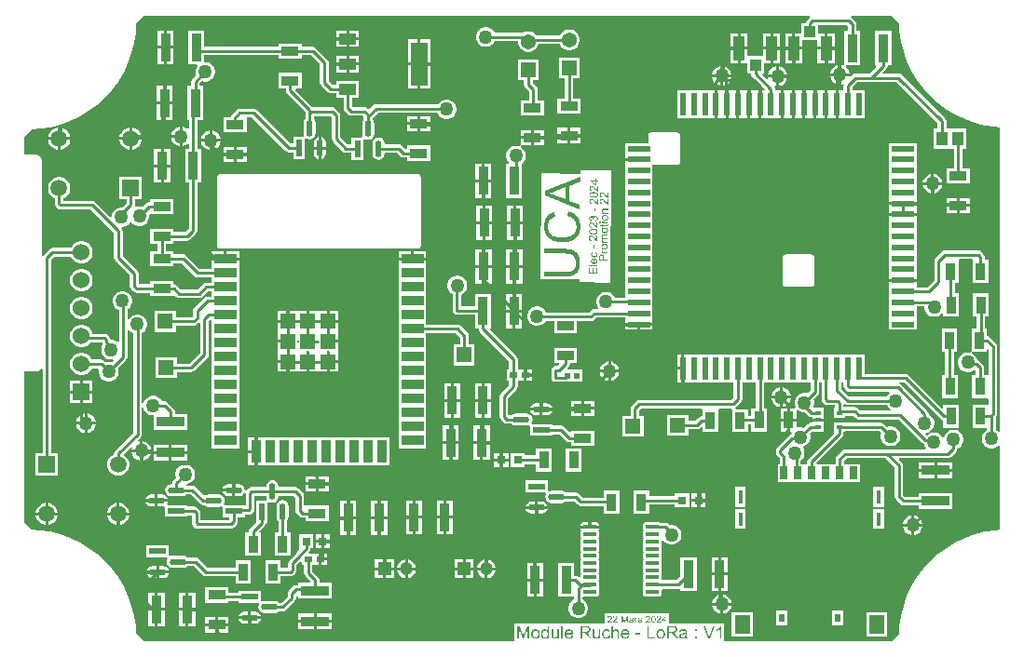
<source format=gtl>
G04*
G04 #@! TF.GenerationSoftware,Altium Limited,Altium Designer,22.5.1 (42)*
G04*
G04 Layer_Physical_Order=1*
G04 Layer_Color=255*
%FSLAX44Y44*%
%MOMM*%
G71*
G04*
G04 #@! TF.SameCoordinates,196CC927-6612-49A9-9877-457204B07366*
G04*
G04*
G04 #@! TF.FilePolarity,Positive*
G04*
G01*
G75*
%ADD15C,0.2540*%
G04:AMPARAMS|DCode=16|XSize=1.5242mm|YSize=0.578mm|CornerRadius=0.289mm|HoleSize=0mm|Usage=FLASHONLY|Rotation=90.000|XOffset=0mm|YOffset=0mm|HoleType=Round|Shape=RoundedRectangle|*
%AMROUNDEDRECTD16*
21,1,1.5242,0.0000,0,0,90.0*
21,1,0.9463,0.5780,0,0,90.0*
1,1,0.5780,0.0000,0.4731*
1,1,0.5780,0.0000,-0.4731*
1,1,0.5780,0.0000,-0.4731*
1,1,0.5780,0.0000,0.4731*
%
%ADD16ROUNDEDRECTD16*%
%ADD17R,0.5780X1.5242*%
%ADD18R,2.0000X0.9000*%
%ADD19R,0.9000X2.0000*%
%ADD20R,1.3300X1.3300*%
G04:AMPARAMS|DCode=21|XSize=1.5242mm|YSize=0.578mm|CornerRadius=0.289mm|HoleSize=0mm|Usage=FLASHONLY|Rotation=180.000|XOffset=0mm|YOffset=0mm|HoleType=Round|Shape=RoundedRectangle|*
%AMROUNDEDRECTD21*
21,1,1.5242,0.0000,0,0,180.0*
21,1,0.9463,0.5780,0,0,180.0*
1,1,0.5780,-0.4731,0.0000*
1,1,0.5780,0.4731,0.0000*
1,1,0.5780,0.4731,0.0000*
1,1,0.5780,-0.4731,0.0000*
%
%ADD21ROUNDEDRECTD21*%
%ADD22R,1.5242X0.5780*%
%ADD23R,1.6000X0.9000*%
%ADD24R,0.9500X2.6000*%
%ADD25R,0.7000X0.5000*%
%ADD26R,0.9000X1.6000*%
%ADD27R,2.6000X0.9500*%
%ADD28R,0.5000X0.6000*%
%ADD29R,0.8000X0.8000*%
%ADD30R,1.0000X1.0500*%
%ADD31R,1.0500X2.2000*%
G04:AMPARAMS|DCode=32|XSize=0.4mm|YSize=1.2mm|CornerRadius=0.05mm|HoleSize=0mm|Usage=FLASHONLY|Rotation=270.000|XOffset=0mm|YOffset=0mm|HoleType=Round|Shape=RoundedRectangle|*
%AMROUNDEDRECTD32*
21,1,0.4000,1.1000,0,0,270.0*
21,1,0.3000,1.2000,0,0,270.0*
1,1,0.1000,-0.5500,-0.1500*
1,1,0.1000,-0.5500,0.1500*
1,1,0.1000,0.5500,0.1500*
1,1,0.1000,0.5500,-0.1500*
%
%ADD32ROUNDEDRECTD32*%
%ADD33R,0.5000X0.4000*%
%ADD34R,0.6500X1.1500*%
%ADD35R,0.4500X1.3000*%
%ADD36R,1.4000X1.7000*%
%ADD37R,0.5400X0.8000*%
%ADD38R,1.5000X4.0000*%
%ADD39R,1.5000X1.0000*%
%ADD40R,2.0000X0.5000*%
%ADD41R,0.5000X2.0000*%
%ADD42R,1.0061X1.3082*%
%ADD72R,1.3700X1.3700*%
%ADD73C,0.3000*%
%ADD74C,1.2000*%
%ADD75R,1.2000X1.2000*%
%ADD76R,1.5000X1.5000*%
%ADD77C,1.5000*%
%ADD78R,1.5300X1.5300*%
%ADD79C,1.5300*%
%ADD80R,1.3700X1.3700*%
%ADD81C,1.3700*%
%ADD82C,1.2700*%
G36*
X355784Y265496D02*
X356143Y258184D01*
X357543Y248746D01*
X359862Y239490D01*
X363077Y230506D01*
X367156Y221880D01*
X372062Y213696D01*
X377746Y206031D01*
X384154Y198961D01*
X391224Y192553D01*
X398888Y186869D01*
X407072Y181964D01*
X415698Y177884D01*
X424682Y174669D01*
X433938Y172351D01*
X443377Y170951D01*
X447769Y170735D01*
Y-106226D01*
X446498Y-106752D01*
X445282Y-105535D01*
X443708Y-104627D01*
Y-93019D01*
X443883Y-92844D01*
X444725Y-91584D01*
X445020Y-90097D01*
Y-28617D01*
X444725Y-27130D01*
X443883Y-25870D01*
X438382Y-20369D01*
X437122Y-19527D01*
X435695Y-19244D01*
Y-12576D01*
X433980D01*
Y-1725D01*
X437136D01*
Y19355D01*
X423056D01*
Y-1725D01*
X426211D01*
Y-12576D01*
X421615D01*
Y-33365D01*
X420663Y-34425D01*
X419440Y-34097D01*
X417099D01*
X414838Y-34703D01*
X412811Y-35873D01*
X411156Y-37529D01*
X409986Y-39556D01*
X409380Y-41817D01*
Y-44158D01*
X409986Y-46419D01*
X411156Y-48446D01*
X412811Y-50101D01*
X414838Y-51271D01*
X417099Y-51877D01*
X419440D01*
X421701Y-51271D01*
X423728Y-50101D01*
X424244Y-49585D01*
X425437Y-50188D01*
Y-54571D01*
X422282D01*
Y-75651D01*
X435981D01*
X436362Y-75651D01*
X437251Y-76553D01*
Y-80443D01*
X437032Y-81623D01*
X422952D01*
Y-102703D01*
X435938D01*
Y-104627D01*
X434365Y-105535D01*
X432709Y-107190D01*
X431539Y-109218D01*
X430933Y-111479D01*
Y-113819D01*
X431539Y-116080D01*
X432709Y-118108D01*
X434365Y-119763D01*
X436392Y-120933D01*
X438653Y-121539D01*
X440993D01*
X443255Y-120933D01*
X445282Y-119763D01*
X446498Y-118546D01*
X447769Y-119072D01*
Y-195693D01*
X443377Y-195909D01*
X433938Y-197309D01*
X424682Y-199627D01*
X415698Y-202842D01*
X407072Y-206922D01*
X398888Y-211827D01*
X391224Y-217511D01*
X384154Y-223919D01*
X377746Y-230989D01*
X372062Y-238653D01*
X367156Y-246838D01*
X363077Y-255464D01*
X359862Y-264448D01*
X357543Y-273704D01*
X356143Y-283142D01*
X355784Y-290453D01*
X349179Y-297059D01*
X197155D01*
Y-280436D01*
X147238D01*
Y-271089D01*
X88154D01*
Y-280436D01*
X6289D01*
Y-297059D01*
X-329417D01*
X-337393Y-290222D01*
X-337741Y-283142D01*
X-339141Y-273704D01*
X-341460Y-264448D01*
X-344674Y-255464D01*
X-348754Y-246838D01*
X-353660Y-238653D01*
X-359344Y-230989D01*
X-365752Y-223919D01*
X-372822Y-217511D01*
X-380486Y-211827D01*
X-388670Y-206922D01*
X-397296Y-202842D01*
X-406280Y-199627D01*
X-415536Y-197309D01*
X-424975Y-195909D01*
X-432286Y-195550D01*
X-438891Y-188944D01*
Y-51749D01*
X-428155D01*
X-426189Y-51358D01*
X-424522Y-50244D01*
X-423705Y-49022D01*
X-422435Y-49407D01*
Y-126011D01*
X-428590D01*
Y-146091D01*
X-408510D01*
Y-126011D01*
X-414666D01*
Y50136D01*
X-411709Y53093D01*
X-396650D01*
X-396637Y53044D01*
X-395295Y50721D01*
X-393398Y48823D01*
X-391074Y47482D01*
X-388483Y46788D01*
X-385800D01*
X-383208Y47482D01*
X-380884Y48823D01*
X-378987Y50721D01*
X-377646Y53044D01*
X-376951Y55636D01*
Y58319D01*
X-377646Y60911D01*
X-378987Y63234D01*
X-380884Y65132D01*
X-383208Y66473D01*
X-385800Y67168D01*
X-388483D01*
X-391074Y66473D01*
X-393398Y65132D01*
X-395295Y63234D01*
X-396637Y60911D01*
X-396650Y60862D01*
X-413318D01*
X-414804Y60567D01*
X-416064Y59724D01*
X-421297Y54492D01*
X-421746Y53819D01*
X-423017Y54205D01*
Y140715D01*
X-423408Y142681D01*
X-424522Y144348D01*
X-426189Y145462D01*
X-428155Y145854D01*
X-438891D01*
Y162399D01*
X-432286Y169004D01*
X-424975Y169363D01*
X-415536Y170763D01*
X-406280Y173082D01*
X-397296Y176297D01*
X-388670Y180376D01*
X-380486Y185282D01*
X-372822Y190966D01*
X-365752Y197374D01*
X-359344Y204444D01*
X-353660Y212108D01*
X-348754Y220292D01*
X-344674Y228918D01*
X-341460Y237902D01*
X-339141Y247158D01*
X-337741Y256597D01*
X-337371Y264134D01*
X-330542Y272101D01*
X274569D01*
X274954Y270831D01*
X274558Y270566D01*
X272054Y268063D01*
X271212Y266802D01*
X270976Y265616D01*
X267261D01*
Y256116D01*
X261321D01*
Y243846D01*
X267841D01*
Y250036D01*
X281761D01*
Y243846D01*
X288281D01*
Y256116D01*
X282341D01*
Y263935D01*
X308242D01*
X309624Y262552D01*
Y258118D01*
X306219D01*
Y228016D01*
X306145Y227881D01*
X304949Y227091D01*
X303457Y227491D01*
Y219898D01*
X311050D01*
X310471Y222059D01*
X309300Y224086D01*
X307645Y225742D01*
X307599Y225768D01*
X307939Y227038D01*
X320799D01*
Y258118D01*
X317393D01*
Y264161D01*
X317098Y265648D01*
X316256Y266908D01*
X312597Y270566D01*
X312201Y270831D01*
X312586Y272101D01*
X349179D01*
X355784Y265496D01*
D02*
G37*
G36*
X437251Y-31059D02*
Y-53670D01*
X436362Y-54571D01*
X435981Y-54571D01*
X433206D01*
Y-48162D01*
X432911Y-46675D01*
X432069Y-45415D01*
X428838Y-42184D01*
X427578Y-41342D01*
X427002Y-41228D01*
X426554Y-39556D01*
X425383Y-37529D01*
X423728Y-35873D01*
X422088Y-34926D01*
X422428Y-33656D01*
X435695D01*
Y-31540D01*
X436965Y-30865D01*
X437251Y-31059D01*
D02*
G37*
G36*
X117738Y-275321D02*
X117839Y-275340D01*
X117959Y-275377D01*
X118089Y-275423D01*
X118237Y-275487D01*
X118394Y-275571D01*
X118108Y-276292D01*
X118098Y-276283D01*
X118061Y-276264D01*
X118006Y-276236D01*
X117932Y-276209D01*
X117849Y-276181D01*
X117747Y-276153D01*
X117645Y-276135D01*
X117543Y-276126D01*
X117497D01*
X117451Y-276135D01*
X117386Y-276144D01*
X117322Y-276162D01*
X117238Y-276190D01*
X117155Y-276227D01*
X117081Y-276283D01*
X117072Y-276292D01*
X117044Y-276310D01*
X117016Y-276347D01*
X116970Y-276394D01*
X116924Y-276458D01*
X116878Y-276532D01*
X116832Y-276616D01*
X116795Y-276717D01*
X116785Y-276736D01*
X116776Y-276791D01*
X116758Y-276874D01*
X116730Y-276985D01*
X116702Y-277124D01*
X116684Y-277281D01*
X116674Y-277448D01*
X116665Y-277633D01*
Y-280055D01*
X115879D01*
Y-275414D01*
X116591D01*
Y-276116D01*
X116600Y-276107D01*
X116637Y-276042D01*
X116684Y-275959D01*
X116758Y-275857D01*
X116832Y-275756D01*
X116915Y-275645D01*
X116998Y-275552D01*
X117081Y-275478D01*
X117090Y-275469D01*
X117118Y-275451D01*
X117174Y-275423D01*
X117229Y-275395D01*
X117303Y-275367D01*
X117395Y-275340D01*
X117488Y-275321D01*
X117590Y-275312D01*
X117654D01*
X117738Y-275321D01*
D02*
G37*
G36*
X120576D02*
X120715Y-275330D01*
X120863Y-275349D01*
X121020Y-275386D01*
X121186Y-275423D01*
X121343Y-275478D01*
X121353D01*
X121362Y-275487D01*
X121408Y-275506D01*
X121482Y-275543D01*
X121575Y-275589D01*
X121676Y-275654D01*
X121778Y-275728D01*
X121870Y-275811D01*
X121954Y-275904D01*
X121963Y-275913D01*
X121981Y-275950D01*
X122018Y-276014D01*
X122065Y-276089D01*
X122111Y-276199D01*
X122157Y-276320D01*
X122194Y-276458D01*
X122231Y-276616D01*
X121464Y-276717D01*
Y-276699D01*
X121454Y-276662D01*
X121436Y-276597D01*
X121408Y-276514D01*
X121362Y-276431D01*
X121306Y-276338D01*
X121242Y-276246D01*
X121149Y-276162D01*
X121140Y-276153D01*
X121103Y-276135D01*
X121048Y-276098D01*
X120964Y-276061D01*
X120872Y-276024D01*
X120752Y-275987D01*
X120604Y-275968D01*
X120447Y-275959D01*
X120354D01*
X120262Y-275968D01*
X120141Y-275978D01*
X120021Y-276005D01*
X119892Y-276033D01*
X119772Y-276079D01*
X119670Y-276144D01*
X119661Y-276153D01*
X119633Y-276172D01*
X119596Y-276209D01*
X119559Y-276264D01*
X119513Y-276320D01*
X119476Y-276394D01*
X119448Y-276477D01*
X119439Y-276560D01*
Y-276569D01*
Y-276588D01*
X119448Y-276616D01*
Y-276653D01*
X119476Y-276745D01*
X119531Y-276837D01*
X119541Y-276847D01*
X119550Y-276856D01*
X119568Y-276884D01*
X119605Y-276911D01*
X119642Y-276939D01*
X119698Y-276976D01*
X119762Y-277004D01*
X119836Y-277041D01*
X119846D01*
X119864Y-277050D01*
X119901Y-277059D01*
X119966Y-277087D01*
X120058Y-277115D01*
X120178Y-277143D01*
X120252Y-277170D01*
X120336Y-277189D01*
X120428Y-277216D01*
X120530Y-277244D01*
X120539D01*
X120567Y-277253D01*
X120613Y-277263D01*
X120668Y-277281D01*
X120733Y-277300D01*
X120816Y-277318D01*
X120992Y-277374D01*
X121186Y-277429D01*
X121380Y-277494D01*
X121556Y-277559D01*
X121630Y-277586D01*
X121695Y-277614D01*
X121713Y-277623D01*
X121750Y-277642D01*
X121806Y-277670D01*
X121889Y-277716D01*
X121972Y-277771D01*
X122055Y-277845D01*
X122139Y-277928D01*
X122212Y-278021D01*
X122222Y-278030D01*
X122240Y-278067D01*
X122277Y-278123D01*
X122314Y-278206D01*
X122342Y-278307D01*
X122379Y-278418D01*
X122397Y-278548D01*
X122407Y-278696D01*
Y-278714D01*
Y-278761D01*
X122397Y-278834D01*
X122379Y-278936D01*
X122351Y-279047D01*
X122305Y-279167D01*
X122249Y-279306D01*
X122176Y-279435D01*
X122166Y-279454D01*
X122129Y-279491D01*
X122083Y-279556D01*
X122009Y-279630D01*
X121907Y-279713D01*
X121797Y-279805D01*
X121667Y-279888D01*
X121510Y-279972D01*
X121501D01*
X121491Y-279981D01*
X121436Y-279999D01*
X121343Y-280027D01*
X121223Y-280064D01*
X121075Y-280101D01*
X120909Y-280129D01*
X120733Y-280147D01*
X120530Y-280157D01*
X120447D01*
X120382Y-280147D01*
X120308D01*
X120216Y-280138D01*
X120123Y-280129D01*
X120021Y-280110D01*
X119799Y-280064D01*
X119568Y-279999D01*
X119346Y-279907D01*
X119245Y-279851D01*
X119152Y-279787D01*
X119143Y-279778D01*
X119134Y-279768D01*
X119078Y-279713D01*
X118995Y-279630D01*
X118903Y-279500D01*
X118801Y-279343D01*
X118699Y-279158D01*
X118616Y-278927D01*
X118551Y-278668D01*
X119328Y-278548D01*
Y-278557D01*
Y-278566D01*
X119346Y-278622D01*
X119365Y-278714D01*
X119402Y-278816D01*
X119448Y-278927D01*
X119503Y-279047D01*
X119587Y-279167D01*
X119689Y-279269D01*
X119707Y-279278D01*
X119744Y-279306D01*
X119818Y-279343D01*
X119910Y-279389D01*
X120030Y-279435D01*
X120169Y-279472D01*
X120336Y-279500D01*
X120530Y-279509D01*
X120622D01*
X120715Y-279500D01*
X120835Y-279482D01*
X120964Y-279454D01*
X121103Y-279417D01*
X121223Y-279371D01*
X121334Y-279297D01*
X121343Y-279287D01*
X121380Y-279260D01*
X121417Y-279214D01*
X121473Y-279149D01*
X121519Y-279075D01*
X121565Y-278982D01*
X121593Y-278890D01*
X121602Y-278779D01*
Y-278770D01*
Y-278733D01*
X121593Y-278687D01*
X121575Y-278622D01*
X121547Y-278557D01*
X121501Y-278492D01*
X121445Y-278418D01*
X121362Y-278363D01*
X121353Y-278354D01*
X121325Y-278344D01*
X121279Y-278317D01*
X121205Y-278289D01*
X121094Y-278252D01*
X121029Y-278224D01*
X120955Y-278206D01*
X120872Y-278178D01*
X120779Y-278150D01*
X120678Y-278123D01*
X120557Y-278095D01*
X120548D01*
X120521Y-278085D01*
X120474Y-278076D01*
X120419Y-278058D01*
X120345Y-278039D01*
X120262Y-278012D01*
X120086Y-277965D01*
X119883Y-277901D01*
X119689Y-277845D01*
X119503Y-277780D01*
X119420Y-277743D01*
X119356Y-277716D01*
X119337Y-277707D01*
X119300Y-277688D01*
X119245Y-277651D01*
X119171Y-277605D01*
X119087Y-277540D01*
X119004Y-277466D01*
X118921Y-277383D01*
X118847Y-277281D01*
X118838Y-277272D01*
X118819Y-277235D01*
X118792Y-277170D01*
X118764Y-277096D01*
X118736Y-277004D01*
X118708Y-276893D01*
X118690Y-276782D01*
X118681Y-276653D01*
Y-276634D01*
Y-276597D01*
X118690Y-276542D01*
X118699Y-276458D01*
X118718Y-276375D01*
X118736Y-276273D01*
X118773Y-276181D01*
X118819Y-276079D01*
X118829Y-276070D01*
X118847Y-276033D01*
X118875Y-275987D01*
X118921Y-275922D01*
X118976Y-275857D01*
X119041Y-275774D01*
X119115Y-275700D01*
X119208Y-275636D01*
X119217Y-275626D01*
X119245Y-275617D01*
X119282Y-275589D01*
X119337Y-275562D01*
X119411Y-275525D01*
X119494Y-275487D01*
X119596Y-275451D01*
X119707Y-275414D01*
X119725Y-275404D01*
X119762Y-275395D01*
X119827Y-275377D01*
X119910Y-275358D01*
X120012Y-275340D01*
X120123Y-275330D01*
X120252Y-275312D01*
X120474D01*
X120576Y-275321D01*
D02*
G37*
G36*
X109639Y-280055D02*
X108825D01*
Y-274702D01*
X106957Y-280055D01*
X106199D01*
X104350Y-274609D01*
Y-280055D01*
X103536D01*
Y-273657D01*
X104803D01*
X106319Y-278197D01*
Y-278206D01*
X106329Y-278224D01*
X106338Y-278252D01*
X106356Y-278298D01*
X106393Y-278409D01*
X106440Y-278548D01*
X106486Y-278705D01*
X106541Y-278862D01*
X106587Y-279010D01*
X106624Y-279139D01*
X106634Y-279121D01*
X106643Y-279075D01*
X106671Y-278992D01*
X106708Y-278881D01*
X106754Y-278733D01*
X106819Y-278557D01*
X106883Y-278354D01*
X106966Y-278113D01*
X108501Y-273657D01*
X109639D01*
Y-280055D01*
D02*
G37*
G36*
X143829Y-277799D02*
X144698D01*
Y-278520D01*
X143829D01*
Y-280055D01*
X143043D01*
Y-278520D01*
X140260D01*
Y-277799D01*
X143191Y-273657D01*
X143829D01*
Y-277799D01*
D02*
G37*
G36*
X137828Y-273638D02*
X137902Y-273648D01*
X137995Y-273657D01*
X138096Y-273675D01*
X138198Y-273694D01*
X138439Y-273759D01*
X138679Y-273851D01*
X138799Y-273906D01*
X138919Y-273971D01*
X139030Y-274055D01*
X139132Y-274147D01*
X139141Y-274156D01*
X139160Y-274165D01*
X139178Y-274202D01*
X139215Y-274239D01*
X139261Y-274286D01*
X139308Y-274350D01*
X139354Y-274415D01*
X139409Y-274498D01*
X139502Y-274674D01*
X139594Y-274896D01*
X139631Y-275007D01*
X139650Y-275136D01*
X139668Y-275266D01*
X139677Y-275404D01*
Y-275423D01*
Y-275469D01*
X139668Y-275543D01*
X139659Y-275645D01*
X139641Y-275756D01*
X139604Y-275885D01*
X139566Y-276024D01*
X139511Y-276162D01*
X139502Y-276181D01*
X139483Y-276227D01*
X139446Y-276301D01*
X139391Y-276403D01*
X139317Y-276514D01*
X139224Y-276653D01*
X139114Y-276791D01*
X138984Y-276948D01*
X138966Y-276967D01*
X138919Y-277022D01*
X138873Y-277069D01*
X138827Y-277115D01*
X138771Y-277170D01*
X138697Y-277244D01*
X138623Y-277318D01*
X138531Y-277401D01*
X138439Y-277494D01*
X138328Y-277596D01*
X138207Y-277697D01*
X138078Y-277817D01*
X137930Y-277938D01*
X137782Y-278067D01*
X137773Y-278076D01*
X137754Y-278095D01*
X137717Y-278123D01*
X137671Y-278160D01*
X137616Y-278215D01*
X137551Y-278270D01*
X137403Y-278391D01*
X137246Y-278529D01*
X137098Y-278668D01*
X136968Y-278788D01*
X136913Y-278834D01*
X136867Y-278881D01*
X136858Y-278890D01*
X136830Y-278918D01*
X136793Y-278955D01*
X136747Y-279010D01*
X136700Y-279075D01*
X136645Y-279139D01*
X136534Y-279297D01*
X139687D01*
Y-280055D01*
X135443D01*
Y-280046D01*
Y-280009D01*
Y-279953D01*
X135452Y-279879D01*
X135462Y-279796D01*
X135480Y-279704D01*
X135498Y-279611D01*
X135535Y-279509D01*
Y-279500D01*
X135545Y-279491D01*
X135563Y-279435D01*
X135600Y-279352D01*
X135656Y-279241D01*
X135730Y-279112D01*
X135822Y-278964D01*
X135924Y-278816D01*
X136053Y-278659D01*
Y-278650D01*
X136072Y-278640D01*
X136118Y-278585D01*
X136201Y-278502D01*
X136321Y-278381D01*
X136460Y-278243D01*
X136636Y-278076D01*
X136848Y-277891D01*
X137079Y-277697D01*
X137089Y-277688D01*
X137126Y-277660D01*
X137181Y-277614D01*
X137246Y-277559D01*
X137329Y-277485D01*
X137431Y-277401D01*
X137533Y-277309D01*
X137653Y-277207D01*
X137884Y-276985D01*
X138115Y-276763D01*
X138226Y-276653D01*
X138328Y-276542D01*
X138420Y-276440D01*
X138494Y-276338D01*
Y-276329D01*
X138512Y-276320D01*
X138531Y-276292D01*
X138549Y-276255D01*
X138614Y-276153D01*
X138688Y-276033D01*
X138753Y-275885D01*
X138818Y-275728D01*
X138855Y-275552D01*
X138873Y-275386D01*
Y-275377D01*
Y-275367D01*
X138864Y-275312D01*
X138855Y-275219D01*
X138827Y-275118D01*
X138790Y-274988D01*
X138725Y-274859D01*
X138642Y-274729D01*
X138531Y-274600D01*
X138512Y-274582D01*
X138466Y-274545D01*
X138402Y-274498D01*
X138300Y-274433D01*
X138170Y-274378D01*
X138022Y-274323D01*
X137847Y-274286D01*
X137653Y-274276D01*
X137597D01*
X137560Y-274286D01*
X137449Y-274295D01*
X137320Y-274323D01*
X137181Y-274360D01*
X137024Y-274424D01*
X136876Y-274508D01*
X136737Y-274618D01*
X136719Y-274637D01*
X136682Y-274683D01*
X136626Y-274757D01*
X136571Y-274868D01*
X136506Y-274998D01*
X136451Y-275164D01*
X136414Y-275349D01*
X136395Y-275562D01*
X135591Y-275478D01*
Y-275469D01*
X135600Y-275441D01*
Y-275395D01*
X135609Y-275330D01*
X135628Y-275256D01*
X135646Y-275173D01*
X135674Y-275072D01*
X135702Y-274970D01*
X135776Y-274748D01*
X135887Y-274526D01*
X135951Y-274415D01*
X136035Y-274304D01*
X136118Y-274202D01*
X136210Y-274110D01*
X136220Y-274101D01*
X136238Y-274091D01*
X136266Y-274064D01*
X136312Y-274036D01*
X136368Y-273999D01*
X136432Y-273962D01*
X136506Y-273916D01*
X136599Y-273870D01*
X136700Y-273823D01*
X136811Y-273777D01*
X136931Y-273740D01*
X137061Y-273703D01*
X137200Y-273675D01*
X137348Y-273648D01*
X137505Y-273638D01*
X137671Y-273629D01*
X137764D01*
X137828Y-273638D01*
D02*
G37*
G36*
X127880D02*
X127954Y-273648D01*
X128047Y-273657D01*
X128148Y-273675D01*
X128250Y-273694D01*
X128490Y-273759D01*
X128731Y-273851D01*
X128851Y-273906D01*
X128971Y-273971D01*
X129082Y-274055D01*
X129184Y-274147D01*
X129193Y-274156D01*
X129211Y-274165D01*
X129230Y-274202D01*
X129267Y-274239D01*
X129313Y-274286D01*
X129359Y-274350D01*
X129406Y-274415D01*
X129461Y-274498D01*
X129553Y-274674D01*
X129646Y-274896D01*
X129683Y-275007D01*
X129701Y-275136D01*
X129720Y-275266D01*
X129729Y-275404D01*
Y-275423D01*
Y-275469D01*
X129720Y-275543D01*
X129711Y-275645D01*
X129692Y-275756D01*
X129655Y-275885D01*
X129618Y-276024D01*
X129563Y-276162D01*
X129553Y-276181D01*
X129535Y-276227D01*
X129498Y-276301D01*
X129443Y-276403D01*
X129369Y-276514D01*
X129276Y-276653D01*
X129165Y-276791D01*
X129036Y-276948D01*
X129017Y-276967D01*
X128971Y-277022D01*
X128925Y-277069D01*
X128879Y-277115D01*
X128823Y-277170D01*
X128749Y-277244D01*
X128675Y-277318D01*
X128583Y-277401D01*
X128490Y-277494D01*
X128379Y-277596D01*
X128259Y-277697D01*
X128130Y-277817D01*
X127982Y-277938D01*
X127834Y-278067D01*
X127825Y-278076D01*
X127806Y-278095D01*
X127769Y-278123D01*
X127723Y-278160D01*
X127667Y-278215D01*
X127603Y-278270D01*
X127455Y-278391D01*
X127298Y-278529D01*
X127150Y-278668D01*
X127020Y-278788D01*
X126965Y-278834D01*
X126918Y-278881D01*
X126909Y-278890D01*
X126882Y-278918D01*
X126845Y-278955D01*
X126798Y-279010D01*
X126752Y-279075D01*
X126697Y-279139D01*
X126586Y-279297D01*
X129738D01*
Y-280055D01*
X125495D01*
Y-280046D01*
Y-280009D01*
Y-279953D01*
X125504Y-279879D01*
X125513Y-279796D01*
X125532Y-279704D01*
X125550Y-279611D01*
X125587Y-279509D01*
Y-279500D01*
X125596Y-279491D01*
X125615Y-279435D01*
X125652Y-279352D01*
X125707Y-279241D01*
X125781Y-279112D01*
X125874Y-278964D01*
X125976Y-278816D01*
X126105Y-278659D01*
Y-278650D01*
X126123Y-278640D01*
X126170Y-278585D01*
X126253Y-278502D01*
X126373Y-278381D01*
X126512Y-278243D01*
X126687Y-278076D01*
X126900Y-277891D01*
X127131Y-277697D01*
X127140Y-277688D01*
X127177Y-277660D01*
X127233Y-277614D01*
X127298Y-277559D01*
X127381Y-277485D01*
X127483Y-277401D01*
X127584Y-277309D01*
X127704Y-277207D01*
X127935Y-276985D01*
X128167Y-276763D01*
X128278Y-276653D01*
X128379Y-276542D01*
X128472Y-276440D01*
X128546Y-276338D01*
Y-276329D01*
X128564Y-276320D01*
X128583Y-276292D01*
X128601Y-276255D01*
X128666Y-276153D01*
X128740Y-276033D01*
X128805Y-275885D01*
X128869Y-275728D01*
X128906Y-275552D01*
X128925Y-275386D01*
Y-275377D01*
Y-275367D01*
X128916Y-275312D01*
X128906Y-275219D01*
X128879Y-275118D01*
X128842Y-274988D01*
X128777Y-274859D01*
X128694Y-274729D01*
X128583Y-274600D01*
X128564Y-274582D01*
X128518Y-274545D01*
X128453Y-274498D01*
X128352Y-274433D01*
X128222Y-274378D01*
X128074Y-274323D01*
X127899Y-274286D01*
X127704Y-274276D01*
X127649D01*
X127612Y-274286D01*
X127501Y-274295D01*
X127372Y-274323D01*
X127233Y-274360D01*
X127076Y-274424D01*
X126928Y-274508D01*
X126789Y-274618D01*
X126771Y-274637D01*
X126734Y-274683D01*
X126678Y-274757D01*
X126623Y-274868D01*
X126558Y-274998D01*
X126503Y-275164D01*
X126466Y-275349D01*
X126447Y-275562D01*
X125643Y-275478D01*
Y-275469D01*
X125652Y-275441D01*
Y-275395D01*
X125661Y-275330D01*
X125680Y-275256D01*
X125698Y-275173D01*
X125726Y-275072D01*
X125754Y-274970D01*
X125828Y-274748D01*
X125939Y-274526D01*
X126003Y-274415D01*
X126086Y-274304D01*
X126170Y-274202D01*
X126262Y-274110D01*
X126271Y-274101D01*
X126290Y-274091D01*
X126318Y-274064D01*
X126364Y-274036D01*
X126419Y-273999D01*
X126484Y-273962D01*
X126558Y-273916D01*
X126650Y-273870D01*
X126752Y-273823D01*
X126863Y-273777D01*
X126983Y-273740D01*
X127113Y-273703D01*
X127251Y-273675D01*
X127399Y-273648D01*
X127556Y-273638D01*
X127723Y-273629D01*
X127815D01*
X127880Y-273638D01*
D02*
G37*
G36*
X113078Y-275321D02*
X113216Y-275330D01*
X113374Y-275349D01*
X113531Y-275377D01*
X113688Y-275414D01*
X113836Y-275460D01*
X113855Y-275469D01*
X113901Y-275487D01*
X113965Y-275515D01*
X114049Y-275552D01*
X114141Y-275608D01*
X114234Y-275663D01*
X114317Y-275737D01*
X114391Y-275811D01*
X114400Y-275820D01*
X114418Y-275848D01*
X114446Y-275894D01*
X114483Y-275950D01*
X114529Y-276033D01*
X114566Y-276116D01*
X114603Y-276218D01*
X114631Y-276338D01*
Y-276347D01*
X114640Y-276375D01*
X114650Y-276431D01*
X114659Y-276505D01*
Y-276606D01*
X114668Y-276726D01*
X114677Y-276884D01*
Y-277059D01*
Y-278113D01*
Y-278123D01*
Y-278160D01*
Y-278215D01*
Y-278289D01*
Y-278372D01*
Y-278474D01*
X114687Y-278696D01*
Y-278927D01*
X114696Y-279158D01*
X114705Y-279260D01*
Y-279352D01*
X114714Y-279435D01*
X114724Y-279500D01*
Y-279509D01*
X114733Y-279546D01*
X114742Y-279602D01*
X114770Y-279676D01*
X114788Y-279759D01*
X114825Y-279851D01*
X114872Y-279953D01*
X114918Y-280055D01*
X114095D01*
X114086Y-280046D01*
X114076Y-280009D01*
X114058Y-279962D01*
X114030Y-279888D01*
X114002Y-279805D01*
X113984Y-279704D01*
X113965Y-279593D01*
X113947Y-279472D01*
X113938D01*
X113928Y-279491D01*
X113873Y-279537D01*
X113790Y-279602D01*
X113679Y-279685D01*
X113540Y-279768D01*
X113401Y-279861D01*
X113253Y-279944D01*
X113096Y-280009D01*
X113078Y-280018D01*
X113022Y-280027D01*
X112939Y-280055D01*
X112837Y-280083D01*
X112708Y-280110D01*
X112560Y-280129D01*
X112394Y-280147D01*
X112227Y-280157D01*
X112153D01*
X112098Y-280147D01*
X112033D01*
X111959Y-280138D01*
X111793Y-280110D01*
X111608Y-280064D01*
X111404Y-279999D01*
X111220Y-279907D01*
X111053Y-279787D01*
X111035Y-279768D01*
X110988Y-279722D01*
X110924Y-279639D01*
X110850Y-279528D01*
X110776Y-279389D01*
X110711Y-279232D01*
X110665Y-279038D01*
X110655Y-278945D01*
X110646Y-278834D01*
Y-278816D01*
Y-278779D01*
X110655Y-278714D01*
X110665Y-278631D01*
X110683Y-278529D01*
X110711Y-278428D01*
X110748Y-278317D01*
X110794Y-278215D01*
X110803Y-278206D01*
X110822Y-278169D01*
X110859Y-278113D01*
X110905Y-278049D01*
X110961Y-277975D01*
X111035Y-277901D01*
X111109Y-277827D01*
X111201Y-277762D01*
X111210Y-277753D01*
X111247Y-277734D01*
X111293Y-277697D01*
X111367Y-277660D01*
X111451Y-277623D01*
X111552Y-277577D01*
X111654Y-277540D01*
X111774Y-277503D01*
X111784D01*
X111820Y-277494D01*
X111876Y-277475D01*
X111950Y-277466D01*
X112042Y-277448D01*
X112163Y-277429D01*
X112301Y-277401D01*
X112468Y-277383D01*
X112477D01*
X112514Y-277374D01*
X112560D01*
X112625Y-277364D01*
X112699Y-277355D01*
X112791Y-277337D01*
X112893Y-277327D01*
X113004Y-277309D01*
X113226Y-277263D01*
X113466Y-277216D01*
X113679Y-277161D01*
X113780Y-277133D01*
X113873Y-277106D01*
Y-277096D01*
Y-277078D01*
X113882Y-277022D01*
Y-276958D01*
Y-276921D01*
Y-276902D01*
Y-276893D01*
Y-276884D01*
Y-276828D01*
X113873Y-276736D01*
X113855Y-276634D01*
X113827Y-276523D01*
X113780Y-276412D01*
X113725Y-276310D01*
X113651Y-276227D01*
X113642Y-276218D01*
X113596Y-276181D01*
X113522Y-276144D01*
X113429Y-276089D01*
X113300Y-276042D01*
X113152Y-275996D01*
X112967Y-275968D01*
X112754Y-275959D01*
X112662D01*
X112569Y-275968D01*
X112440Y-275987D01*
X112310Y-276005D01*
X112172Y-276042D01*
X112042Y-276089D01*
X111931Y-276153D01*
X111922Y-276162D01*
X111885Y-276190D01*
X111839Y-276236D01*
X111784Y-276310D01*
X111728Y-276403D01*
X111663Y-276523D01*
X111608Y-276671D01*
X111552Y-276837D01*
X110785Y-276736D01*
Y-276726D01*
X110794Y-276717D01*
Y-276689D01*
X110803Y-276653D01*
X110831Y-276569D01*
X110868Y-276449D01*
X110914Y-276329D01*
X110970Y-276199D01*
X111044Y-276070D01*
X111127Y-275950D01*
X111136Y-275941D01*
X111173Y-275904D01*
X111229Y-275848D01*
X111303Y-275774D01*
X111404Y-275700D01*
X111525Y-275626D01*
X111663Y-275543D01*
X111820Y-275478D01*
X111830D01*
X111839Y-275469D01*
X111867Y-275460D01*
X111904Y-275451D01*
X111996Y-275423D01*
X112126Y-275395D01*
X112274Y-275367D01*
X112458Y-275340D01*
X112653Y-275321D01*
X112874Y-275312D01*
X112976D01*
X113078Y-275321D01*
D02*
G37*
G36*
X98054Y-273638D02*
X98128Y-273648D01*
X98220Y-273657D01*
X98322Y-273675D01*
X98424Y-273694D01*
X98664Y-273759D01*
X98904Y-273851D01*
X99024Y-273906D01*
X99145Y-273971D01*
X99256Y-274055D01*
X99357Y-274147D01*
X99367Y-274156D01*
X99385Y-274165D01*
X99404Y-274202D01*
X99441Y-274239D01*
X99487Y-274286D01*
X99533Y-274350D01*
X99579Y-274415D01*
X99635Y-274498D01*
X99727Y-274674D01*
X99820Y-274896D01*
X99857Y-275007D01*
X99875Y-275136D01*
X99894Y-275266D01*
X99903Y-275404D01*
Y-275423D01*
Y-275469D01*
X99894Y-275543D01*
X99884Y-275645D01*
X99866Y-275756D01*
X99829Y-275885D01*
X99792Y-276024D01*
X99736Y-276162D01*
X99727Y-276181D01*
X99709Y-276227D01*
X99672Y-276301D01*
X99616Y-276403D01*
X99542Y-276514D01*
X99450Y-276653D01*
X99339Y-276791D01*
X99209Y-276948D01*
X99191Y-276967D01*
X99145Y-277022D01*
X99099Y-277069D01*
X99052Y-277115D01*
X98997Y-277170D01*
X98923Y-277244D01*
X98849Y-277318D01*
X98756Y-277401D01*
X98664Y-277494D01*
X98553Y-277596D01*
X98433Y-277697D01*
X98303Y-277817D01*
X98155Y-277938D01*
X98007Y-278067D01*
X97998Y-278076D01*
X97980Y-278095D01*
X97943Y-278123D01*
X97897Y-278160D01*
X97841Y-278215D01*
X97776Y-278270D01*
X97628Y-278391D01*
X97471Y-278529D01*
X97323Y-278668D01*
X97194Y-278788D01*
X97138Y-278834D01*
X97092Y-278881D01*
X97083Y-278890D01*
X97055Y-278918D01*
X97018Y-278955D01*
X96972Y-279010D01*
X96926Y-279075D01*
X96870Y-279139D01*
X96759Y-279297D01*
X99912D01*
Y-280055D01*
X95668D01*
Y-280046D01*
Y-280009D01*
Y-279953D01*
X95678Y-279879D01*
X95687Y-279796D01*
X95705Y-279704D01*
X95724Y-279611D01*
X95761Y-279509D01*
Y-279500D01*
X95770Y-279491D01*
X95789Y-279435D01*
X95826Y-279352D01*
X95881Y-279241D01*
X95955Y-279112D01*
X96047Y-278964D01*
X96149Y-278816D01*
X96279Y-278659D01*
Y-278650D01*
X96297Y-278640D01*
X96343Y-278585D01*
X96426Y-278502D01*
X96547Y-278381D01*
X96685Y-278243D01*
X96861Y-278076D01*
X97074Y-277891D01*
X97305Y-277697D01*
X97314Y-277688D01*
X97351Y-277660D01*
X97407Y-277614D01*
X97471Y-277559D01*
X97555Y-277485D01*
X97656Y-277401D01*
X97758Y-277309D01*
X97878Y-277207D01*
X98109Y-276985D01*
X98340Y-276763D01*
X98451Y-276653D01*
X98553Y-276542D01*
X98645Y-276440D01*
X98719Y-276338D01*
Y-276329D01*
X98738Y-276320D01*
X98756Y-276292D01*
X98775Y-276255D01*
X98840Y-276153D01*
X98914Y-276033D01*
X98978Y-275885D01*
X99043Y-275728D01*
X99080Y-275552D01*
X99099Y-275386D01*
Y-275377D01*
Y-275367D01*
X99089Y-275312D01*
X99080Y-275219D01*
X99052Y-275118D01*
X99015Y-274988D01*
X98951Y-274859D01*
X98867Y-274729D01*
X98756Y-274600D01*
X98738Y-274582D01*
X98692Y-274545D01*
X98627Y-274498D01*
X98525Y-274433D01*
X98396Y-274378D01*
X98248Y-274323D01*
X98072Y-274286D01*
X97878Y-274276D01*
X97823D01*
X97786Y-274286D01*
X97675Y-274295D01*
X97545Y-274323D01*
X97407Y-274360D01*
X97249Y-274424D01*
X97101Y-274508D01*
X96963Y-274618D01*
X96944Y-274637D01*
X96907Y-274683D01*
X96852Y-274757D01*
X96796Y-274868D01*
X96732Y-274998D01*
X96676Y-275164D01*
X96639Y-275349D01*
X96621Y-275562D01*
X95816Y-275478D01*
Y-275469D01*
X95826Y-275441D01*
Y-275395D01*
X95835Y-275330D01*
X95853Y-275256D01*
X95872Y-275173D01*
X95899Y-275072D01*
X95927Y-274970D01*
X96001Y-274748D01*
X96112Y-274526D01*
X96177Y-274415D01*
X96260Y-274304D01*
X96343Y-274202D01*
X96436Y-274110D01*
X96445Y-274101D01*
X96463Y-274091D01*
X96491Y-274064D01*
X96538Y-274036D01*
X96593Y-273999D01*
X96658Y-273962D01*
X96732Y-273916D01*
X96824Y-273870D01*
X96926Y-273823D01*
X97037Y-273777D01*
X97157Y-273740D01*
X97286Y-273703D01*
X97425Y-273675D01*
X97573Y-273648D01*
X97730Y-273638D01*
X97897Y-273629D01*
X97989D01*
X98054Y-273638D01*
D02*
G37*
G36*
X93080D02*
X93154Y-273648D01*
X93246Y-273657D01*
X93348Y-273675D01*
X93449Y-273694D01*
X93690Y-273759D01*
X93930Y-273851D01*
X94050Y-273906D01*
X94171Y-273971D01*
X94282Y-274055D01*
X94383Y-274147D01*
X94392Y-274156D01*
X94411Y-274165D01*
X94430Y-274202D01*
X94466Y-274239D01*
X94513Y-274286D01*
X94559Y-274350D01*
X94605Y-274415D01*
X94661Y-274498D01*
X94753Y-274674D01*
X94846Y-274896D01*
X94882Y-275007D01*
X94901Y-275136D01*
X94920Y-275266D01*
X94929Y-275404D01*
Y-275423D01*
Y-275469D01*
X94920Y-275543D01*
X94910Y-275645D01*
X94892Y-275756D01*
X94855Y-275885D01*
X94818Y-276024D01*
X94762Y-276162D01*
X94753Y-276181D01*
X94735Y-276227D01*
X94698Y-276301D01*
X94642Y-276403D01*
X94568Y-276514D01*
X94476Y-276653D01*
X94365Y-276791D01*
X94235Y-276948D01*
X94217Y-276967D01*
X94171Y-277022D01*
X94124Y-277069D01*
X94078Y-277115D01*
X94023Y-277170D01*
X93949Y-277244D01*
X93875Y-277318D01*
X93782Y-277401D01*
X93690Y-277494D01*
X93579Y-277596D01*
X93459Y-277697D01*
X93329Y-277817D01*
X93181Y-277938D01*
X93033Y-278067D01*
X93024Y-278076D01*
X93006Y-278095D01*
X92969Y-278123D01*
X92922Y-278160D01*
X92867Y-278215D01*
X92802Y-278270D01*
X92654Y-278391D01*
X92497Y-278529D01*
X92349Y-278668D01*
X92220Y-278788D01*
X92164Y-278834D01*
X92118Y-278881D01*
X92109Y-278890D01*
X92081Y-278918D01*
X92044Y-278955D01*
X91998Y-279010D01*
X91952Y-279075D01*
X91896Y-279139D01*
X91785Y-279297D01*
X94938D01*
Y-280055D01*
X90694D01*
Y-280046D01*
Y-280009D01*
Y-279953D01*
X90703Y-279879D01*
X90713Y-279796D01*
X90731Y-279704D01*
X90750Y-279611D01*
X90787Y-279509D01*
Y-279500D01*
X90796Y-279491D01*
X90814Y-279435D01*
X90851Y-279352D01*
X90907Y-279241D01*
X90981Y-279112D01*
X91073Y-278964D01*
X91175Y-278816D01*
X91305Y-278659D01*
Y-278650D01*
X91323Y-278640D01*
X91369Y-278585D01*
X91452Y-278502D01*
X91573Y-278381D01*
X91711Y-278243D01*
X91887Y-278076D01*
X92100Y-277891D01*
X92331Y-277697D01*
X92340Y-277688D01*
X92377Y-277660D01*
X92432Y-277614D01*
X92497Y-277559D01*
X92580Y-277485D01*
X92682Y-277401D01*
X92784Y-277309D01*
X92904Y-277207D01*
X93135Y-276985D01*
X93366Y-276763D01*
X93477Y-276653D01*
X93579Y-276542D01*
X93671Y-276440D01*
X93745Y-276338D01*
Y-276329D01*
X93764Y-276320D01*
X93782Y-276292D01*
X93801Y-276255D01*
X93865Y-276153D01*
X93940Y-276033D01*
X94004Y-275885D01*
X94069Y-275728D01*
X94106Y-275552D01*
X94124Y-275386D01*
Y-275377D01*
Y-275367D01*
X94115Y-275312D01*
X94106Y-275219D01*
X94078Y-275118D01*
X94041Y-274988D01*
X93976Y-274859D01*
X93893Y-274729D01*
X93782Y-274600D01*
X93764Y-274582D01*
X93718Y-274545D01*
X93653Y-274498D01*
X93551Y-274433D01*
X93422Y-274378D01*
X93274Y-274323D01*
X93098Y-274286D01*
X92904Y-274276D01*
X92849D01*
X92811Y-274286D01*
X92701Y-274295D01*
X92571Y-274323D01*
X92432Y-274360D01*
X92275Y-274424D01*
X92127Y-274508D01*
X91989Y-274618D01*
X91970Y-274637D01*
X91933Y-274683D01*
X91878Y-274757D01*
X91822Y-274868D01*
X91757Y-274998D01*
X91702Y-275164D01*
X91665Y-275349D01*
X91647Y-275562D01*
X90842Y-275478D01*
Y-275469D01*
X90851Y-275441D01*
Y-275395D01*
X90861Y-275330D01*
X90879Y-275256D01*
X90898Y-275173D01*
X90925Y-275072D01*
X90953Y-274970D01*
X91027Y-274748D01*
X91138Y-274526D01*
X91203Y-274415D01*
X91286Y-274304D01*
X91369Y-274202D01*
X91462Y-274110D01*
X91471Y-274101D01*
X91489Y-274091D01*
X91517Y-274064D01*
X91563Y-274036D01*
X91619Y-273999D01*
X91684Y-273962D01*
X91757Y-273916D01*
X91850Y-273870D01*
X91952Y-273823D01*
X92063Y-273777D01*
X92183Y-273740D01*
X92312Y-273703D01*
X92451Y-273675D01*
X92599Y-273648D01*
X92756Y-273638D01*
X92922Y-273629D01*
X93015D01*
X93080Y-273638D01*
D02*
G37*
G36*
X132854D02*
X132974Y-273657D01*
X133113Y-273685D01*
X133261Y-273722D01*
X133418Y-273768D01*
X133566Y-273842D01*
X133575D01*
X133585Y-273851D01*
X133631Y-273879D01*
X133705Y-273925D01*
X133797Y-273990D01*
X133899Y-274082D01*
X134010Y-274184D01*
X134112Y-274304D01*
X134213Y-274443D01*
X134222Y-274461D01*
X134260Y-274508D01*
X134297Y-274591D01*
X134361Y-274711D01*
X134417Y-274850D01*
X134491Y-275007D01*
X134555Y-275192D01*
X134611Y-275395D01*
Y-275404D01*
X134620Y-275423D01*
X134629Y-275451D01*
X134639Y-275497D01*
X134648Y-275552D01*
X134657Y-275617D01*
X134676Y-275700D01*
X134685Y-275793D01*
X134703Y-275894D01*
X134713Y-276005D01*
X134722Y-276135D01*
X134740Y-276264D01*
X134749Y-276412D01*
Y-276560D01*
X134759Y-276726D01*
Y-276902D01*
Y-276911D01*
Y-276948D01*
Y-277013D01*
Y-277087D01*
X134749Y-277189D01*
Y-277300D01*
X134740Y-277420D01*
X134731Y-277549D01*
X134703Y-277845D01*
X134657Y-278150D01*
X134602Y-278446D01*
X134565Y-278585D01*
X134518Y-278724D01*
Y-278733D01*
X134509Y-278751D01*
X134491Y-278788D01*
X134472Y-278834D01*
X134454Y-278899D01*
X134417Y-278964D01*
X134343Y-279121D01*
X134250Y-279287D01*
X134130Y-279472D01*
X133991Y-279639D01*
X133825Y-279796D01*
X133816D01*
X133806Y-279814D01*
X133779Y-279833D01*
X133742Y-279851D01*
X133695Y-279879D01*
X133649Y-279916D01*
X133511Y-279981D01*
X133344Y-280046D01*
X133150Y-280110D01*
X132919Y-280147D01*
X132669Y-280166D01*
X132577D01*
X132512Y-280157D01*
X132438Y-280147D01*
X132346Y-280129D01*
X132244Y-280110D01*
X132133Y-280083D01*
X132022Y-280046D01*
X131902Y-280009D01*
X131782Y-279953D01*
X131662Y-279888D01*
X131541Y-279814D01*
X131421Y-279722D01*
X131310Y-279620D01*
X131208Y-279509D01*
X131199Y-279500D01*
X131181Y-279472D01*
X131153Y-279426D01*
X131107Y-279352D01*
X131060Y-279269D01*
X131014Y-279158D01*
X130950Y-279029D01*
X130894Y-278881D01*
X130839Y-278714D01*
X130783Y-278520D01*
X130728Y-278307D01*
X130681Y-278067D01*
X130635Y-277808D01*
X130608Y-277531D01*
X130589Y-277226D01*
X130580Y-276902D01*
Y-276893D01*
Y-276856D01*
Y-276791D01*
Y-276717D01*
X130589Y-276616D01*
Y-276505D01*
X130598Y-276384D01*
X130608Y-276246D01*
X130635Y-275959D01*
X130681Y-275654D01*
X130737Y-275349D01*
X130774Y-275210D01*
X130811Y-275072D01*
Y-275062D01*
X130820Y-275044D01*
X130839Y-275007D01*
X130857Y-274960D01*
X130876Y-274896D01*
X130913Y-274831D01*
X130987Y-274674D01*
X131079Y-274508D01*
X131199Y-274332D01*
X131338Y-274156D01*
X131504Y-274008D01*
X131514D01*
X131523Y-273990D01*
X131551Y-273971D01*
X131587Y-273953D01*
X131634Y-273916D01*
X131689Y-273888D01*
X131828Y-273814D01*
X131994Y-273749D01*
X132189Y-273685D01*
X132420Y-273648D01*
X132669Y-273629D01*
X132753D01*
X132854Y-273638D01*
D02*
G37*
G36*
X37805Y-294556D02*
X36489D01*
Y-293506D01*
X36472Y-293523D01*
X36456Y-293556D01*
X36406Y-293623D01*
X36339Y-293706D01*
X36256Y-293790D01*
X36156Y-293890D01*
X36039Y-294006D01*
X35889Y-294123D01*
X35739Y-294239D01*
X35572Y-294356D01*
X35373Y-294456D01*
X35156Y-294539D01*
X34939Y-294623D01*
X34689Y-294689D01*
X34423Y-294723D01*
X34139Y-294739D01*
X34039D01*
X33973Y-294723D01*
X33773Y-294706D01*
X33540Y-294673D01*
X33256Y-294606D01*
X32940Y-294506D01*
X32623Y-294373D01*
X32307Y-294189D01*
X32290D01*
X32273Y-294156D01*
X32173Y-294090D01*
X32023Y-293956D01*
X31840Y-293790D01*
X31623Y-293573D01*
X31407Y-293306D01*
X31190Y-293006D01*
X31007Y-292656D01*
Y-292640D01*
X30990Y-292607D01*
X30974Y-292556D01*
X30940Y-292490D01*
X30907Y-292390D01*
X30857Y-292273D01*
X30824Y-292157D01*
X30790Y-292007D01*
X30707Y-291673D01*
X30624Y-291290D01*
X30574Y-290857D01*
X30557Y-290390D01*
Y-290374D01*
Y-290340D01*
Y-290274D01*
Y-290174D01*
X30574Y-290074D01*
Y-289940D01*
X30607Y-289641D01*
X30657Y-289291D01*
X30740Y-288908D01*
X30840Y-288508D01*
X30974Y-288124D01*
Y-288108D01*
X30990Y-288074D01*
X31024Y-288024D01*
X31057Y-287958D01*
X31157Y-287774D01*
X31290Y-287541D01*
X31457Y-287291D01*
X31673Y-287041D01*
X31923Y-286775D01*
X32223Y-286558D01*
X32240D01*
X32257Y-286541D01*
X32307Y-286508D01*
X32373Y-286475D01*
X32540Y-286392D01*
X32773Y-286275D01*
X33040Y-286175D01*
X33356Y-286091D01*
X33706Y-286025D01*
X34073Y-286008D01*
X34206D01*
X34339Y-286025D01*
X34523Y-286042D01*
X34739Y-286091D01*
X34973Y-286141D01*
X35206Y-286225D01*
X35422Y-286341D01*
X35456Y-286358D01*
X35522Y-286392D01*
X35622Y-286475D01*
X35756Y-286558D01*
X35922Y-286675D01*
X36072Y-286825D01*
X36239Y-286975D01*
X36389Y-287158D01*
Y-283026D01*
X37805D01*
Y-294556D01*
D02*
G37*
G36*
X171971Y-287808D02*
X170355D01*
Y-286192D01*
X171971D01*
Y-287808D01*
D02*
G37*
G36*
X90258Y-286025D02*
X90358D01*
X90492Y-286042D01*
X90808Y-286091D01*
X91158Y-286175D01*
X91525Y-286308D01*
X91891Y-286475D01*
X92241Y-286708D01*
X92258D01*
X92275Y-286741D01*
X92375Y-286841D01*
X92524Y-286991D01*
X92708Y-287208D01*
X92891Y-287474D01*
X93074Y-287808D01*
X93241Y-288191D01*
X93358Y-288641D01*
X91975Y-288857D01*
Y-288841D01*
X91958Y-288824D01*
X91941Y-288724D01*
X91891Y-288574D01*
X91808Y-288391D01*
X91725Y-288191D01*
X91591Y-287974D01*
X91441Y-287774D01*
X91275Y-287608D01*
X91258Y-287591D01*
X91192Y-287541D01*
X91075Y-287474D01*
X90942Y-287391D01*
X90758Y-287308D01*
X90558Y-287241D01*
X90325Y-287191D01*
X90075Y-287175D01*
X89975D01*
X89892Y-287191D01*
X89709Y-287208D01*
X89459Y-287275D01*
X89192Y-287358D01*
X88892Y-287491D01*
X88609Y-287691D01*
X88476Y-287808D01*
X88342Y-287941D01*
Y-287958D01*
X88309Y-287974D01*
X88276Y-288024D01*
X88242Y-288091D01*
X88192Y-288174D01*
X88126Y-288274D01*
X88076Y-288391D01*
X88009Y-288524D01*
X87942Y-288691D01*
X87892Y-288874D01*
X87826Y-289074D01*
X87776Y-289291D01*
X87742Y-289524D01*
X87709Y-289791D01*
X87676Y-290074D01*
Y-290374D01*
Y-290390D01*
Y-290440D01*
Y-290540D01*
X87692Y-290640D01*
Y-290790D01*
X87709Y-290940D01*
X87759Y-291307D01*
X87826Y-291707D01*
X87942Y-292123D01*
X88092Y-292490D01*
X88192Y-292673D01*
X88309Y-292823D01*
X88342Y-292857D01*
X88426Y-292940D01*
X88575Y-293056D01*
X88759Y-293190D01*
X89009Y-293340D01*
X89292Y-293456D01*
X89625Y-293540D01*
X89809Y-293556D01*
X89992Y-293573D01*
X90025D01*
X90125Y-293556D01*
X90292Y-293540D01*
X90475Y-293506D01*
X90692Y-293456D01*
X90925Y-293356D01*
X91158Y-293240D01*
X91375Y-293073D01*
X91408Y-293056D01*
X91458Y-292973D01*
X91558Y-292857D01*
X91675Y-292673D01*
X91791Y-292457D01*
X91925Y-292190D01*
X92025Y-291857D01*
X92091Y-291490D01*
X93491Y-291673D01*
Y-291690D01*
X93474Y-291740D01*
X93458Y-291807D01*
X93441Y-291907D01*
X93408Y-292040D01*
X93374Y-292173D01*
X93258Y-292507D01*
X93108Y-292857D01*
X92891Y-293240D01*
X92625Y-293606D01*
X92474Y-293773D01*
X92308Y-293939D01*
X92291Y-293956D01*
X92258Y-293973D01*
X92208Y-294006D01*
X92141Y-294056D01*
X92058Y-294123D01*
X91941Y-294189D01*
X91808Y-294256D01*
X91675Y-294339D01*
X91341Y-294489D01*
X90942Y-294606D01*
X90508Y-294706D01*
X90258Y-294723D01*
X90008Y-294739D01*
X89842D01*
X89725Y-294723D01*
X89575Y-294706D01*
X89409Y-294673D01*
X89225Y-294639D01*
X89025Y-294606D01*
X88575Y-294473D01*
X88359Y-294373D01*
X88126Y-294273D01*
X87892Y-294139D01*
X87676Y-293990D01*
X87459Y-293823D01*
X87259Y-293623D01*
X87242Y-293606D01*
X87209Y-293573D01*
X87159Y-293506D01*
X87093Y-293423D01*
X87026Y-293306D01*
X86926Y-293156D01*
X86843Y-292990D01*
X86743Y-292806D01*
X86643Y-292590D01*
X86559Y-292340D01*
X86459Y-292090D01*
X86393Y-291790D01*
X86326Y-291490D01*
X86276Y-291140D01*
X86243Y-290790D01*
X86226Y-290407D01*
Y-290390D01*
Y-290340D01*
Y-290274D01*
Y-290174D01*
X86243Y-290057D01*
Y-289924D01*
X86259Y-289774D01*
X86276Y-289607D01*
X86326Y-289241D01*
X86409Y-288841D01*
X86509Y-288441D01*
X86659Y-288041D01*
Y-288024D01*
X86676Y-287991D01*
X86709Y-287941D01*
X86743Y-287874D01*
X86843Y-287691D01*
X86993Y-287474D01*
X87193Y-287225D01*
X87426Y-286975D01*
X87709Y-286725D01*
X88026Y-286525D01*
X88042D01*
X88076Y-286508D01*
X88126Y-286475D01*
X88192Y-286441D01*
X88276Y-286408D01*
X88376Y-286358D01*
X88625Y-286258D01*
X88909Y-286175D01*
X89259Y-286091D01*
X89625Y-286025D01*
X90025Y-286008D01*
X90159D01*
X90258Y-286025D01*
D02*
G37*
G36*
X120934Y-291090D02*
X116552D01*
Y-289674D01*
X120934D01*
Y-291090D01*
D02*
G37*
G36*
X19827Y-294556D02*
X18360D01*
Y-284909D01*
X14994Y-294556D01*
X13628D01*
X10296Y-284742D01*
Y-294556D01*
X8829D01*
Y-283026D01*
X11112D01*
X13845Y-291207D01*
Y-291224D01*
X13861Y-291257D01*
X13878Y-291307D01*
X13911Y-291390D01*
X13978Y-291590D01*
X14061Y-291840D01*
X14145Y-292123D01*
X14245Y-292407D01*
X14328Y-292673D01*
X14395Y-292906D01*
X14411Y-292873D01*
X14428Y-292790D01*
X14478Y-292640D01*
X14545Y-292440D01*
X14628Y-292173D01*
X14744Y-291857D01*
X14861Y-291490D01*
X15011Y-291057D01*
X17777Y-283026D01*
X19827D01*
Y-294556D01*
D02*
G37*
G36*
X183984D02*
X182385D01*
X177919Y-283026D01*
X179586D01*
X182585Y-291407D01*
Y-291423D01*
X182602Y-291457D01*
X182618Y-291507D01*
X182652Y-291574D01*
X182668Y-291673D01*
X182701Y-291773D01*
X182785Y-292023D01*
X182885Y-292307D01*
X182985Y-292623D01*
X183185Y-293290D01*
Y-293273D01*
X183201Y-293240D01*
X183218Y-293190D01*
X183235Y-293123D01*
X183285Y-292940D01*
X183368Y-292690D01*
X183451Y-292407D01*
X183551Y-292090D01*
X183668Y-291757D01*
X183801Y-291407D01*
X186934Y-283026D01*
X188483D01*
X183984Y-294556D01*
D02*
G37*
G36*
X84427D02*
X83160D01*
Y-293340D01*
X83144Y-293356D01*
X83110Y-293406D01*
X83060Y-293473D01*
X82977Y-293556D01*
X82877Y-293656D01*
X82760Y-293790D01*
X82627Y-293906D01*
X82460Y-294039D01*
X82277Y-294173D01*
X82077Y-294289D01*
X81861Y-294406D01*
X81627Y-294523D01*
X81361Y-294606D01*
X81094Y-294673D01*
X80794Y-294723D01*
X80494Y-294739D01*
X80378D01*
X80228Y-294723D01*
X80044Y-294706D01*
X79828Y-294673D01*
X79594Y-294623D01*
X79361Y-294556D01*
X79111Y-294456D01*
X79078Y-294439D01*
X79011Y-294406D01*
X78895Y-294339D01*
X78761Y-294256D01*
X78595Y-294156D01*
X78445Y-294039D01*
X78295Y-293906D01*
X78162Y-293756D01*
X78145Y-293740D01*
X78112Y-293673D01*
X78062Y-293590D01*
X77995Y-293456D01*
X77912Y-293306D01*
X77845Y-293123D01*
X77778Y-292923D01*
X77728Y-292707D01*
Y-292690D01*
X77712Y-292623D01*
X77695Y-292523D01*
Y-292390D01*
X77678Y-292190D01*
X77662Y-291973D01*
X77645Y-291690D01*
Y-291374D01*
Y-286192D01*
X79061D01*
Y-290840D01*
Y-290857D01*
Y-290890D01*
Y-290940D01*
Y-291024D01*
Y-291207D01*
X79078Y-291440D01*
Y-291690D01*
X79095Y-291940D01*
X79111Y-292157D01*
X79145Y-292340D01*
Y-292357D01*
X79178Y-292423D01*
X79211Y-292523D01*
X79261Y-292656D01*
X79345Y-292790D01*
X79444Y-292940D01*
X79561Y-293073D01*
X79711Y-293206D01*
X79728Y-293223D01*
X79795Y-293256D01*
X79878Y-293306D01*
X80011Y-293356D01*
X80161Y-293423D01*
X80344Y-293473D01*
X80544Y-293506D01*
X80778Y-293523D01*
X80894D01*
X81011Y-293506D01*
X81161Y-293490D01*
X81344Y-293440D01*
X81544Y-293390D01*
X81761Y-293306D01*
X81977Y-293206D01*
X82011Y-293190D01*
X82077Y-293140D01*
X82177Y-293073D01*
X82294Y-292973D01*
X82427Y-292840D01*
X82560Y-292690D01*
X82677Y-292523D01*
X82777Y-292323D01*
X82794Y-292290D01*
X82810Y-292223D01*
X82844Y-292090D01*
X82894Y-291907D01*
X82944Y-291673D01*
X82977Y-291390D01*
X82994Y-291057D01*
X83010Y-290674D01*
Y-286192D01*
X84427D01*
Y-294556D01*
D02*
G37*
G36*
X46803D02*
X45537D01*
Y-293340D01*
X45520Y-293356D01*
X45487Y-293406D01*
X45437Y-293473D01*
X45353Y-293556D01*
X45253Y-293656D01*
X45137Y-293790D01*
X45003Y-293906D01*
X44837Y-294039D01*
X44654Y-294173D01*
X44454Y-294289D01*
X44237Y-294406D01*
X44004Y-294523D01*
X43737Y-294606D01*
X43470Y-294673D01*
X43170Y-294723D01*
X42871Y-294739D01*
X42754D01*
X42604Y-294723D01*
X42421Y-294706D01*
X42204Y-294673D01*
X41971Y-294623D01*
X41737Y-294556D01*
X41488Y-294456D01*
X41454Y-294439D01*
X41388Y-294406D01*
X41271Y-294339D01*
X41138Y-294256D01*
X40971Y-294156D01*
X40821Y-294039D01*
X40671Y-293906D01*
X40538Y-293756D01*
X40521Y-293740D01*
X40488Y-293673D01*
X40438Y-293590D01*
X40371Y-293456D01*
X40288Y-293306D01*
X40221Y-293123D01*
X40155Y-292923D01*
X40105Y-292707D01*
Y-292690D01*
X40088Y-292623D01*
X40071Y-292523D01*
Y-292390D01*
X40055Y-292190D01*
X40038Y-291973D01*
X40021Y-291690D01*
Y-291374D01*
Y-286192D01*
X41438D01*
Y-290840D01*
Y-290857D01*
Y-290890D01*
Y-290940D01*
Y-291024D01*
Y-291207D01*
X41454Y-291440D01*
Y-291690D01*
X41471Y-291940D01*
X41488Y-292157D01*
X41521Y-292340D01*
Y-292357D01*
X41554Y-292423D01*
X41588Y-292523D01*
X41638Y-292656D01*
X41721Y-292790D01*
X41821Y-292940D01*
X41937Y-293073D01*
X42087Y-293206D01*
X42104Y-293223D01*
X42171Y-293256D01*
X42254Y-293306D01*
X42387Y-293356D01*
X42537Y-293423D01*
X42721Y-293473D01*
X42921Y-293506D01*
X43154Y-293523D01*
X43271D01*
X43387Y-293506D01*
X43537Y-293490D01*
X43720Y-293440D01*
X43920Y-293390D01*
X44137Y-293306D01*
X44353Y-293206D01*
X44387Y-293190D01*
X44454Y-293140D01*
X44553Y-293073D01*
X44670Y-292973D01*
X44803Y-292840D01*
X44937Y-292690D01*
X45053Y-292523D01*
X45153Y-292323D01*
X45170Y-292290D01*
X45187Y-292223D01*
X45220Y-292090D01*
X45270Y-291907D01*
X45320Y-291673D01*
X45353Y-291390D01*
X45370Y-291057D01*
X45387Y-290674D01*
Y-286192D01*
X46803D01*
Y-294556D01*
D02*
G37*
G36*
X194615D02*
X193199D01*
Y-285542D01*
X193182Y-285558D01*
X193099Y-285625D01*
X192999Y-285725D01*
X192832Y-285842D01*
X192649Y-285992D01*
X192416Y-286158D01*
X192149Y-286341D01*
X191849Y-286525D01*
X191832D01*
X191816Y-286541D01*
X191716Y-286608D01*
X191549Y-286691D01*
X191349Y-286791D01*
X191116Y-286908D01*
X190866Y-287025D01*
X190616Y-287141D01*
X190366Y-287241D01*
Y-285875D01*
X190383D01*
X190416Y-285842D01*
X190483Y-285825D01*
X190566Y-285775D01*
X190666Y-285725D01*
X190783Y-285658D01*
X191066Y-285492D01*
X191399Y-285308D01*
X191733Y-285075D01*
X192082Y-284809D01*
X192432Y-284525D01*
X192449Y-284509D01*
X192466Y-284492D01*
X192516Y-284442D01*
X192582Y-284392D01*
X192732Y-284225D01*
X192932Y-284025D01*
X193132Y-283792D01*
X193349Y-283526D01*
X193532Y-283259D01*
X193699Y-282976D01*
X194615D01*
Y-294556D01*
D02*
G37*
G36*
X171971D02*
X170355D01*
Y-292940D01*
X171971D01*
Y-294556D01*
D02*
G37*
G36*
X160424Y-286025D02*
X160674Y-286042D01*
X160957Y-286075D01*
X161240Y-286125D01*
X161523Y-286192D01*
X161790Y-286275D01*
X161824Y-286292D01*
X161907Y-286325D01*
X162023Y-286375D01*
X162173Y-286441D01*
X162340Y-286541D01*
X162507Y-286641D01*
X162657Y-286775D01*
X162790Y-286908D01*
X162806Y-286925D01*
X162840Y-286975D01*
X162890Y-287058D01*
X162957Y-287158D01*
X163040Y-287308D01*
X163106Y-287458D01*
X163173Y-287641D01*
X163223Y-287858D01*
Y-287874D01*
X163240Y-287924D01*
X163256Y-288024D01*
X163273Y-288158D01*
Y-288341D01*
X163290Y-288558D01*
X163306Y-288841D01*
Y-289157D01*
Y-291057D01*
Y-291074D01*
Y-291140D01*
Y-291240D01*
Y-291374D01*
Y-291523D01*
Y-291707D01*
X163323Y-292107D01*
Y-292523D01*
X163340Y-292940D01*
X163356Y-293123D01*
Y-293290D01*
X163373Y-293440D01*
X163390Y-293556D01*
Y-293573D01*
X163406Y-293640D01*
X163423Y-293740D01*
X163473Y-293873D01*
X163506Y-294023D01*
X163573Y-294189D01*
X163656Y-294373D01*
X163740Y-294556D01*
X162257D01*
X162240Y-294539D01*
X162223Y-294473D01*
X162190Y-294389D01*
X162140Y-294256D01*
X162090Y-294106D01*
X162057Y-293923D01*
X162023Y-293723D01*
X161990Y-293506D01*
X161973D01*
X161957Y-293540D01*
X161857Y-293623D01*
X161707Y-293740D01*
X161507Y-293890D01*
X161257Y-294039D01*
X161007Y-294206D01*
X160740Y-294356D01*
X160457Y-294473D01*
X160424Y-294489D01*
X160324Y-294506D01*
X160174Y-294556D01*
X159991Y-294606D01*
X159757Y-294656D01*
X159491Y-294689D01*
X159191Y-294723D01*
X158891Y-294739D01*
X158758D01*
X158658Y-294723D01*
X158541D01*
X158408Y-294706D01*
X158108Y-294656D01*
X157774Y-294573D01*
X157408Y-294456D01*
X157075Y-294289D01*
X156775Y-294073D01*
X156741Y-294039D01*
X156658Y-293956D01*
X156542Y-293806D01*
X156408Y-293606D01*
X156275Y-293356D01*
X156158Y-293073D01*
X156075Y-292723D01*
X156058Y-292556D01*
X156042Y-292357D01*
Y-292323D01*
Y-292257D01*
X156058Y-292140D01*
X156075Y-291990D01*
X156108Y-291807D01*
X156158Y-291623D01*
X156225Y-291423D01*
X156308Y-291240D01*
X156325Y-291224D01*
X156358Y-291157D01*
X156425Y-291057D01*
X156508Y-290940D01*
X156608Y-290807D01*
X156741Y-290674D01*
X156875Y-290540D01*
X157041Y-290424D01*
X157058Y-290407D01*
X157125Y-290374D01*
X157208Y-290307D01*
X157341Y-290240D01*
X157491Y-290174D01*
X157675Y-290091D01*
X157858Y-290024D01*
X158074Y-289957D01*
X158091D01*
X158158Y-289940D01*
X158258Y-289907D01*
X158391Y-289891D01*
X158558Y-289857D01*
X158774Y-289824D01*
X159024Y-289774D01*
X159324Y-289741D01*
X159341D01*
X159407Y-289724D01*
X159491D01*
X159607Y-289707D01*
X159741Y-289691D01*
X159907Y-289657D01*
X160091Y-289641D01*
X160291Y-289607D01*
X160690Y-289524D01*
X161124Y-289441D01*
X161507Y-289341D01*
X161690Y-289291D01*
X161857Y-289241D01*
Y-289224D01*
Y-289191D01*
X161873Y-289091D01*
Y-288974D01*
Y-288908D01*
Y-288874D01*
Y-288857D01*
Y-288841D01*
Y-288741D01*
X161857Y-288574D01*
X161824Y-288391D01*
X161773Y-288191D01*
X161690Y-287991D01*
X161590Y-287808D01*
X161457Y-287658D01*
X161440Y-287641D01*
X161357Y-287575D01*
X161224Y-287508D01*
X161057Y-287408D01*
X160824Y-287325D01*
X160557Y-287241D01*
X160224Y-287191D01*
X159841Y-287175D01*
X159674D01*
X159507Y-287191D01*
X159274Y-287225D01*
X159041Y-287258D01*
X158791Y-287325D01*
X158558Y-287408D01*
X158358Y-287525D01*
X158341Y-287541D01*
X158274Y-287591D01*
X158191Y-287675D01*
X158091Y-287808D01*
X157991Y-287974D01*
X157874Y-288191D01*
X157774Y-288458D01*
X157675Y-288757D01*
X156292Y-288574D01*
Y-288558D01*
X156308Y-288541D01*
Y-288491D01*
X156325Y-288424D01*
X156375Y-288274D01*
X156441Y-288058D01*
X156525Y-287841D01*
X156625Y-287608D01*
X156758Y-287374D01*
X156908Y-287158D01*
X156925Y-287141D01*
X156991Y-287075D01*
X157091Y-286975D01*
X157225Y-286841D01*
X157408Y-286708D01*
X157625Y-286575D01*
X157874Y-286425D01*
X158158Y-286308D01*
X158174D01*
X158191Y-286292D01*
X158241Y-286275D01*
X158308Y-286258D01*
X158474Y-286208D01*
X158708Y-286158D01*
X158974Y-286108D01*
X159307Y-286058D01*
X159657Y-286025D01*
X160057Y-286008D01*
X160240D01*
X160424Y-286025D01*
D02*
G37*
G36*
X150576Y-283042D02*
X150726D01*
X151076Y-283059D01*
X151443Y-283109D01*
X151843Y-283159D01*
X152209Y-283242D01*
X152393Y-283292D01*
X152542Y-283342D01*
X152559D01*
X152576Y-283359D01*
X152676Y-283409D01*
X152826Y-283475D01*
X153009Y-283592D01*
X153209Y-283742D01*
X153426Y-283942D01*
X153625Y-284175D01*
X153826Y-284442D01*
Y-284459D01*
X153842Y-284475D01*
X153909Y-284575D01*
X153975Y-284742D01*
X154075Y-284958D01*
X154159Y-285208D01*
X154242Y-285508D01*
X154292Y-285825D01*
X154309Y-286175D01*
Y-286192D01*
Y-286225D01*
Y-286292D01*
X154292Y-286375D01*
Y-286491D01*
X154275Y-286608D01*
X154209Y-286891D01*
X154109Y-287225D01*
X153975Y-287575D01*
X153776Y-287924D01*
X153642Y-288091D01*
X153509Y-288258D01*
X153492Y-288274D01*
X153476Y-288291D01*
X153426Y-288341D01*
X153359Y-288391D01*
X153276Y-288458D01*
X153176Y-288524D01*
X153042Y-288608D01*
X152909Y-288708D01*
X152742Y-288791D01*
X152559Y-288874D01*
X152359Y-288974D01*
X152143Y-289057D01*
X151893Y-289124D01*
X151643Y-289207D01*
X151360Y-289257D01*
X151060Y-289307D01*
X151093Y-289324D01*
X151159Y-289357D01*
X151259Y-289424D01*
X151393Y-289491D01*
X151693Y-289674D01*
X151843Y-289791D01*
X151976Y-289891D01*
X152009Y-289924D01*
X152093Y-290007D01*
X152226Y-290140D01*
X152393Y-290307D01*
X152576Y-290540D01*
X152792Y-290790D01*
X153009Y-291090D01*
X153242Y-291423D01*
X155225Y-294556D01*
X153326D01*
X151809Y-292157D01*
Y-292140D01*
X151776Y-292107D01*
X151743Y-292057D01*
X151693Y-291990D01*
X151576Y-291807D01*
X151426Y-291574D01*
X151243Y-291324D01*
X151060Y-291057D01*
X150876Y-290807D01*
X150710Y-290574D01*
X150693Y-290557D01*
X150643Y-290490D01*
X150560Y-290390D01*
X150443Y-290274D01*
X150193Y-290024D01*
X150060Y-289907D01*
X149927Y-289807D01*
X149910Y-289791D01*
X149876Y-289774D01*
X149810Y-289741D01*
X149710Y-289691D01*
X149610Y-289641D01*
X149493Y-289591D01*
X149227Y-289507D01*
X149210D01*
X149177Y-289491D01*
X149110D01*
X149027Y-289474D01*
X148910Y-289457D01*
X148777D01*
X148594Y-289441D01*
X146627D01*
Y-294556D01*
X145094D01*
Y-283026D01*
X150443D01*
X150576Y-283042D01*
D02*
G37*
G36*
X128615Y-293190D02*
X134297D01*
Y-294556D01*
X127082D01*
Y-283026D01*
X128615D01*
Y-293190D01*
D02*
G37*
G36*
X96124Y-287158D02*
X96140Y-287141D01*
X96174Y-287108D01*
X96224Y-287058D01*
X96307Y-286975D01*
X96390Y-286891D01*
X96507Y-286791D01*
X96657Y-286691D01*
X96807Y-286575D01*
X96973Y-286475D01*
X97157Y-286375D01*
X97590Y-286192D01*
X97823Y-286108D01*
X98073Y-286058D01*
X98340Y-286025D01*
X98606Y-286008D01*
X98756D01*
X98940Y-286025D01*
X99156Y-286058D01*
X99406Y-286091D01*
X99673Y-286158D01*
X99939Y-286258D01*
X100206Y-286375D01*
X100239Y-286392D01*
X100323Y-286441D01*
X100439Y-286525D01*
X100589Y-286641D01*
X100739Y-286791D01*
X100906Y-286958D01*
X101056Y-287158D01*
X101189Y-287391D01*
X101206Y-287425D01*
X101239Y-287508D01*
X101289Y-287658D01*
X101339Y-287874D01*
X101389Y-288141D01*
X101439Y-288458D01*
X101472Y-288841D01*
X101489Y-289274D01*
Y-294556D01*
X100073D01*
Y-289257D01*
Y-289241D01*
Y-289207D01*
Y-289157D01*
Y-289091D01*
X100056Y-288908D01*
X100023Y-288674D01*
X99956Y-288424D01*
X99873Y-288174D01*
X99756Y-287924D01*
X99606Y-287724D01*
X99589Y-287708D01*
X99523Y-287641D01*
X99423Y-287558D01*
X99273Y-287474D01*
X99089Y-287374D01*
X98873Y-287308D01*
X98606Y-287241D01*
X98306Y-287225D01*
X98206D01*
X98090Y-287241D01*
X97923Y-287258D01*
X97757Y-287308D01*
X97557Y-287358D01*
X97357Y-287441D01*
X97140Y-287558D01*
X97123Y-287575D01*
X97057Y-287624D01*
X96957Y-287691D01*
X96840Y-287791D01*
X96707Y-287924D01*
X96573Y-288074D01*
X96457Y-288258D01*
X96357Y-288458D01*
X96340Y-288491D01*
X96324Y-288558D01*
X96290Y-288691D01*
X96240Y-288857D01*
X96190Y-289074D01*
X96157Y-289341D01*
X96140Y-289641D01*
X96124Y-289991D01*
Y-294556D01*
X94707D01*
Y-283026D01*
X96124D01*
Y-287158D01*
D02*
G37*
G36*
X71730Y-283042D02*
X71880D01*
X72230Y-283059D01*
X72596Y-283109D01*
X72996Y-283159D01*
X73363Y-283242D01*
X73546Y-283292D01*
X73696Y-283342D01*
X73713D01*
X73729Y-283359D01*
X73829Y-283409D01*
X73979Y-283475D01*
X74163Y-283592D01*
X74363Y-283742D01*
X74579Y-283942D01*
X74779Y-284175D01*
X74979Y-284442D01*
Y-284459D01*
X74996Y-284475D01*
X75062Y-284575D01*
X75129Y-284742D01*
X75229Y-284958D01*
X75312Y-285208D01*
X75396Y-285508D01*
X75446Y-285825D01*
X75462Y-286175D01*
Y-286192D01*
Y-286225D01*
Y-286292D01*
X75446Y-286375D01*
Y-286491D01*
X75429Y-286608D01*
X75362Y-286891D01*
X75262Y-287225D01*
X75129Y-287575D01*
X74929Y-287924D01*
X74796Y-288091D01*
X74662Y-288258D01*
X74646Y-288274D01*
X74629Y-288291D01*
X74579Y-288341D01*
X74513Y-288391D01*
X74429Y-288458D01*
X74329Y-288524D01*
X74196Y-288608D01*
X74063Y-288708D01*
X73896Y-288791D01*
X73713Y-288874D01*
X73513Y-288974D01*
X73296Y-289057D01*
X73046Y-289124D01*
X72796Y-289207D01*
X72513Y-289257D01*
X72213Y-289307D01*
X72246Y-289324D01*
X72313Y-289357D01*
X72413Y-289424D01*
X72546Y-289491D01*
X72846Y-289674D01*
X72996Y-289791D01*
X73130Y-289891D01*
X73163Y-289924D01*
X73246Y-290007D01*
X73379Y-290140D01*
X73546Y-290307D01*
X73729Y-290540D01*
X73946Y-290790D01*
X74163Y-291090D01*
X74396Y-291423D01*
X76379Y-294556D01*
X74479D01*
X72963Y-292157D01*
Y-292140D01*
X72930Y-292107D01*
X72896Y-292057D01*
X72846Y-291990D01*
X72730Y-291807D01*
X72580Y-291574D01*
X72396Y-291324D01*
X72213Y-291057D01*
X72030Y-290807D01*
X71863Y-290574D01*
X71846Y-290557D01*
X71796Y-290490D01*
X71713Y-290390D01*
X71597Y-290274D01*
X71347Y-290024D01*
X71213Y-289907D01*
X71080Y-289807D01*
X71063Y-289791D01*
X71030Y-289774D01*
X70963Y-289741D01*
X70863Y-289691D01*
X70763Y-289641D01*
X70647Y-289591D01*
X70380Y-289507D01*
X70363D01*
X70330Y-289491D01*
X70264D01*
X70180Y-289474D01*
X70064Y-289457D01*
X69930D01*
X69747Y-289441D01*
X67781D01*
Y-294556D01*
X66248D01*
Y-283026D01*
X71597D01*
X71730Y-283042D01*
D02*
G37*
G36*
X50402Y-294556D02*
X48986D01*
Y-283026D01*
X50402D01*
Y-294556D01*
D02*
G37*
G36*
X139596Y-286025D02*
X139746Y-286042D01*
X139912Y-286075D01*
X140096Y-286108D01*
X140312Y-286141D01*
X140762Y-286292D01*
X140996Y-286375D01*
X141229Y-286491D01*
X141462Y-286608D01*
X141695Y-286775D01*
X141912Y-286941D01*
X142128Y-287141D01*
X142145Y-287158D01*
X142178Y-287191D01*
X142228Y-287258D01*
X142295Y-287341D01*
X142378Y-287458D01*
X142478Y-287608D01*
X142578Y-287774D01*
X142678Y-287958D01*
X142778Y-288158D01*
X142878Y-288408D01*
X142978Y-288657D01*
X143062Y-288941D01*
X143128Y-289241D01*
X143178Y-289557D01*
X143211Y-289891D01*
X143228Y-290257D01*
Y-290274D01*
Y-290324D01*
Y-290407D01*
Y-290524D01*
X143211Y-290657D01*
X143195Y-290824D01*
Y-290990D01*
X143162Y-291174D01*
X143112Y-291590D01*
X143012Y-292007D01*
X142895Y-292423D01*
X142728Y-292806D01*
Y-292823D01*
X142712Y-292840D01*
X142678Y-292890D01*
X142645Y-292956D01*
X142528Y-293123D01*
X142378Y-293323D01*
X142178Y-293556D01*
X141929Y-293790D01*
X141645Y-294023D01*
X141312Y-294239D01*
X141295D01*
X141279Y-294256D01*
X141229Y-294289D01*
X141145Y-294323D01*
X141062Y-294356D01*
X140962Y-294389D01*
X140712Y-294489D01*
X140429Y-294573D01*
X140079Y-294656D01*
X139712Y-294723D01*
X139312Y-294739D01*
X139146D01*
X139013Y-294723D01*
X138863Y-294706D01*
X138696Y-294673D01*
X138496Y-294639D01*
X138296Y-294606D01*
X137846Y-294473D01*
X137596Y-294373D01*
X137363Y-294273D01*
X137130Y-294139D01*
X136896Y-293990D01*
X136680Y-293823D01*
X136463Y-293623D01*
X136447Y-293606D01*
X136413Y-293573D01*
X136363Y-293506D01*
X136297Y-293406D01*
X136213Y-293290D01*
X136130Y-293156D01*
X136030Y-292990D01*
X135930Y-292790D01*
X135830Y-292573D01*
X135730Y-292323D01*
X135647Y-292057D01*
X135563Y-291773D01*
X135497Y-291457D01*
X135447Y-291124D01*
X135414Y-290757D01*
X135397Y-290374D01*
Y-290340D01*
Y-290274D01*
X135414Y-290157D01*
Y-289991D01*
X135430Y-289807D01*
X135463Y-289574D01*
X135497Y-289341D01*
X135563Y-289074D01*
X135630Y-288808D01*
X135714Y-288524D01*
X135813Y-288224D01*
X135947Y-287941D01*
X136080Y-287675D01*
X136263Y-287408D01*
X136447Y-287158D01*
X136680Y-286941D01*
X136697Y-286925D01*
X136730Y-286908D01*
X136797Y-286858D01*
X136880Y-286791D01*
X136980Y-286725D01*
X137113Y-286641D01*
X137246Y-286558D01*
X137413Y-286475D01*
X137596Y-286392D01*
X137796Y-286308D01*
X138246Y-286158D01*
X138763Y-286042D01*
X139029Y-286025D01*
X139312Y-286008D01*
X139479D01*
X139596Y-286025D01*
D02*
G37*
G36*
X107371D02*
X107504Y-286042D01*
X107671Y-286075D01*
X107854Y-286108D01*
X108070Y-286158D01*
X108271Y-286208D01*
X108504Y-286292D01*
X108720Y-286375D01*
X108954Y-286491D01*
X109187Y-286625D01*
X109420Y-286775D01*
X109637Y-286958D01*
X109837Y-287158D01*
X109853Y-287175D01*
X109887Y-287208D01*
X109937Y-287275D01*
X110003Y-287374D01*
X110087Y-287491D01*
X110170Y-287624D01*
X110270Y-287791D01*
X110370Y-287991D01*
X110470Y-288208D01*
X110570Y-288441D01*
X110653Y-288708D01*
X110737Y-288991D01*
X110803Y-289307D01*
X110853Y-289641D01*
X110886Y-289991D01*
X110903Y-290374D01*
Y-290390D01*
Y-290457D01*
Y-290574D01*
X110886Y-290740D01*
X104638D01*
Y-290757D01*
Y-290807D01*
X104655Y-290874D01*
Y-290974D01*
X104671Y-291090D01*
X104705Y-291224D01*
X104755Y-291523D01*
X104855Y-291857D01*
X104988Y-292223D01*
X105171Y-292556D01*
X105405Y-292857D01*
X105421D01*
X105438Y-292890D01*
X105538Y-292973D01*
X105688Y-293090D01*
X105888Y-293206D01*
X106154Y-293340D01*
X106454Y-293456D01*
X106788Y-293540D01*
X106971Y-293556D01*
X107171Y-293573D01*
X107304D01*
X107454Y-293556D01*
X107637Y-293523D01*
X107837Y-293473D01*
X108070Y-293406D01*
X108287Y-293306D01*
X108504Y-293173D01*
X108520Y-293156D01*
X108604Y-293090D01*
X108704Y-292990D01*
X108820Y-292857D01*
X108954Y-292673D01*
X109104Y-292440D01*
X109254Y-292173D01*
X109387Y-291857D01*
X110853Y-292040D01*
Y-292057D01*
X110836Y-292090D01*
X110820Y-292157D01*
X110787Y-292257D01*
X110737Y-292357D01*
X110687Y-292490D01*
X110553Y-292773D01*
X110387Y-293090D01*
X110153Y-293423D01*
X109887Y-293740D01*
X109553Y-294039D01*
X109537D01*
X109503Y-294073D01*
X109453Y-294106D01*
X109387Y-294156D01*
X109287Y-294206D01*
X109187Y-294256D01*
X109054Y-294323D01*
X108904Y-294389D01*
X108737Y-294456D01*
X108570Y-294523D01*
X108154Y-294623D01*
X107687Y-294706D01*
X107171Y-294739D01*
X106987D01*
X106871Y-294723D01*
X106721Y-294706D01*
X106538Y-294673D01*
X106338Y-294639D01*
X106121Y-294606D01*
X105654Y-294473D01*
X105405Y-294373D01*
X105171Y-294273D01*
X104921Y-294139D01*
X104688Y-293990D01*
X104472Y-293823D01*
X104255Y-293623D01*
X104238Y-293606D01*
X104205Y-293573D01*
X104155Y-293506D01*
X104088Y-293406D01*
X104005Y-293290D01*
X103922Y-293156D01*
X103822Y-292990D01*
X103722Y-292806D01*
X103622Y-292590D01*
X103522Y-292357D01*
X103438Y-292090D01*
X103355Y-291807D01*
X103288Y-291507D01*
X103238Y-291174D01*
X103205Y-290824D01*
X103188Y-290457D01*
Y-290440D01*
Y-290357D01*
Y-290257D01*
X103205Y-290107D01*
X103222Y-289924D01*
X103238Y-289724D01*
X103272Y-289491D01*
X103322Y-289257D01*
X103455Y-288724D01*
X103538Y-288458D01*
X103638Y-288174D01*
X103772Y-287908D01*
X103922Y-287658D01*
X104088Y-287408D01*
X104271Y-287175D01*
X104288Y-287158D01*
X104321Y-287125D01*
X104388Y-287075D01*
X104472Y-286991D01*
X104571Y-286908D01*
X104705Y-286808D01*
X104855Y-286691D01*
X105038Y-286591D01*
X105221Y-286475D01*
X105438Y-286375D01*
X105671Y-286275D01*
X105921Y-286192D01*
X106188Y-286108D01*
X106471Y-286058D01*
X106771Y-286025D01*
X107087Y-286008D01*
X107254D01*
X107371Y-286025D01*
D02*
G37*
G36*
X56301D02*
X56434Y-286042D01*
X56600Y-286075D01*
X56784Y-286108D01*
X57000Y-286158D01*
X57200Y-286208D01*
X57434Y-286292D01*
X57650Y-286375D01*
X57883Y-286491D01*
X58117Y-286625D01*
X58350Y-286775D01*
X58567Y-286958D01*
X58766Y-287158D01*
X58783Y-287175D01*
X58816Y-287208D01*
X58867Y-287275D01*
X58933Y-287374D01*
X59016Y-287491D01*
X59100Y-287624D01*
X59200Y-287791D01*
X59300Y-287991D01*
X59400Y-288208D01*
X59500Y-288441D01*
X59583Y-288708D01*
X59666Y-288991D01*
X59733Y-289307D01*
X59783Y-289641D01*
X59816Y-289991D01*
X59833Y-290374D01*
Y-290390D01*
Y-290457D01*
Y-290574D01*
X59816Y-290740D01*
X53568D01*
Y-290757D01*
Y-290807D01*
X53584Y-290874D01*
Y-290974D01*
X53601Y-291090D01*
X53635Y-291224D01*
X53685Y-291523D01*
X53784Y-291857D01*
X53918Y-292223D01*
X54101Y-292556D01*
X54334Y-292857D01*
X54351D01*
X54368Y-292890D01*
X54468Y-292973D01*
X54618Y-293090D01*
X54818Y-293206D01*
X55084Y-293340D01*
X55384Y-293456D01*
X55717Y-293540D01*
X55901Y-293556D01*
X56101Y-293573D01*
X56234D01*
X56384Y-293556D01*
X56567Y-293523D01*
X56767Y-293473D01*
X57000Y-293406D01*
X57217Y-293306D01*
X57434Y-293173D01*
X57450Y-293156D01*
X57533Y-293090D01*
X57634Y-292990D01*
X57750Y-292857D01*
X57883Y-292673D01*
X58033Y-292440D01*
X58183Y-292173D01*
X58317Y-291857D01*
X59783Y-292040D01*
Y-292057D01*
X59766Y-292090D01*
X59750Y-292157D01*
X59716Y-292257D01*
X59666Y-292357D01*
X59616Y-292490D01*
X59483Y-292773D01*
X59316Y-293090D01*
X59083Y-293423D01*
X58816Y-293740D01*
X58483Y-294039D01*
X58467D01*
X58433Y-294073D01*
X58383Y-294106D01*
X58317Y-294156D01*
X58217Y-294206D01*
X58117Y-294256D01*
X57983Y-294323D01*
X57833Y-294389D01*
X57667Y-294456D01*
X57500Y-294523D01*
X57084Y-294623D01*
X56617Y-294706D01*
X56101Y-294739D01*
X55917D01*
X55801Y-294723D01*
X55651Y-294706D01*
X55467Y-294673D01*
X55267Y-294639D01*
X55051Y-294606D01*
X54584Y-294473D01*
X54334Y-294373D01*
X54101Y-294273D01*
X53851Y-294139D01*
X53618Y-293990D01*
X53401Y-293823D01*
X53185Y-293623D01*
X53168Y-293606D01*
X53135Y-293573D01*
X53085Y-293506D01*
X53018Y-293406D01*
X52935Y-293290D01*
X52851Y-293156D01*
X52751Y-292990D01*
X52651Y-292806D01*
X52551Y-292590D01*
X52452Y-292357D01*
X52368Y-292090D01*
X52285Y-291807D01*
X52218Y-291507D01*
X52168Y-291174D01*
X52135Y-290824D01*
X52118Y-290457D01*
Y-290440D01*
Y-290357D01*
Y-290257D01*
X52135Y-290107D01*
X52151Y-289924D01*
X52168Y-289724D01*
X52201Y-289491D01*
X52252Y-289257D01*
X52385Y-288724D01*
X52468Y-288458D01*
X52568Y-288174D01*
X52701Y-287908D01*
X52851Y-287658D01*
X53018Y-287408D01*
X53201Y-287175D01*
X53218Y-287158D01*
X53251Y-287125D01*
X53318Y-287075D01*
X53401Y-286991D01*
X53501Y-286908D01*
X53635Y-286808D01*
X53784Y-286691D01*
X53968Y-286591D01*
X54151Y-286475D01*
X54368Y-286375D01*
X54601Y-286275D01*
X54851Y-286192D01*
X55117Y-286108D01*
X55401Y-286058D01*
X55701Y-286025D01*
X56017Y-286008D01*
X56184D01*
X56301Y-286025D01*
D02*
G37*
G36*
X25792D02*
X25942Y-286042D01*
X26108Y-286075D01*
X26291Y-286108D01*
X26508Y-286141D01*
X26958Y-286292D01*
X27191Y-286375D01*
X27424Y-286491D01*
X27658Y-286608D01*
X27891Y-286775D01*
X28108Y-286941D01*
X28324Y-287141D01*
X28341Y-287158D01*
X28374Y-287191D01*
X28424Y-287258D01*
X28491Y-287341D01*
X28574Y-287458D01*
X28674Y-287608D01*
X28774Y-287774D01*
X28874Y-287958D01*
X28974Y-288158D01*
X29074Y-288408D01*
X29174Y-288657D01*
X29257Y-288941D01*
X29324Y-289241D01*
X29374Y-289557D01*
X29407Y-289891D01*
X29424Y-290257D01*
Y-290274D01*
Y-290324D01*
Y-290407D01*
Y-290524D01*
X29407Y-290657D01*
X29391Y-290824D01*
Y-290990D01*
X29357Y-291174D01*
X29307Y-291590D01*
X29207Y-292007D01*
X29091Y-292423D01*
X28924Y-292806D01*
Y-292823D01*
X28907Y-292840D01*
X28874Y-292890D01*
X28841Y-292956D01*
X28724Y-293123D01*
X28574Y-293323D01*
X28374Y-293556D01*
X28124Y-293790D01*
X27841Y-294023D01*
X27508Y-294239D01*
X27491D01*
X27475Y-294256D01*
X27424Y-294289D01*
X27341Y-294323D01*
X27258Y-294356D01*
X27158Y-294389D01*
X26908Y-294489D01*
X26625Y-294573D01*
X26275Y-294656D01*
X25908Y-294723D01*
X25508Y-294739D01*
X25342D01*
X25208Y-294723D01*
X25059Y-294706D01*
X24892Y-294673D01*
X24692Y-294639D01*
X24492Y-294606D01*
X24042Y-294473D01*
X23792Y-294373D01*
X23559Y-294273D01*
X23326Y-294139D01*
X23092Y-293990D01*
X22876Y-293823D01*
X22659Y-293623D01*
X22642Y-293606D01*
X22609Y-293573D01*
X22559Y-293506D01*
X22492Y-293406D01*
X22409Y-293290D01*
X22326Y-293156D01*
X22226Y-292990D01*
X22126Y-292790D01*
X22026Y-292573D01*
X21926Y-292323D01*
X21843Y-292057D01*
X21759Y-291773D01*
X21693Y-291457D01*
X21643Y-291124D01*
X21609Y-290757D01*
X21593Y-290374D01*
Y-290340D01*
Y-290274D01*
X21609Y-290157D01*
Y-289991D01*
X21626Y-289807D01*
X21659Y-289574D01*
X21693Y-289341D01*
X21759Y-289074D01*
X21826Y-288808D01*
X21909Y-288524D01*
X22009Y-288224D01*
X22143Y-287941D01*
X22276Y-287675D01*
X22459Y-287408D01*
X22642Y-287158D01*
X22876Y-286941D01*
X22892Y-286925D01*
X22926Y-286908D01*
X22992Y-286858D01*
X23076Y-286791D01*
X23176Y-286725D01*
X23309Y-286641D01*
X23442Y-286558D01*
X23609Y-286475D01*
X23792Y-286392D01*
X23992Y-286308D01*
X24442Y-286158D01*
X24959Y-286042D01*
X25225Y-286025D01*
X25508Y-286008D01*
X25675D01*
X25792Y-286025D01*
D02*
G37*
%LPC*%
G36*
X-135124Y258832D02*
X-143894D01*
Y252562D01*
X-135124D01*
Y258832D01*
D02*
G37*
G36*
X-146434D02*
X-155204D01*
Y252562D01*
X-146434D01*
Y258832D01*
D02*
G37*
G36*
X-303236Y258858D02*
X-309256D01*
Y244588D01*
X-303236D01*
Y258858D01*
D02*
G37*
G36*
X-311796D02*
X-317816D01*
Y244588D01*
X-311796D01*
Y258858D01*
D02*
G37*
G36*
X218323Y256304D02*
X211803D01*
Y244034D01*
X218323D01*
Y256304D01*
D02*
G37*
G36*
X209263D02*
X202743D01*
Y244034D01*
X209263D01*
Y256304D01*
D02*
G37*
G36*
X247822D02*
X241303D01*
Y244034D01*
X247822D01*
Y256304D01*
D02*
G37*
G36*
X238762D02*
X232243D01*
Y244034D01*
X238762D01*
Y256304D01*
D02*
G37*
G36*
X258781Y256116D02*
X252261D01*
Y243846D01*
X258781D01*
Y256116D01*
D02*
G37*
G36*
X297341D02*
X290821D01*
Y243846D01*
X297341D01*
Y256116D01*
D02*
G37*
G36*
X-135124Y250022D02*
X-143894D01*
Y243752D01*
X-135124D01*
Y250022D01*
D02*
G37*
G36*
X-146434D02*
X-155204D01*
Y243752D01*
X-146434D01*
Y250022D01*
D02*
G37*
G36*
X-18405Y261677D02*
X-20745D01*
X-23006Y261071D01*
X-25034Y259901D01*
X-26689Y258246D01*
X-27859Y256219D01*
X-28465Y253958D01*
Y251617D01*
X-27859Y249356D01*
X-26689Y247329D01*
X-25034Y245673D01*
X-23006Y244503D01*
X-20745Y243897D01*
X-18405D01*
X-16144Y244503D01*
X-14116Y245673D01*
X-12461Y247329D01*
X-11552Y248902D01*
X9599D01*
Y247449D01*
X10239Y245061D01*
X11476Y242920D01*
X13224Y241172D01*
X15365Y239935D01*
X17753Y239296D01*
X20226D01*
X22614Y239935D01*
X24755Y241172D01*
X26503Y242920D01*
X27740Y245061D01*
X28083Y246342D01*
X47561D01*
X48647Y244461D01*
X50396Y242712D01*
X52537Y241476D01*
X54925Y240836D01*
X57397D01*
X59786Y241476D01*
X61927Y242712D01*
X63675Y244461D01*
X64911Y246602D01*
X65551Y248990D01*
Y251462D01*
X64911Y253851D01*
X63675Y255992D01*
X61927Y257740D01*
X59786Y258976D01*
X57397Y259616D01*
X54925D01*
X52537Y258976D01*
X50396Y257740D01*
X48647Y255992D01*
X47561Y254111D01*
X26700D01*
X26503Y254451D01*
X24755Y256199D01*
X22614Y257436D01*
X20226Y258076D01*
X17753D01*
X15365Y257436D01*
X14042Y256672D01*
X-11552D01*
X-12461Y258246D01*
X-14116Y259901D01*
X-16144Y261071D01*
X-18405Y261677D01*
D02*
G37*
G36*
X-70124Y250832D02*
X-78894D01*
Y229562D01*
X-70124D01*
Y250832D01*
D02*
G37*
G36*
X-81434D02*
X-90204D01*
Y229562D01*
X-81434D01*
Y250832D01*
D02*
G37*
G36*
X-135124Y235832D02*
X-143894D01*
Y229562D01*
X-135124D01*
Y235832D01*
D02*
G37*
G36*
X-146434D02*
X-155204D01*
Y229562D01*
X-146434D01*
Y235832D01*
D02*
G37*
G36*
X247822Y241494D02*
X241303D01*
Y229224D01*
X247822D01*
Y241494D01*
D02*
G37*
G36*
X209263Y241494D02*
X202743D01*
Y229224D01*
X209263D01*
Y241494D01*
D02*
G37*
G36*
X297341Y241306D02*
X290821D01*
Y229036D01*
X297341D01*
Y241306D01*
D02*
G37*
G36*
X288281D02*
X281761D01*
Y229036D01*
X288281D01*
Y241306D01*
D02*
G37*
G36*
X267841Y241306D02*
X261321D01*
Y229036D01*
X267841D01*
Y241306D01*
D02*
G37*
G36*
X258781D02*
X252261D01*
Y229036D01*
X258781D01*
Y241306D01*
D02*
G37*
G36*
X-303236Y242048D02*
X-309256D01*
Y227778D01*
X-303236D01*
Y242048D01*
D02*
G37*
G36*
X-311796D02*
X-317816D01*
Y227778D01*
X-311796D01*
Y242048D01*
D02*
G37*
G36*
X-135124Y227022D02*
X-143894D01*
Y220752D01*
X-135124D01*
Y227022D01*
D02*
G37*
G36*
X-146434D02*
X-155204D01*
Y220752D01*
X-146434D01*
Y227022D01*
D02*
G37*
G36*
X300917Y227491D02*
X298755Y226912D01*
X296728Y225742D01*
X295073Y224086D01*
X293902Y222059D01*
X293323Y219898D01*
X300917D01*
Y227491D01*
D02*
G37*
G36*
X196027Y226360D02*
Y218767D01*
X203620D01*
X203041Y220928D01*
X201871Y222955D01*
X200215Y224611D01*
X198188Y225781D01*
X196027Y226360D01*
D02*
G37*
G36*
X193487D02*
X191325Y225781D01*
X189298Y224611D01*
X187643Y222955D01*
X186473Y220928D01*
X185893Y218767D01*
X193487D01*
Y226360D01*
D02*
G37*
G36*
X246764Y226005D02*
Y218412D01*
X254358D01*
X253778Y220573D01*
X252608Y222600D01*
X250953Y224255D01*
X248926Y225426D01*
X246764Y226005D01*
D02*
G37*
G36*
X244224D02*
X242063Y225426D01*
X240036Y224255D01*
X238381Y222600D01*
X237210Y220573D01*
X236631Y218412D01*
X244224D01*
Y226005D01*
D02*
G37*
G36*
X348799Y258118D02*
X334219D01*
Y227038D01*
X334710D01*
X335196Y225865D01*
X328865Y219534D01*
X316571D01*
X315084Y219238D01*
X313824Y218396D01*
X312211Y216782D01*
X311214Y217358D01*
X303457D01*
Y209764D01*
X304586Y210067D01*
X305678Y209045D01*
X305577Y208540D01*
Y203909D01*
X300732D01*
Y191369D01*
Y178829D01*
X324502D01*
Y203909D01*
X313347D01*
Y206931D01*
X318180Y211765D01*
X353844D01*
X390978Y174631D01*
Y169387D01*
X387292D01*
Y151225D01*
X405500D01*
Y133464D01*
X399077D01*
Y119384D01*
X420157D01*
Y133464D01*
X413269D01*
Y151225D01*
X416954D01*
Y169387D01*
X398747D01*
Y176240D01*
X398451Y177726D01*
X397609Y178987D01*
X358200Y218396D01*
X356940Y219238D01*
X355453Y219534D01*
X341511D01*
X341025Y220707D01*
X344256Y223938D01*
X345098Y225198D01*
X345393Y226685D01*
Y227038D01*
X348799D01*
Y258118D01*
D02*
G37*
G36*
X300917Y217358D02*
X293323D01*
X293902Y215196D01*
X295073Y213169D01*
X296728Y211514D01*
X298755Y210343D01*
X300917Y209764D01*
Y217358D01*
D02*
G37*
G36*
X203620Y216227D02*
X196027D01*
Y208634D01*
X198188Y209213D01*
X200215Y210383D01*
X201871Y212038D01*
X203041Y214065D01*
X203620Y216227D01*
D02*
G37*
G36*
X193487D02*
X185893D01*
X186473Y214065D01*
X187643Y212038D01*
X189298Y210383D01*
X191325Y209213D01*
X193487Y208634D01*
Y216227D01*
D02*
G37*
G36*
X254358Y215872D02*
X246764D01*
Y208278D01*
X248926Y208857D01*
X250953Y210028D01*
X252608Y211683D01*
X253778Y213710D01*
X254358Y215872D01*
D02*
G37*
G36*
X218323Y241494D02*
X211803D01*
Y229224D01*
X217743D01*
Y219724D01*
X221398D01*
Y219385D01*
X221694Y217899D01*
X222536Y216638D01*
X234092Y205082D01*
X233606Y203909D01*
X230732D01*
Y191369D01*
Y178829D01*
X248192D01*
Y191369D01*
Y203909D01*
X243347D01*
Y205206D01*
X243051Y206692D01*
X242574Y207405D01*
X243365Y208508D01*
X244224Y208278D01*
Y215872D01*
X236631D01*
X236831Y215127D01*
X235692Y214470D01*
X231611Y218551D01*
X232097Y219724D01*
X232822D01*
Y229224D01*
X238762D01*
Y241494D01*
X232243D01*
Y235304D01*
X218323D01*
Y241494D01*
D02*
G37*
G36*
X-70124Y227022D02*
X-78894D01*
Y205752D01*
X-70124D01*
Y227022D01*
D02*
G37*
G36*
X-81434D02*
X-90204D01*
Y205752D01*
X-81434D01*
Y227022D01*
D02*
G37*
G36*
X-304130Y208295D02*
X-310151D01*
Y194025D01*
X-304130D01*
Y208295D01*
D02*
G37*
G36*
X-312691D02*
X-318710D01*
Y194025D01*
X-312691D01*
Y208295D01*
D02*
G37*
G36*
X65551Y234216D02*
X46771D01*
Y215436D01*
X52277D01*
Y197053D01*
X45621D01*
Y182973D01*
X66701D01*
Y197053D01*
X60046D01*
Y215436D01*
X65551D01*
Y234216D01*
D02*
G37*
G36*
X28379Y232676D02*
X9599D01*
Y213896D01*
X15105D01*
Y209442D01*
X15401Y207955D01*
X16243Y206695D01*
X19683Y203255D01*
Y195188D01*
X11911D01*
Y181108D01*
X32991D01*
Y195188D01*
X27452D01*
Y204864D01*
X27157Y206350D01*
X26314Y207611D01*
X22874Y211051D01*
Y213896D01*
X28379D01*
Y232676D01*
D02*
G37*
G36*
X298192Y203909D02*
X290732D01*
Y191369D01*
Y178829D01*
X298192D01*
Y191369D01*
Y203909D01*
D02*
G37*
G36*
X288192D02*
X280732D01*
Y191369D01*
Y178829D01*
X288192D01*
Y191369D01*
Y203909D01*
D02*
G37*
G36*
X278192D02*
X270732D01*
Y191369D01*
Y178829D01*
X278192D01*
Y191369D01*
Y203909D01*
D02*
G37*
G36*
X268192D02*
X260732D01*
Y191369D01*
Y178829D01*
X268192D01*
Y191369D01*
Y203909D01*
D02*
G37*
G36*
X258192D02*
X250732D01*
Y191369D01*
Y178829D01*
X258192D01*
Y191369D01*
Y203909D01*
D02*
G37*
G36*
X228192D02*
X220732D01*
Y191369D01*
Y178829D01*
X228192D01*
Y191369D01*
Y203909D01*
D02*
G37*
G36*
X218192D02*
X210732D01*
Y191369D01*
Y178829D01*
X218192D01*
Y191369D01*
Y203909D01*
D02*
G37*
G36*
X208192D02*
X200732D01*
Y191369D01*
Y178829D01*
X208192D01*
Y191369D01*
Y203909D01*
D02*
G37*
G36*
X198192D02*
X190732D01*
Y191369D01*
Y178829D01*
X198192D01*
Y191369D01*
Y203909D01*
D02*
G37*
G36*
X188192D02*
X154422D01*
Y178829D01*
X188192D01*
Y191369D01*
Y203909D01*
D02*
G37*
G36*
X-304130Y191485D02*
X-310151D01*
Y177215D01*
X-304130D01*
Y191485D01*
D02*
G37*
G36*
X-312691D02*
X-318710D01*
Y177215D01*
X-312691D01*
Y191485D01*
D02*
G37*
G36*
X-69988Y180993D02*
X-79258D01*
Y175223D01*
X-69988D01*
Y180993D01*
D02*
G37*
G36*
X-81798D02*
X-91068D01*
Y175223D01*
X-81798D01*
Y180993D01*
D02*
G37*
G36*
X-69988Y172683D02*
X-79258D01*
Y166913D01*
X-69988D01*
Y172683D01*
D02*
G37*
G36*
X-81798D02*
X-91068D01*
Y166913D01*
X-81798D01*
Y172683D01*
D02*
G37*
G36*
X66701Y170053D02*
X57431D01*
Y164283D01*
X66701D01*
Y170053D01*
D02*
G37*
G36*
X54891D02*
X45621D01*
Y164283D01*
X54891D01*
Y170053D01*
D02*
G37*
G36*
X-297877Y171226D02*
X-300039Y170646D01*
X-302066Y169476D01*
X-303721Y167821D01*
X-304891Y165794D01*
X-305471Y163632D01*
X-297877D01*
Y171226D01*
D02*
G37*
G36*
X32991Y168188D02*
X23721D01*
Y162418D01*
X32991D01*
Y168188D01*
D02*
G37*
G36*
X21181D02*
X11911D01*
Y162418D01*
X21181D01*
Y168188D01*
D02*
G37*
G36*
X-340999Y170399D02*
X-341051D01*
Y161629D01*
X-332281D01*
Y161681D01*
X-332965Y164235D01*
X-334287Y166524D01*
X-336157Y168393D01*
X-338446Y169715D01*
X-340999Y170399D01*
D02*
G37*
G36*
X-405999D02*
X-406051D01*
Y161629D01*
X-397281D01*
Y161681D01*
X-397965Y164235D01*
X-399287Y166524D01*
X-401157Y168393D01*
X-403446Y169715D01*
X-405999Y170399D01*
D02*
G37*
G36*
X-408591D02*
X-408643D01*
X-411197Y169715D01*
X-413486Y168393D01*
X-415355Y166524D01*
X-416677Y164235D01*
X-417361Y161681D01*
Y161629D01*
X-408591D01*
Y170399D01*
D02*
G37*
G36*
X-343591D02*
X-343643D01*
X-346197Y169715D01*
X-348486Y168393D01*
X-350355Y166524D01*
X-351677Y164235D01*
X-352361Y161681D01*
Y161629D01*
X-343591D01*
Y170399D01*
D02*
G37*
G36*
X-268324Y167846D02*
Y160253D01*
X-260730D01*
X-261310Y162414D01*
X-262480Y164442D01*
X-264135Y166097D01*
X-266162Y167267D01*
X-268324Y167846D01*
D02*
G37*
G36*
X-270864D02*
X-273025Y167267D01*
X-275052Y166097D01*
X-276708Y164442D01*
X-277878Y162414D01*
X-278457Y160253D01*
X-270864D01*
Y167846D01*
D02*
G37*
G36*
X66701Y161743D02*
X57431D01*
Y155973D01*
X66701D01*
Y161743D01*
D02*
G37*
G36*
X54891D02*
X45621D01*
Y155973D01*
X54891D01*
Y161743D01*
D02*
G37*
G36*
X-275236Y258858D02*
X-289816D01*
Y227778D01*
X-282103D01*
X-281712Y226508D01*
X-282787Y224645D01*
X-283393Y222384D01*
Y220043D01*
X-282922Y218288D01*
X-286167Y215043D01*
X-287010Y213783D01*
X-287305Y212296D01*
Y208295D01*
X-290711D01*
Y177215D01*
X-289548D01*
Y169535D01*
X-290722Y169049D01*
X-291149Y169476D01*
X-293176Y170646D01*
X-295337Y171226D01*
Y162362D01*
Y153499D01*
X-293176Y154078D01*
X-291149Y155249D01*
X-290722Y155676D01*
X-289548Y155190D01*
Y151170D01*
X-292954D01*
Y120090D01*
X-289548D01*
Y78481D01*
X-292696Y75334D01*
X-303286D01*
Y78489D01*
X-324366D01*
Y64409D01*
X-317710D01*
Y58064D01*
X-324366D01*
Y43984D01*
X-303286D01*
Y47140D01*
X-295963D01*
X-284185Y35362D01*
X-282925Y34520D01*
X-281438Y34224D01*
X-268841D01*
Y29313D01*
X-273535D01*
X-275021Y29017D01*
X-276282Y28175D01*
X-281482Y22975D01*
X-296497D01*
X-300293Y26771D01*
X-301553Y27613D01*
X-303040Y27909D01*
X-303286D01*
Y31064D01*
X-324366D01*
Y27909D01*
X-335191D01*
Y37768D01*
X-335487Y39255D01*
X-336329Y40515D01*
X-349622Y53808D01*
Y76157D01*
X-349918Y77643D01*
X-350671Y78770D01*
X-350442Y79671D01*
X-350289Y80040D01*
X-349589D01*
X-347328Y80646D01*
X-345300Y81816D01*
X-343645Y83471D01*
X-343040Y84520D01*
X-341573D01*
X-341529Y84442D01*
X-339874Y82787D01*
X-337846Y81617D01*
X-335585Y81011D01*
X-333245D01*
X-330984Y81617D01*
X-328956Y82787D01*
X-327301Y84442D01*
X-326131Y86470D01*
X-325525Y88731D01*
Y90241D01*
X-325525Y91071D01*
X-325017Y91330D01*
X-324301Y91409D01*
X-323252Y91409D01*
X-303286D01*
Y105489D01*
X-324366D01*
Y102334D01*
X-325867D01*
X-327353Y102038D01*
X-328614Y101196D01*
X-331489Y98321D01*
X-333245Y98791D01*
X-335585D01*
X-337569Y98259D01*
X-338313Y98802D01*
X-338618Y99206D01*
X-338437Y100117D01*
Y105319D01*
X-332281D01*
Y125399D01*
X-352361D01*
Y105319D01*
X-346206D01*
Y101726D01*
X-350112Y97820D01*
X-351929D01*
X-354190Y97214D01*
X-356218Y96044D01*
X-357873Y94388D01*
X-359043Y92361D01*
X-359649Y90100D01*
Y89452D01*
X-360822Y88966D01*
X-374367Y102510D01*
X-375628Y103352D01*
X-377114Y103648D01*
X-403437D01*
Y106009D01*
X-401157Y107325D01*
X-399287Y109194D01*
X-397965Y111484D01*
X-397281Y114038D01*
Y116681D01*
X-397965Y119235D01*
X-399287Y121524D01*
X-401157Y123393D01*
X-403446Y124715D01*
X-405999Y125399D01*
X-408643D01*
X-411197Y124715D01*
X-413486Y123393D01*
X-415355Y121524D01*
X-416677Y119235D01*
X-417361Y116681D01*
Y114038D01*
X-416677Y111484D01*
X-415355Y109194D01*
X-413486Y107325D01*
X-411206Y106009D01*
Y101251D01*
X-410910Y99765D01*
X-410068Y98505D01*
X-408580Y97017D01*
X-407320Y96175D01*
X-405833Y95879D01*
X-378723D01*
X-357392Y74548D01*
Y52199D01*
X-357096Y50713D01*
X-356254Y49452D01*
X-342961Y36159D01*
Y26087D01*
X-342665Y24601D01*
X-341823Y23340D01*
X-339760Y21277D01*
X-338499Y20435D01*
X-337013Y20140D01*
X-324366D01*
Y16984D01*
X-303286D01*
Y17117D01*
X-302113Y17603D01*
X-300853Y16343D01*
X-299592Y15501D01*
X-298106Y15206D01*
X-279873D01*
X-278386Y15501D01*
X-277126Y16343D01*
X-271926Y21543D01*
X-268841D01*
Y16593D01*
X-272663D01*
X-274150Y16298D01*
X-275410Y15456D01*
X-284631Y6235D01*
X-285473Y4975D01*
X-285769Y3488D01*
Y-1088D01*
X-286852Y-2171D01*
X-301444D01*
Y3334D01*
X-320224D01*
Y-15446D01*
X-301444D01*
Y-9941D01*
X-285243D01*
X-283756Y-9645D01*
X-282496Y-8803D01*
X-280433Y-6740D01*
X-279260Y-7226D01*
Y-34661D01*
X-288866Y-44266D01*
X-300588D01*
Y-38761D01*
X-319368D01*
Y-57541D01*
X-300588D01*
Y-52036D01*
X-287257D01*
X-285770Y-51740D01*
X-284510Y-50898D01*
X-272628Y-39017D01*
X-271786Y-37757D01*
X-271491Y-36270D01*
Y-5569D01*
X-270111Y-4189D01*
X-268841Y-4631D01*
Y-19731D01*
Y-32431D01*
Y-45131D01*
Y-57831D01*
Y-70531D01*
Y-83231D01*
Y-95931D01*
Y-108631D01*
Y-121331D01*
X-243761D01*
Y-108631D01*
Y-95931D01*
Y-83231D01*
Y-70531D01*
Y-57831D01*
Y-45131D01*
Y-32431D01*
Y-19731D01*
Y-7031D01*
Y5669D01*
Y18369D01*
Y31069D01*
Y43769D01*
Y49539D01*
X-268841D01*
Y41993D01*
X-279829D01*
X-291607Y53771D01*
X-292867Y54613D01*
X-294353Y54909D01*
X-303286D01*
Y58064D01*
X-309941D01*
Y64409D01*
X-303286D01*
Y67564D01*
X-291087D01*
X-289600Y67860D01*
X-288340Y68702D01*
X-282917Y74125D01*
X-282075Y75385D01*
X-281779Y76872D01*
Y120090D01*
X-278374D01*
Y151170D01*
X-281779D01*
Y177215D01*
X-276131D01*
Y208295D01*
X-279536D01*
Y210687D01*
X-277429Y212794D01*
X-275673Y212324D01*
X-273332D01*
X-271071Y212929D01*
X-269044Y214100D01*
X-267389Y215755D01*
X-266219Y217782D01*
X-265613Y220043D01*
Y222384D01*
X-266219Y224645D01*
X-267389Y226672D01*
X-269044Y228328D01*
X-271071Y229498D01*
X-273332Y230104D01*
X-275236D01*
Y236110D01*
X-208115D01*
Y232954D01*
X-187035D01*
Y236110D01*
X-178255D01*
X-170296Y228150D01*
Y211494D01*
X-170000Y210007D01*
X-169158Y208747D01*
X-162956Y202545D01*
X-161695Y201703D01*
X-160209Y201407D01*
X-155204D01*
Y197752D01*
X-149048D01*
Y188380D01*
X-148753Y186893D01*
X-147911Y185633D01*
X-144760Y182482D01*
X-143500Y181640D01*
X-142013Y181345D01*
X-131650D01*
X-130853Y180547D01*
Y177552D01*
X-131680Y176313D01*
X-132102Y174195D01*
Y164732D01*
X-131696Y162691D01*
X-131696Y162420D01*
X-132230Y161421D01*
X-141495D01*
Y155144D01*
X-145386D01*
X-151742Y161501D01*
Y181512D01*
X-152038Y182999D01*
X-152880Y184259D01*
X-156157Y187536D01*
X-157418Y188378D01*
X-158904Y188674D01*
X-176794D01*
X-177084Y189108D01*
X-192661Y204684D01*
X-192134Y205954D01*
X-187035D01*
Y220034D01*
X-208115D01*
Y205954D01*
X-201460D01*
Y204105D01*
X-201164Y202618D01*
X-200322Y201358D01*
X-183716Y184752D01*
Y178653D01*
X-183746Y178633D01*
X-184946Y176837D01*
X-185367Y174718D01*
Y165256D01*
X-184961Y163214D01*
X-184962Y162943D01*
X-185496Y161944D01*
X-194761D01*
Y155668D01*
X-197217D01*
X-228015Y186466D01*
X-229275Y187308D01*
X-230762Y187604D01*
X-243097D01*
X-244583Y187308D01*
X-245844Y186466D01*
X-250318Y181992D01*
X-251160Y180732D01*
X-251295Y180050D01*
X-258111D01*
Y165970D01*
X-237031D01*
Y179835D01*
X-232371D01*
X-201573Y149036D01*
X-200312Y148194D01*
X-198826Y147898D01*
X-194761D01*
Y141622D01*
X-183901D01*
Y159917D01*
X-182631Y160596D01*
X-181950Y160141D01*
X-179831Y159719D01*
X-177712Y160141D01*
X-175916Y161341D01*
X-174716Y163137D01*
X-174295Y165256D01*
Y174718D01*
X-174716Y176837D01*
X-175916Y178633D01*
X-175946Y178653D01*
Y180905D01*
X-160513D01*
X-159512Y179903D01*
Y159892D01*
X-159216Y158405D01*
X-158374Y157145D01*
X-149742Y148513D01*
X-148481Y147671D01*
X-146995Y147375D01*
X-141495D01*
Y141098D01*
X-130635D01*
Y159394D01*
X-129366Y160072D01*
X-128684Y159617D01*
X-126565Y159196D01*
X-124447Y159617D01*
X-122651Y160817D01*
X-121451Y162613D01*
X-121029Y164732D01*
Y174195D01*
X-121451Y176313D01*
X-122651Y178109D01*
X-122242Y179238D01*
X-117679Y183801D01*
X-63738D01*
X-63695Y183640D01*
X-62524Y181613D01*
X-60869Y179958D01*
X-58842Y178788D01*
X-56581Y178182D01*
X-54240D01*
X-51979Y178788D01*
X-49952Y179958D01*
X-48297Y181613D01*
X-47126Y183640D01*
X-46520Y185901D01*
Y188242D01*
X-47126Y190503D01*
X-48297Y192530D01*
X-49952Y194186D01*
X-51979Y195356D01*
X-54240Y195962D01*
X-56581D01*
X-58842Y195356D01*
X-60869Y194186D01*
X-62524Y192530D01*
X-63078Y191571D01*
X-119288D01*
X-120774Y191275D01*
X-122035Y190433D01*
X-125893Y186574D01*
X-127295Y187976D01*
X-128555Y188818D01*
X-130041Y189114D01*
X-140404D01*
X-141279Y189989D01*
Y197752D01*
X-135124D01*
Y212832D01*
X-155204D01*
Y209177D01*
X-158600D01*
X-162526Y213103D01*
Y229760D01*
X-162822Y231246D01*
X-163664Y232506D01*
X-173899Y242741D01*
X-175159Y243583D01*
X-176646Y243879D01*
X-187035D01*
Y247034D01*
X-208115D01*
Y243879D01*
X-275236D01*
Y258858D01*
D02*
G37*
G36*
X32991Y159878D02*
X23721D01*
Y154108D01*
X32991D01*
Y159878D01*
D02*
G37*
G36*
X21181D02*
X11911D01*
Y155228D01*
X11911Y154382D01*
X11785Y154160D01*
X10946Y153371D01*
X10884Y153388D01*
X9024Y153886D01*
X6683D01*
X4422Y153281D01*
X2395Y152110D01*
X739Y150455D01*
X-431Y148428D01*
X-1037Y146167D01*
Y143826D01*
X-431Y141565D01*
X739Y139538D01*
X1557Y138720D01*
X1031Y137450D01*
X-1327D01*
Y106370D01*
X13253D01*
Y137450D01*
X13887Y138457D01*
X14967Y139538D01*
X16137Y141565D01*
X16743Y143826D01*
Y146167D01*
X16137Y148428D01*
X14967Y150455D01*
X13312Y152110D01*
X12051Y152838D01*
X12391Y154108D01*
X13059Y154108D01*
X13059Y154108D01*
X13068Y154108D01*
X21181D01*
Y159878D01*
D02*
G37*
G36*
X-297877Y161092D02*
X-305471D01*
X-304891Y158931D01*
X-303721Y156904D01*
X-302066Y155249D01*
X-300039Y154078D01*
X-297877Y153499D01*
Y161092D01*
D02*
G37*
G36*
X-169061Y161798D02*
Y153053D01*
X-164795D01*
Y156514D01*
X-165216Y158633D01*
X-166416Y160429D01*
X-168212Y161629D01*
X-169061Y161798D01*
D02*
G37*
G36*
X-171601D02*
X-172450Y161629D01*
X-174246Y160429D01*
X-175446Y158633D01*
X-175867Y156514D01*
Y153053D01*
X-171601D01*
Y161798D01*
D02*
G37*
G36*
X-332281Y159089D02*
X-341051D01*
Y150319D01*
X-340999D01*
X-338446Y151004D01*
X-336157Y152325D01*
X-334287Y154195D01*
X-332965Y156484D01*
X-332281Y159038D01*
Y159089D01*
D02*
G37*
G36*
X-343591D02*
X-352361D01*
Y159038D01*
X-351677Y156484D01*
X-350355Y154195D01*
X-348486Y152325D01*
X-346197Y151004D01*
X-343643Y150319D01*
X-343591D01*
Y159089D01*
D02*
G37*
G36*
X-397281D02*
X-406051D01*
Y150319D01*
X-405999D01*
X-403446Y151004D01*
X-401157Y152325D01*
X-399287Y154195D01*
X-397965Y156484D01*
X-397281Y159038D01*
Y159089D01*
D02*
G37*
G36*
X-408591D02*
X-417361D01*
Y159038D01*
X-416677Y156484D01*
X-415355Y154195D01*
X-413486Y152325D01*
X-411197Y151004D01*
X-408643Y150319D01*
X-408591D01*
Y159089D01*
D02*
G37*
G36*
X-260730Y157713D02*
X-268324D01*
Y150120D01*
X-266162Y150699D01*
X-264135Y151869D01*
X-262480Y153524D01*
X-261310Y155552D01*
X-260730Y157713D01*
D02*
G37*
G36*
X-270864D02*
X-278457D01*
X-277878Y155552D01*
X-276708Y153524D01*
X-275052Y151869D01*
X-273025Y150699D01*
X-270864Y150120D01*
Y157713D01*
D02*
G37*
G36*
X-237031Y153050D02*
X-246301D01*
Y147280D01*
X-237031D01*
Y153050D01*
D02*
G37*
G36*
X-248841D02*
X-258111D01*
Y147280D01*
X-248841D01*
Y153050D01*
D02*
G37*
G36*
X-164795Y150513D02*
X-169061D01*
Y141768D01*
X-168212Y141937D01*
X-166416Y143137D01*
X-165216Y144933D01*
X-164795Y147052D01*
Y150513D01*
D02*
G37*
G36*
X-171601D02*
X-175867D01*
Y147052D01*
X-175446Y144933D01*
X-174246Y143137D01*
X-172450Y141937D01*
X-171601Y141768D01*
Y150513D01*
D02*
G37*
G36*
X-117065Y161527D02*
X-119184Y161106D01*
X-120980Y159906D01*
X-122180Y158109D01*
X-122602Y155991D01*
Y146528D01*
X-122180Y144410D01*
X-120980Y142613D01*
X-119184Y141413D01*
X-117065Y140992D01*
X-114947Y141413D01*
X-113151Y142613D01*
X-111951Y144410D01*
X-111529Y146528D01*
Y147375D01*
X-100687D01*
X-97518Y144206D01*
X-96258Y143364D01*
X-94771Y143068D01*
X-91068D01*
Y139913D01*
X-69988D01*
Y153993D01*
X-91068D01*
Y150838D01*
X-93162D01*
X-96331Y154006D01*
X-97591Y154848D01*
X-99078Y155144D01*
X-111529D01*
Y155991D01*
X-111951Y158109D01*
X-113151Y159906D01*
X-114947Y161106D01*
X-117065Y161527D01*
D02*
G37*
G36*
X-237031Y144740D02*
X-246301D01*
Y138970D01*
X-237031D01*
Y144740D01*
D02*
G37*
G36*
X-248841D02*
X-258111D01*
Y138970D01*
X-248841D01*
Y144740D01*
D02*
G37*
G36*
X-306374Y151170D02*
X-312394D01*
Y136900D01*
X-306374D01*
Y151170D01*
D02*
G37*
G36*
X-314934D02*
X-320954D01*
Y136900D01*
X-314934D01*
Y151170D01*
D02*
G37*
G36*
X66665Y131410D02*
X66645Y129177D01*
X65739Y128287D01*
X31114Y128640D01*
X30137Y32580D01*
X65815Y32218D01*
X65792Y29583D01*
X93571Y29345D01*
X94444Y131172D01*
X66665Y131410D01*
D02*
G37*
G36*
X-14747Y137450D02*
X-20767D01*
Y123180D01*
X-14747D01*
Y137450D01*
D02*
G37*
G36*
X-23307D02*
X-29327D01*
Y123180D01*
X-23307D01*
Y137450D01*
D02*
G37*
G36*
X387685Y128462D02*
Y120869D01*
X395278D01*
X394699Y123030D01*
X393528Y125057D01*
X391873Y126713D01*
X389846Y127883D01*
X387685Y128462D01*
D02*
G37*
G36*
X385145D02*
X382983Y127883D01*
X380956Y126713D01*
X379301Y125057D01*
X378130Y123030D01*
X377551Y120869D01*
X385145D01*
Y128462D01*
D02*
G37*
G36*
X-306374Y134360D02*
X-312394D01*
Y120090D01*
X-306374D01*
Y134360D01*
D02*
G37*
G36*
X-314934D02*
X-320954D01*
Y120090D01*
X-314934D01*
Y134360D01*
D02*
G37*
G36*
X395278Y118329D02*
X387685D01*
Y110736D01*
X389846Y111315D01*
X391873Y112485D01*
X393528Y114140D01*
X394699Y116167D01*
X395278Y118329D01*
D02*
G37*
G36*
X385145D02*
X377551D01*
X378130Y116167D01*
X379301Y114140D01*
X380956Y112485D01*
X382983Y111315D01*
X385145Y110736D01*
Y118329D01*
D02*
G37*
G36*
X-14747Y120640D02*
X-20767D01*
Y106370D01*
X-14747D01*
Y120640D01*
D02*
G37*
G36*
X-23307D02*
X-29327D01*
Y106370D01*
X-23307D01*
Y120640D01*
D02*
G37*
G36*
X372002Y156409D02*
X346922D01*
Y146329D01*
Y136329D01*
Y126329D01*
Y116329D01*
Y106329D01*
Y102639D01*
X359462D01*
X372002D01*
Y106329D01*
Y116329D01*
Y126329D01*
Y136329D01*
Y146329D01*
Y156409D01*
D02*
G37*
G36*
X420157Y106464D02*
X410887D01*
Y100694D01*
X420157D01*
Y106464D01*
D02*
G37*
G36*
X408347D02*
X399077D01*
Y100694D01*
X408347D01*
Y106464D01*
D02*
G37*
G36*
X372002Y100099D02*
X359462D01*
X346922D01*
Y96329D01*
Y92639D01*
X359462D01*
X372002D01*
Y96329D01*
Y100099D01*
D02*
G37*
G36*
X420157Y98154D02*
X410887D01*
Y92384D01*
X420157D01*
Y98154D01*
D02*
G37*
G36*
X408347D02*
X399077D01*
Y92384D01*
X408347D01*
Y98154D01*
D02*
G37*
G36*
X14131Y99482D02*
X8111D01*
Y85212D01*
X14131D01*
Y99482D01*
D02*
G37*
G36*
X5571D02*
X-449D01*
Y85212D01*
X5571D01*
Y99482D01*
D02*
G37*
G36*
X-13869D02*
X-19889D01*
Y85212D01*
X-13869D01*
Y99482D01*
D02*
G37*
G36*
X-22429D02*
X-28449D01*
Y85212D01*
X-22429D01*
Y99482D01*
D02*
G37*
G36*
X14131Y82673D02*
X8111D01*
Y68403D01*
X14131D01*
Y82673D01*
D02*
G37*
G36*
X5571D02*
X-449D01*
Y68403D01*
X5571D01*
Y82673D01*
D02*
G37*
G36*
X-13869Y82672D02*
X-19889D01*
Y68403D01*
X-13869D01*
Y82672D01*
D02*
G37*
G36*
X-22429D02*
X-28449D01*
Y68403D01*
X-22429D01*
Y82672D01*
D02*
G37*
G36*
X-81301Y128299D02*
X-261301D01*
X-262292Y128101D01*
X-263132Y127540D01*
X-263693Y126700D01*
X-263890Y125709D01*
Y62709D01*
X-263693Y61718D01*
X-263132Y60877D01*
X-262292Y60316D01*
X-261301Y60119D01*
X-81301D01*
X-80310Y60316D01*
X-79469Y60877D01*
X-78908Y61718D01*
X-78711Y62709D01*
Y125709D01*
X-78908Y126700D01*
X-79469Y127540D01*
X-80310Y128101D01*
X-81301Y128299D01*
D02*
G37*
G36*
X-73761Y57849D02*
X-85031D01*
Y52079D01*
X-73761D01*
Y57849D01*
D02*
G37*
G36*
X-87571D02*
X-98841D01*
Y52079D01*
X-87571D01*
Y57849D01*
D02*
G37*
G36*
X-243761D02*
X-255031D01*
Y52079D01*
X-243761D01*
Y57849D01*
D02*
G37*
G36*
X-257571D02*
X-268841D01*
Y52079D01*
X-257571D01*
Y57849D01*
D02*
G37*
G36*
X-14427Y59604D02*
X-20447D01*
Y45334D01*
X-14427D01*
Y59604D01*
D02*
G37*
G36*
X-22987D02*
X-29007D01*
Y45334D01*
X-22987D01*
Y59604D01*
D02*
G37*
G36*
X13573D02*
X7553D01*
Y45334D01*
X13573D01*
Y59604D01*
D02*
G37*
G36*
X5013D02*
X-1007D01*
Y45334D01*
X5013D01*
Y59604D01*
D02*
G37*
G36*
X372002Y90099D02*
X359462D01*
X346922D01*
Y86329D01*
Y76329D01*
Y66329D01*
Y56329D01*
Y46329D01*
Y36329D01*
Y32639D01*
X359462D01*
X372002D01*
Y36329D01*
Y46329D01*
Y56329D01*
Y66329D01*
Y76329D01*
Y86329D01*
Y90099D01*
D02*
G37*
G36*
X428092Y58596D02*
X397371D01*
X395885Y58300D01*
X394624Y57458D01*
X388866Y51700D01*
X388024Y50439D01*
X387728Y48953D01*
Y31253D01*
X381729Y25254D01*
X372002D01*
Y30099D01*
X359462D01*
X346922D01*
Y26329D01*
Y16329D01*
Y6329D01*
Y-3671D01*
Y-13671D01*
X372002D01*
Y-3671D01*
Y7484D01*
X378836D01*
Y6046D01*
X379442Y3785D01*
X380612Y1758D01*
X382267Y103D01*
X384295Y-1067D01*
X386555Y-1673D01*
X388896D01*
X391157Y-1067D01*
X393185Y103D01*
X394786Y1704D01*
X395033Y1689D01*
X396056Y1324D01*
Y-1725D01*
X410136D01*
Y19355D01*
X406712D01*
Y29108D01*
X409868D01*
Y50188D01*
X410873Y50826D01*
X421782D01*
X422788Y50188D01*
Y29108D01*
X436868D01*
Y50188D01*
X433712D01*
Y52976D01*
X433416Y54462D01*
X432575Y55722D01*
X430839Y57458D01*
X429579Y58300D01*
X428092Y58596D01*
D02*
G37*
G36*
X13573Y42794D02*
X7553D01*
Y28524D01*
X13573D01*
Y42794D01*
D02*
G37*
G36*
X5013D02*
X-1007D01*
Y28524D01*
X5013D01*
Y42794D01*
D02*
G37*
G36*
X-14427Y42794D02*
X-20447D01*
Y28524D01*
X-14427D01*
Y42794D01*
D02*
G37*
G36*
X-22987D02*
X-29007D01*
Y28524D01*
X-22987D01*
Y42794D01*
D02*
G37*
G36*
X276462Y54959D02*
X252462D01*
X251471Y54762D01*
X250631Y54200D01*
X250069Y53360D01*
X249872Y52369D01*
Y28369D01*
X250069Y27378D01*
X250631Y26538D01*
X251471Y25976D01*
X252462Y25779D01*
X276462D01*
X277453Y25976D01*
X278293Y26538D01*
X278855Y27378D01*
X279052Y28369D01*
Y52369D01*
X278855Y53360D01*
X278293Y54200D01*
X277453Y54762D01*
X276462Y54959D01*
D02*
G37*
G36*
X-385800Y41768D02*
X-388483D01*
X-391074Y41073D01*
X-393398Y39732D01*
X-395295Y37834D01*
X-396637Y35511D01*
X-397331Y32919D01*
Y30236D01*
X-396637Y27644D01*
X-395295Y25321D01*
X-393398Y23424D01*
X-391074Y22082D01*
X-388483Y21388D01*
X-385800D01*
X-383208Y22082D01*
X-380884Y23424D01*
X-378987Y25321D01*
X-377646Y27644D01*
X-376951Y30236D01*
Y32919D01*
X-377646Y35511D01*
X-378987Y37834D01*
X-380884Y39732D01*
X-383208Y41073D01*
X-385800Y41768D01*
D02*
G37*
G36*
X154462Y165959D02*
X130462D01*
X129471Y165762D01*
X128631Y165200D01*
X128069Y164360D01*
X127872Y163369D01*
Y156409D01*
X106922D01*
Y146329D01*
Y142639D01*
X119462D01*
Y140099D01*
X106922D01*
Y136329D01*
Y126329D01*
Y116329D01*
Y106329D01*
Y96329D01*
Y86329D01*
Y76329D01*
Y66329D01*
Y56329D01*
Y46329D01*
Y36329D01*
Y26329D01*
Y15898D01*
X97693D01*
X96784Y17472D01*
X95129Y19127D01*
X93102Y20297D01*
X90841Y20903D01*
X88500D01*
X86239Y20297D01*
X84212Y19127D01*
X82556Y17472D01*
X81386Y15445D01*
X80780Y13184D01*
Y10843D01*
X81386Y8582D01*
X82556Y6555D01*
X82684Y6427D01*
X82198Y5254D01*
X79243D01*
X77756Y4958D01*
X76496Y4116D01*
X74530Y2150D01*
X63493D01*
X62477Y2352D01*
X35173D01*
X34045Y4306D01*
X32389Y5961D01*
X30362Y7132D01*
X28101Y7738D01*
X25761D01*
X23499Y7132D01*
X21472Y5961D01*
X19817Y4306D01*
X18647Y2279D01*
X18041Y18D01*
Y-2323D01*
X18647Y-4584D01*
X19817Y-6611D01*
X21472Y-8266D01*
X23499Y-9437D01*
X25761Y-10042D01*
X28101D01*
X30362Y-9437D01*
X32389Y-8266D01*
X34045Y-6611D01*
X34734Y-5418D01*
X42358D01*
Y-16883D01*
X63438D01*
Y-5620D01*
X76139D01*
X77625Y-5324D01*
X78886Y-4482D01*
X80852Y-2516D01*
X106922D01*
Y-7361D01*
X119462D01*
X132002D01*
Y-3671D01*
Y6329D01*
Y16329D01*
Y26329D01*
Y36329D01*
Y46329D01*
Y56329D01*
Y66329D01*
Y76329D01*
Y86329D01*
Y96329D01*
Y106329D01*
Y116329D01*
Y126329D01*
Y136779D01*
X154462D01*
X155453Y136976D01*
X156293Y137538D01*
X156855Y138378D01*
X157052Y139369D01*
Y163369D01*
X156855Y164360D01*
X156293Y165200D01*
X155453Y165762D01*
X154462Y165959D01*
D02*
G37*
G36*
X13214Y18823D02*
X7194D01*
Y4554D01*
X13214D01*
Y18823D01*
D02*
G37*
G36*
X4654D02*
X-1366D01*
Y4554D01*
X4654D01*
Y18823D01*
D02*
G37*
G36*
X-385800Y16367D02*
X-388483D01*
X-391074Y15673D01*
X-393398Y14332D01*
X-395295Y12434D01*
X-396637Y10111D01*
X-397331Y7519D01*
Y4836D01*
X-396637Y2244D01*
X-395295Y-79D01*
X-393398Y-1977D01*
X-391074Y-3318D01*
X-388483Y-4013D01*
X-385800D01*
X-383208Y-3318D01*
X-380884Y-1977D01*
X-378987Y-79D01*
X-377646Y2244D01*
X-376951Y4836D01*
Y7519D01*
X-377646Y10111D01*
X-378987Y12434D01*
X-380884Y14332D01*
X-383208Y15673D01*
X-385800Y16367D01*
D02*
G37*
G36*
X-153761Y3349D02*
X-161681D01*
Y-4571D01*
X-153761D01*
Y3349D01*
D02*
G37*
G36*
X-200921D02*
X-208841D01*
Y-4571D01*
X-200921D01*
Y3349D01*
D02*
G37*
G36*
X-164221D02*
X-180031D01*
Y-5841D01*
X-182571D01*
Y3349D01*
X-198381D01*
Y-5841D01*
X-199651D01*
Y-7111D01*
X-208841D01*
Y-15031D01*
Y-22921D01*
X-199651D01*
Y-25461D01*
X-208841D01*
Y-33381D01*
Y-41271D01*
X-199651D01*
Y-42541D01*
X-198381D01*
Y-51731D01*
X-182571D01*
Y-42541D01*
X-180031D01*
Y-51731D01*
X-164221D01*
Y-42541D01*
X-162951D01*
Y-41271D01*
X-153761D01*
Y-33381D01*
Y-25461D01*
X-162951D01*
Y-22921D01*
X-153761D01*
Y-15031D01*
Y-7111D01*
X-162951D01*
Y-5841D01*
X-164221D01*
Y3349D01*
D02*
G37*
G36*
X13214Y2014D02*
X7194D01*
Y-12256D01*
X13214D01*
Y2014D01*
D02*
G37*
G36*
X4654D02*
X-1366D01*
Y-12256D01*
X4654D01*
Y2014D01*
D02*
G37*
G36*
X132002Y-9901D02*
X120732D01*
Y-13671D01*
X132002D01*
Y-9901D01*
D02*
G37*
G36*
X118192D02*
X106922D01*
Y-13671D01*
X118192D01*
Y-9901D01*
D02*
G37*
G36*
X-348644Y21619D02*
X-350984D01*
X-353246Y21013D01*
X-355273Y19842D01*
X-356928Y18187D01*
X-358098Y16160D01*
X-358704Y13899D01*
Y11558D01*
X-358098Y9297D01*
X-356928Y7270D01*
X-355273Y5615D01*
X-353246Y4444D01*
X-352985Y4375D01*
Y-24556D01*
X-354255Y-25082D01*
X-354699Y-24638D01*
X-356727Y-23467D01*
X-358988Y-22861D01*
X-360454D01*
Y-22597D01*
X-360749Y-21110D01*
X-361591Y-19850D01*
X-363079Y-18362D01*
X-364340Y-17520D01*
X-365826Y-17225D01*
X-377127D01*
X-377646Y-15289D01*
X-378987Y-12966D01*
X-380884Y-11068D01*
X-383208Y-9727D01*
X-385800Y-9032D01*
X-388483D01*
X-391074Y-9727D01*
X-393398Y-11068D01*
X-395295Y-12966D01*
X-396637Y-15289D01*
X-397331Y-17881D01*
Y-20564D01*
X-396637Y-23156D01*
X-395295Y-25479D01*
X-393398Y-27376D01*
X-391074Y-28718D01*
X-388483Y-29413D01*
X-385800D01*
X-383208Y-28718D01*
X-380884Y-27376D01*
X-378987Y-25479D01*
X-378707Y-24994D01*
X-368223D01*
Y-25184D01*
X-367927Y-26670D01*
X-367692Y-27022D01*
X-368442Y-28320D01*
X-369048Y-30581D01*
Y-32922D01*
X-368442Y-35183D01*
X-367272Y-37210D01*
X-365617Y-38865D01*
X-363589Y-40036D01*
X-361328Y-40641D01*
X-358988D01*
X-358547Y-40523D01*
X-357889Y-41662D01*
X-359293Y-43066D01*
X-361048Y-42595D01*
X-363389D01*
X-365145Y-43066D01*
X-366335Y-41876D01*
X-367595Y-41034D01*
X-369082Y-40738D01*
X-377633D01*
X-377646Y-40689D01*
X-378987Y-38366D01*
X-380884Y-36468D01*
X-383208Y-35127D01*
X-385800Y-34432D01*
X-388483D01*
X-391074Y-35127D01*
X-393398Y-36468D01*
X-395295Y-38366D01*
X-396637Y-40689D01*
X-397331Y-43281D01*
Y-45964D01*
X-396637Y-48556D01*
X-395295Y-50879D01*
X-393398Y-52776D01*
X-391074Y-54118D01*
X-388483Y-54812D01*
X-385800D01*
X-383208Y-54118D01*
X-380884Y-52776D01*
X-378987Y-50879D01*
X-377646Y-48556D01*
X-377633Y-48507D01*
X-371939D01*
X-370965Y-49777D01*
X-371109Y-50315D01*
Y-52656D01*
X-370503Y-54917D01*
X-369333Y-56944D01*
X-367677Y-58599D01*
X-365650Y-59770D01*
X-363389Y-60375D01*
X-361048D01*
X-358787Y-59770D01*
X-356760Y-58599D01*
X-355105Y-56944D01*
X-353935Y-54917D01*
X-353329Y-52656D01*
Y-50315D01*
X-353799Y-48559D01*
X-346354Y-41114D01*
X-345512Y-39854D01*
X-345216Y-38367D01*
Y-13378D01*
X-343946Y-13038D01*
X-343430Y-13932D01*
X-341774Y-15587D01*
X-339801Y-16726D01*
Y-106979D01*
X-356297Y-123474D01*
X-357139Y-124735D01*
X-357435Y-126221D01*
Y-126700D01*
X-359715Y-128017D01*
X-361584Y-129886D01*
X-362906Y-132175D01*
X-363590Y-134729D01*
Y-137372D01*
X-362906Y-139926D01*
X-361584Y-142215D01*
X-359715Y-144085D01*
X-357426Y-145406D01*
X-354872Y-146091D01*
X-352229D01*
X-349675Y-145406D01*
X-347386Y-144085D01*
X-345516Y-142215D01*
X-344194Y-139926D01*
X-343510Y-137372D01*
Y-134729D01*
X-344194Y-132175D01*
X-345516Y-129886D01*
X-347386Y-128017D01*
X-348046Y-127635D01*
X-348212Y-126376D01*
X-342227Y-120392D01*
X-341089Y-121049D01*
X-341432Y-122330D01*
X-333839D01*
Y-114737D01*
X-335119Y-115080D01*
X-335777Y-113941D01*
X-333170Y-111334D01*
X-332328Y-110074D01*
X-332032Y-108588D01*
Y-84656D01*
X-330762Y-84489D01*
X-330345Y-86045D01*
X-329175Y-88072D01*
X-327519Y-89727D01*
X-325492Y-90897D01*
X-323231Y-91503D01*
X-321718D01*
Y-104581D01*
X-290638D01*
Y-90001D01*
X-302294D01*
Y-87847D01*
X-302589Y-86360D01*
X-303431Y-85100D01*
X-308665Y-79866D01*
X-309925Y-79024D01*
X-311412Y-78729D01*
X-314038D01*
X-314947Y-77155D01*
X-316602Y-75500D01*
X-318629Y-74329D01*
X-320890Y-73723D01*
X-323231D01*
X-325492Y-74329D01*
X-327519Y-75500D01*
X-329175Y-77155D01*
X-330345Y-79182D01*
X-330762Y-80738D01*
X-332032Y-80571D01*
Y-16265D01*
X-330857Y-15587D01*
X-329202Y-13932D01*
X-328032Y-11905D01*
X-327426Y-9644D01*
Y-7303D01*
X-328032Y-5042D01*
X-329202Y-3015D01*
X-330857Y-1360D01*
X-332884Y-189D01*
X-335145Y417D01*
X-337486D01*
X-339747Y-189D01*
X-341774Y-1360D01*
X-343430Y-3015D01*
X-343946Y-3909D01*
X-345216Y-3569D01*
Y5118D01*
X-344356Y5615D01*
X-342700Y7270D01*
X-341530Y9297D01*
X-340924Y11558D01*
Y13899D01*
X-341530Y16160D01*
X-342700Y18187D01*
X-344356Y19842D01*
X-346383Y21013D01*
X-348644Y21619D01*
D02*
G37*
G36*
X-73761Y49539D02*
X-98841D01*
Y43769D01*
Y31069D01*
Y18369D01*
Y5669D01*
Y-7031D01*
Y-19731D01*
Y-32431D01*
Y-45131D01*
Y-57831D01*
Y-70531D01*
Y-83231D01*
Y-95931D01*
Y-108631D01*
Y-121331D01*
X-73761D01*
Y-108631D01*
Y-95931D01*
Y-83231D01*
Y-70531D01*
Y-57831D01*
Y-45131D01*
Y-32431D01*
Y-16576D01*
X-46961D01*
X-43012Y-20525D01*
Y-27159D01*
X-48517D01*
Y-45939D01*
X-29737D01*
Y-27159D01*
X-35243D01*
Y-18916D01*
X-35538Y-17429D01*
X-36380Y-16169D01*
X-42605Y-9944D01*
X-43865Y-9102D01*
X-45352Y-8807D01*
X-73761D01*
Y5669D01*
Y18369D01*
Y31069D01*
Y43769D01*
Y49539D01*
D02*
G37*
G36*
X158192Y-36091D02*
X154422D01*
Y-47361D01*
X158192D01*
Y-36091D01*
D02*
G37*
G36*
X93927Y-42430D02*
Y-50023D01*
X101520D01*
X100941Y-47862D01*
X99771Y-45835D01*
X98116Y-44180D01*
X96088Y-43009D01*
X93927Y-42430D01*
D02*
G37*
G36*
X91387D02*
X89226Y-43009D01*
X87198Y-44180D01*
X85543Y-45835D01*
X84373Y-47862D01*
X83794Y-50023D01*
X91387D01*
Y-42430D01*
D02*
G37*
G36*
X-153761Y-43811D02*
X-161681D01*
Y-51731D01*
X-153761D01*
Y-43811D01*
D02*
G37*
G36*
X-200921D02*
X-208841D01*
Y-51731D01*
X-200921D01*
Y-43811D01*
D02*
G37*
G36*
X22489Y-49571D02*
X17720D01*
Y-53341D01*
X22489D01*
Y-49571D01*
D02*
G37*
G36*
Y-55881D02*
X17720D01*
Y-59651D01*
X22489D01*
Y-55881D01*
D02*
G37*
G36*
X101520Y-52564D02*
X93927D01*
Y-60157D01*
X96088Y-59578D01*
X98116Y-58407D01*
X99771Y-56752D01*
X100941Y-54725D01*
X101520Y-52564D01*
D02*
G37*
G36*
X91387D02*
X83794D01*
X84373Y-54725D01*
X85543Y-56752D01*
X87198Y-58407D01*
X89226Y-59578D01*
X91387Y-60157D01*
Y-52564D01*
D02*
G37*
G36*
X63438Y-29803D02*
X42358D01*
Y-43883D01*
X46662D01*
X47148Y-45056D01*
X45535Y-46669D01*
X43697D01*
X42210Y-46965D01*
X40950Y-47807D01*
X40947Y-47809D01*
X40105Y-49070D01*
X39810Y-50556D01*
Y-57207D01*
X40105Y-58693D01*
X40947Y-59953D01*
X42208Y-60796D01*
X43694Y-61091D01*
X52682D01*
X53178Y-60993D01*
X68476D01*
Y-49913D01*
X54939D01*
X54453Y-48740D01*
X55645Y-47547D01*
X56487Y-46287D01*
X56783Y-44800D01*
Y-43883D01*
X63438D01*
Y-29803D01*
D02*
G37*
G36*
X158192Y-49901D02*
X154422D01*
Y-61171D01*
X158192D01*
Y-49901D01*
D02*
G37*
G36*
X-376951Y-59833D02*
X-385871D01*
Y-68752D01*
X-376951D01*
Y-59833D01*
D02*
G37*
G36*
X-388411D02*
X-397331D01*
Y-68752D01*
X-388411D01*
Y-59833D01*
D02*
G37*
G36*
X250047Y-65974D02*
Y-73567D01*
X257640D01*
X257061Y-71406D01*
X255890Y-69379D01*
X254235Y-67723D01*
X252208Y-66553D01*
X250047Y-65974D01*
D02*
G37*
G36*
X247507D02*
X245345Y-66553D01*
X243318Y-67723D01*
X241663Y-69379D01*
X240492Y-71406D01*
X239913Y-73567D01*
X247507D01*
Y-65974D01*
D02*
G37*
G36*
X408695Y-12576D02*
X394615D01*
Y-33656D01*
X397770D01*
Y-40977D01*
X397766Y-40995D01*
Y-54571D01*
X395282D01*
Y-75651D01*
X409362D01*
Y-54571D01*
X405536D01*
Y-41009D01*
X405539Y-40991D01*
Y-33656D01*
X408695D01*
Y-12576D01*
D02*
G37*
G36*
X-14844Y-62492D02*
X-20864D01*
Y-76762D01*
X-14844D01*
Y-62492D01*
D02*
G37*
G36*
X-23404D02*
X-29424D01*
Y-76762D01*
X-23404D01*
Y-62492D01*
D02*
G37*
G36*
X-42844D02*
X-48864D01*
Y-76762D01*
X-42844D01*
Y-62492D01*
D02*
G37*
G36*
X-51404D02*
X-57424D01*
Y-76762D01*
X-51404D01*
Y-62492D01*
D02*
G37*
G36*
X-376951Y-71293D02*
X-385871D01*
Y-80212D01*
X-376951D01*
Y-71293D01*
D02*
G37*
G36*
X-388411D02*
X-397331D01*
Y-80212D01*
X-388411D01*
Y-71293D01*
D02*
G37*
G36*
X257640Y-76107D02*
X250047D01*
Y-83701D01*
X252208Y-83121D01*
X254235Y-81951D01*
X255890Y-80296D01*
X257061Y-78269D01*
X257640Y-76107D01*
D02*
G37*
G36*
X247507D02*
X239913D01*
X240492Y-78269D01*
X241663Y-80296D01*
X243318Y-81951D01*
X245345Y-83121D01*
X247507Y-83701D01*
Y-76107D01*
D02*
G37*
G36*
X78845Y-78194D02*
X69575D01*
Y-83964D01*
X78845D01*
Y-78194D01*
D02*
G37*
G36*
X67035D02*
X57765D01*
Y-83964D01*
X67035D01*
Y-78194D01*
D02*
G37*
G36*
X35494Y-80224D02*
X32033D01*
Y-84490D01*
X40778D01*
X40609Y-83641D01*
X39409Y-81845D01*
X37613Y-80645D01*
X35494Y-80224D01*
D02*
G37*
G36*
X29493D02*
X26032D01*
X23913Y-80645D01*
X22117Y-81845D01*
X20917Y-83641D01*
X20748Y-84490D01*
X29493D01*
Y-80224D01*
D02*
G37*
G36*
X40778Y-87030D02*
X32033D01*
Y-91296D01*
X35494D01*
X37613Y-90875D01*
X39409Y-89675D01*
X40609Y-87879D01*
X40778Y-87030D01*
D02*
G37*
G36*
X29493D02*
X20748D01*
X20917Y-87879D01*
X22117Y-89675D01*
X23913Y-90875D01*
X26032Y-91296D01*
X29493D01*
Y-87030D01*
D02*
G37*
G36*
X78845Y-86504D02*
X69575D01*
Y-92274D01*
X78845D01*
Y-86504D01*
D02*
G37*
G36*
X67035D02*
X57765D01*
Y-92274D01*
X67035D01*
Y-86504D01*
D02*
G37*
G36*
X-14844Y-79302D02*
X-20864D01*
Y-93572D01*
X-14844D01*
Y-79302D01*
D02*
G37*
G36*
X-23404D02*
X-29424D01*
Y-93572D01*
X-23404D01*
Y-79302D01*
D02*
G37*
G36*
X-42844Y-79302D02*
X-48864D01*
Y-93572D01*
X-42844D01*
Y-79302D01*
D02*
G37*
G36*
X-51404D02*
X-57424D01*
Y-93572D01*
X-51404D01*
Y-79302D01*
D02*
G37*
G36*
X254282Y-85108D02*
X248512D01*
Y-94378D01*
X254282D01*
Y-85108D01*
D02*
G37*
G36*
X-381704Y-89811D02*
Y-97404D01*
X-374110D01*
X-374690Y-95243D01*
X-375860Y-93216D01*
X-377515Y-91560D01*
X-379542Y-90390D01*
X-381704Y-89811D01*
D02*
G37*
G36*
X-384244D02*
X-386405Y-90390D01*
X-388432Y-91560D01*
X-390088Y-93216D01*
X-391258Y-95243D01*
X-391837Y-97404D01*
X-384244D01*
Y-89811D01*
D02*
G37*
G36*
X324502Y-36091D02*
X160732D01*
Y-48631D01*
Y-61171D01*
X205577D01*
Y-75262D01*
X203314Y-77526D01*
X119686D01*
X118199Y-77822D01*
X116939Y-78664D01*
X112993Y-82610D01*
X112151Y-83870D01*
X111855Y-85356D01*
Y-91888D01*
X104837D01*
Y-110668D01*
X123617D01*
Y-91888D01*
X119625D01*
Y-86966D01*
X121295Y-85295D01*
X176261D01*
X177372Y-85678D01*
X177372Y-86565D01*
Y-92333D01*
X176360D01*
X174873Y-92629D01*
X173613Y-93471D01*
X170825Y-96259D01*
X164261D01*
Y-90754D01*
X145481D01*
Y-109534D01*
X164261D01*
Y-104028D01*
X172434D01*
X173920Y-103733D01*
X175181Y-102890D01*
X176199Y-101872D01*
X177372Y-102358D01*
Y-106758D01*
X191452D01*
Y-86565D01*
X191452Y-85678D01*
X192564Y-85295D01*
X203261D01*
X204372Y-85678D01*
X204372Y-86382D01*
Y-106758D01*
X218452D01*
Y-99533D01*
X221512D01*
Y-106188D01*
X235592D01*
Y-85108D01*
X233347D01*
Y-61171D01*
X275577D01*
Y-68624D01*
X272822Y-71380D01*
X271066Y-70910D01*
X268725D01*
X266464Y-71516D01*
X264437Y-72686D01*
X262782Y-74341D01*
X261611Y-76368D01*
X261006Y-78630D01*
Y-80970D01*
X261611Y-83231D01*
X261962Y-83838D01*
X261229Y-85108D01*
X256822D01*
Y-94378D01*
X262592D01*
Y-86865D01*
X263862Y-86339D01*
X264437Y-86914D01*
X266464Y-88084D01*
X268725Y-88690D01*
X270543D01*
X273663Y-91810D01*
X274923Y-92653D01*
X276410Y-92948D01*
X277416D01*
Y-94294D01*
X282456D01*
X287496D01*
Y-93604D01*
Y-84524D01*
X278704D01*
X278069Y-83424D01*
X278180Y-83231D01*
X278786Y-80970D01*
Y-78630D01*
X278315Y-76874D01*
X282209Y-72980D01*
X283051Y-71720D01*
X283347Y-70233D01*
Y-61171D01*
X285577D01*
Y-76827D01*
X285873Y-78313D01*
X286715Y-79574D01*
X288203Y-81062D01*
X289463Y-81904D01*
X290950Y-82199D01*
X297571D01*
Y-84524D01*
X296416D01*
Y-93604D01*
X306496D01*
Y-91718D01*
X314143D01*
X316328Y-93902D01*
X317588Y-94745D01*
X319074Y-95040D01*
X355472D01*
X377233Y-116801D01*
X378494Y-117643D01*
X378662Y-117677D01*
X379112Y-119358D01*
X380237Y-121306D01*
X380064Y-121974D01*
X379814Y-122576D01*
X306925D01*
X305439Y-122872D01*
X304178Y-123714D01*
X299381Y-128511D01*
X298539Y-129771D01*
X298243Y-131258D01*
Y-135767D01*
X296488D01*
X296338Y-135767D01*
X295218D01*
X295068Y-135767D01*
X283788D01*
X283638Y-135767D01*
X282518D01*
X282368Y-135767D01*
X281339D01*
X280813Y-134497D01*
X304203Y-111107D01*
X305045Y-109846D01*
X305341Y-108360D01*
Y-106604D01*
X306496D01*
Y-105948D01*
X338022D01*
X339690Y-107616D01*
X339219Y-109371D01*
Y-111712D01*
X339825Y-113973D01*
X340995Y-116000D01*
X342651Y-117656D01*
X344678Y-118826D01*
X346939Y-119432D01*
X349280D01*
X351541Y-118826D01*
X353568Y-117656D01*
X355223Y-116000D01*
X356393Y-113973D01*
X356999Y-111712D01*
Y-109371D01*
X356393Y-107110D01*
X355223Y-105083D01*
X353568Y-103428D01*
X351541Y-102258D01*
X349280Y-101652D01*
X346939D01*
X345183Y-102122D01*
X342378Y-99317D01*
X341118Y-98475D01*
X339631Y-98179D01*
X306496D01*
Y-97524D01*
X296416D01*
Y-106603D01*
X296416D01*
X296448Y-107874D01*
X273616Y-130706D01*
X272774Y-131966D01*
X272479Y-133452D01*
Y-135767D01*
X271088D01*
X270938Y-135767D01*
X269818D01*
X269668Y-135767D01*
X266409D01*
Y-132990D01*
X266480Y-132949D01*
X268135Y-131294D01*
X269306Y-129267D01*
X269912Y-127006D01*
Y-124665D01*
X269306Y-122404D01*
X268540Y-121078D01*
X269076Y-119620D01*
X269686Y-119456D01*
X271713Y-118286D01*
X273368Y-116631D01*
X274539Y-114603D01*
X275145Y-112342D01*
Y-110002D01*
X274674Y-108246D01*
X276196Y-106724D01*
X277416Y-106604D01*
Y-106604D01*
X287496D01*
Y-100104D01*
Y-96834D01*
X282456D01*
X277416D01*
Y-98179D01*
X275363D01*
X273876Y-98475D01*
X272616Y-99317D01*
X269181Y-102752D01*
X267425Y-102282D01*
X265084D01*
X263862Y-102610D01*
X262592Y-101635D01*
Y-96918D01*
X256822D01*
Y-106188D01*
X257597D01*
X258232Y-107288D01*
X257971Y-107741D01*
X257663Y-108889D01*
X256931Y-109034D01*
X255671Y-109876D01*
X245050Y-120497D01*
X244208Y-121757D01*
X243912Y-123244D01*
Y-125348D01*
X244208Y-126834D01*
X245050Y-128095D01*
X247443Y-130488D01*
Y-135767D01*
X245538D01*
Y-152347D01*
X257118D01*
Y-152347D01*
X258238D01*
Y-152347D01*
X269668D01*
X269818Y-152347D01*
X270938D01*
X271088Y-152347D01*
X282368D01*
X282518Y-152347D01*
X283638D01*
X283788Y-152347D01*
X295068D01*
X295218Y-152347D01*
X296338D01*
X296488Y-152347D01*
X307768D01*
X307918Y-152347D01*
X309038D01*
X309188Y-152347D01*
X320618D01*
Y-135767D01*
X309188D01*
X309038Y-135767D01*
X307918D01*
X307768Y-135767D01*
X306013D01*
Y-132867D01*
X308534Y-130345D01*
X343688D01*
X351968Y-138626D01*
Y-165319D01*
X352264Y-166806D01*
X353106Y-168066D01*
X357066Y-172027D01*
X358326Y-172868D01*
X359813Y-173164D01*
X373480D01*
Y-176570D01*
X404561D01*
Y-161990D01*
X373480D01*
Y-165395D01*
X361422D01*
X359737Y-163710D01*
Y-137016D01*
X359442Y-135530D01*
X358600Y-134270D01*
X355849Y-131519D01*
X356335Y-130345D01*
X400393D01*
X401880Y-130050D01*
X403140Y-129208D01*
X407578Y-124770D01*
X408420Y-123510D01*
X408715Y-122023D01*
Y-121664D01*
X408822Y-121636D01*
X410849Y-120465D01*
X412505Y-118810D01*
X413675Y-116783D01*
X414281Y-114522D01*
Y-112181D01*
X413675Y-109920D01*
X412505Y-107893D01*
X410849Y-106237D01*
X408822Y-105067D01*
X406561Y-104461D01*
X404221D01*
X401959Y-105067D01*
X399932Y-106237D01*
X398277Y-107893D01*
X397107Y-109920D01*
X396648Y-111631D01*
X395285Y-111811D01*
X394510Y-110468D01*
X392855Y-108813D01*
X390828Y-107642D01*
X388567Y-107037D01*
X386226D01*
X383965Y-107642D01*
X381938Y-108813D01*
X381085Y-109666D01*
X380057Y-108637D01*
X380529Y-107314D01*
X382285Y-106844D01*
X384312Y-105673D01*
X385967Y-104018D01*
X387138Y-101991D01*
X387743Y-99730D01*
Y-97389D01*
X387138Y-95128D01*
X385967Y-93101D01*
X384312Y-91446D01*
X382738Y-90537D01*
Y-90158D01*
X382442Y-88671D01*
X381600Y-87411D01*
X357605Y-63415D01*
X356345Y-62573D01*
X356109Y-62526D01*
X356234Y-61256D01*
X360033D01*
X393686Y-94909D01*
X394946Y-95752D01*
X395952Y-95952D01*
Y-102703D01*
X410032D01*
Y-81623D01*
X395952D01*
Y-84529D01*
X394779Y-85015D01*
X364389Y-54625D01*
X363129Y-53783D01*
X361642Y-53487D01*
X324502D01*
Y-36091D01*
D02*
G37*
G36*
X254282Y-96918D02*
X248512D01*
Y-106188D01*
X254282D01*
Y-96918D01*
D02*
G37*
G36*
X-374110Y-99944D02*
X-381704D01*
Y-107537D01*
X-379542Y-106958D01*
X-377515Y-105788D01*
X-375860Y-104133D01*
X-374690Y-102106D01*
X-374110Y-99944D01*
D02*
G37*
G36*
X-384244D02*
X-391837D01*
X-391258Y-102106D01*
X-390088Y-104133D01*
X-388432Y-105788D01*
X-386405Y-106958D01*
X-384244Y-107537D01*
Y-99944D01*
D02*
G37*
G36*
X-44103Y-100862D02*
X-50123D01*
Y-115132D01*
X-44103D01*
Y-100862D01*
D02*
G37*
G36*
X-52663D02*
X-58683D01*
Y-115132D01*
X-52663D01*
Y-100862D01*
D02*
G37*
G36*
X-16103D02*
X-22123D01*
Y-115132D01*
X-16103D01*
Y-100862D01*
D02*
G37*
G36*
X-24663D02*
X-30683D01*
Y-115132D01*
X-24663D01*
Y-100862D01*
D02*
G37*
G36*
X-44279Y35563D02*
X-46620D01*
X-48881Y34957D01*
X-50908Y33786D01*
X-52563Y32131D01*
X-53734Y30104D01*
X-54339Y27843D01*
Y25502D01*
X-53734Y23241D01*
X-52563Y21214D01*
X-50908Y19559D01*
X-49792Y18915D01*
Y3989D01*
X-49497Y2503D01*
X-48655Y1243D01*
X-47394Y400D01*
X-45908Y105D01*
X-29366D01*
Y-12256D01*
X-25961D01*
Y-12800D01*
X-25665Y-14286D01*
X-24823Y-15546D01*
X1565Y-41934D01*
Y-49571D01*
X-591D01*
Y-59651D01*
X1565D01*
Y-63710D01*
X-5950Y-71225D01*
X-6792Y-72486D01*
X-7088Y-73972D01*
Y-92617D01*
X-6792Y-94103D01*
X-5950Y-95364D01*
X-3307Y-98007D01*
X-2047Y-98849D01*
X-560Y-99145D01*
X3893D01*
X3913Y-99175D01*
X5709Y-100375D01*
X7828Y-100796D01*
X17291D01*
X19332Y-100390D01*
X19603Y-100391D01*
X20602Y-100925D01*
Y-110190D01*
X40924D01*
Y-108645D01*
X47270D01*
X53606Y-114981D01*
X54866Y-115823D01*
X56353Y-116119D01*
X57765D01*
Y-119274D01*
X78845D01*
Y-105194D01*
X57765D01*
Y-106493D01*
X56591Y-106979D01*
X51625Y-102013D01*
X50365Y-101171D01*
X48879Y-100875D01*
X40924D01*
Y-99330D01*
X22629D01*
X21950Y-98060D01*
X22405Y-97379D01*
X22827Y-95260D01*
X22405Y-93141D01*
X21205Y-91345D01*
X19409Y-90145D01*
X17291Y-89724D01*
X7828D01*
X5709Y-90145D01*
X3913Y-91345D01*
X3893Y-91375D01*
X1049D01*
X681Y-91008D01*
Y-75581D01*
X8196Y-68066D01*
X9038Y-66806D01*
X9334Y-65319D01*
Y-59651D01*
X15180D01*
Y-54611D01*
Y-49571D01*
X9334D01*
Y-40325D01*
X9038Y-38839D01*
X8196Y-37579D01*
X-15952Y-13430D01*
X-15466Y-12256D01*
X-14786D01*
Y18823D01*
X-29366D01*
Y7874D01*
X-42023D01*
Y18387D01*
X-42018Y18388D01*
X-39991Y19559D01*
X-38336Y21214D01*
X-37165Y23241D01*
X-36560Y25502D01*
Y27843D01*
X-37165Y30104D01*
X-38336Y32131D01*
X-39991Y33786D01*
X-42018Y34957D01*
X-44279Y35563D01*
D02*
G37*
G36*
X-331298Y-114737D02*
Y-122330D01*
X-323705D01*
X-324284Y-120169D01*
X-325455Y-118142D01*
X-327110Y-116486D01*
X-329137Y-115316D01*
X-331298Y-114737D01*
D02*
G37*
G36*
X-229721Y-111751D02*
X-235491D01*
Y-123021D01*
X-229721D01*
Y-111751D01*
D02*
G37*
G36*
X-290638Y-118001D02*
X-304908D01*
Y-124021D01*
X-290638D01*
Y-118001D01*
D02*
G37*
G36*
X-307448D02*
X-321718D01*
Y-124021D01*
X-307448D01*
Y-118001D01*
D02*
G37*
G36*
X40139Y-121308D02*
X26059D01*
Y-127963D01*
X15856D01*
Y-125661D01*
X2776D01*
Y-138741D01*
X15856D01*
Y-135732D01*
X26059D01*
Y-142388D01*
X40139D01*
Y-121308D01*
D02*
G37*
G36*
X856Y-125661D02*
X-4414D01*
Y-130931D01*
X856D01*
Y-125661D01*
D02*
G37*
G36*
X-6954D02*
X-12224D01*
Y-130931D01*
X-6954D01*
Y-125661D01*
D02*
G37*
G36*
X-16103Y-117672D02*
X-22123D01*
Y-131942D01*
X-16103D01*
Y-117672D01*
D02*
G37*
G36*
X-24663D02*
X-30683D01*
Y-131942D01*
X-24663D01*
Y-117672D01*
D02*
G37*
G36*
X-44103Y-117672D02*
X-50123D01*
Y-131942D01*
X-44103D01*
Y-117672D01*
D02*
G37*
G36*
X-52663D02*
X-58683D01*
Y-131942D01*
X-52663D01*
Y-117672D01*
D02*
G37*
G36*
X-323705Y-124870D02*
X-331298D01*
Y-132464D01*
X-329137Y-131884D01*
X-327110Y-130714D01*
X-325455Y-129059D01*
X-324284Y-127032D01*
X-323705Y-124870D01*
D02*
G37*
G36*
X-333839D02*
X-341432D01*
X-340853Y-127032D01*
X-339682Y-129059D01*
X-338027Y-130714D01*
X-336000Y-131884D01*
X-333839Y-132464D01*
Y-124870D01*
D02*
G37*
G36*
X-290638Y-126561D02*
X-304908D01*
Y-132581D01*
X-290638D01*
Y-126561D01*
D02*
G37*
G36*
X-307448D02*
X-321718D01*
Y-132581D01*
X-307448D01*
Y-126561D01*
D02*
G37*
G36*
X-107111Y-111751D02*
X-227181D01*
Y-124291D01*
Y-136831D01*
X-107111D01*
Y-111751D01*
D02*
G37*
G36*
X-229721Y-125561D02*
X-235491D01*
Y-136831D01*
X-229721D01*
Y-125561D01*
D02*
G37*
G36*
X856Y-133471D02*
X-4414D01*
Y-138741D01*
X856D01*
Y-133471D01*
D02*
G37*
G36*
X-6954D02*
X-12224D01*
Y-138741D01*
X-6954D01*
Y-133471D01*
D02*
G37*
G36*
X404561Y-133990D02*
X390290D01*
Y-140009D01*
X404561D01*
Y-133990D01*
D02*
G37*
G36*
X387751D02*
X373480D01*
Y-140009D01*
X387751D01*
Y-133990D01*
D02*
G37*
G36*
X67139Y-121308D02*
X53059D01*
Y-142388D01*
X67139D01*
Y-121308D01*
D02*
G37*
G36*
X404561Y-142549D02*
X390290D01*
Y-148570D01*
X404561D01*
Y-142549D01*
D02*
G37*
G36*
X387751D02*
X373480D01*
Y-148570D01*
X387751D01*
Y-142549D01*
D02*
G37*
G36*
X-162541Y-146657D02*
X-171811D01*
Y-152427D01*
X-162541D01*
Y-146657D01*
D02*
G37*
G36*
X-174351D02*
X-183621D01*
Y-152427D01*
X-174351D01*
Y-146657D01*
D02*
G37*
G36*
X-250080Y-153997D02*
X-253542D01*
X-255660Y-154418D01*
X-257456Y-155618D01*
X-258656Y-157414D01*
X-258825Y-158263D01*
X-250080D01*
Y-153997D01*
D02*
G37*
G36*
X-162541Y-154966D02*
X-171811D01*
Y-160737D01*
X-162541D01*
Y-154966D01*
D02*
G37*
G36*
X-174351D02*
X-183621D01*
Y-160737D01*
X-174351D01*
Y-154966D01*
D02*
G37*
G36*
X-250080Y-160803D02*
X-258825D01*
X-258656Y-161651D01*
X-257456Y-163448D01*
X-255660Y-164648D01*
X-253542Y-165069D01*
X-250080D01*
Y-160803D01*
D02*
G37*
G36*
X180201Y-162321D02*
X174932D01*
Y-167591D01*
X180201D01*
Y-162321D01*
D02*
G37*
G36*
X172391D02*
X167122D01*
Y-167591D01*
X172391D01*
Y-162321D01*
D02*
G37*
G36*
X-314100Y-163378D02*
X-317561D01*
Y-167644D01*
X-308816D01*
X-308985Y-166796D01*
X-310185Y-164999D01*
X-311981Y-163799D01*
X-314100Y-163378D01*
D02*
G37*
G36*
X-320101D02*
X-323562D01*
X-325681Y-163799D01*
X-327477Y-164999D01*
X-328677Y-166796D01*
X-328846Y-167644D01*
X-320101D01*
Y-163378D01*
D02*
G37*
G36*
X31108Y-169610D02*
X27647D01*
Y-173876D01*
X36391D01*
X36223Y-173027D01*
X35023Y-171231D01*
X33226Y-170031D01*
X31108Y-169610D01*
D02*
G37*
G36*
X25107D02*
X21645D01*
X19527Y-170031D01*
X17730Y-171231D01*
X16530Y-173027D01*
X16362Y-173876D01*
X25107D01*
Y-169610D01*
D02*
G37*
G36*
X-320101Y-170184D02*
X-328846D01*
X-328677Y-171033D01*
X-327477Y-172829D01*
X-325681Y-174029D01*
X-323562Y-174450D01*
X-320101D01*
Y-170184D01*
D02*
G37*
G36*
X342068Y-156717D02*
X332488D01*
Y-174797D01*
X342068D01*
Y-156717D01*
D02*
G37*
G36*
X216668D02*
X207088D01*
Y-174797D01*
X216668D01*
Y-156717D01*
D02*
G37*
G36*
X180201Y-170131D02*
X174932D01*
Y-175401D01*
X180201D01*
Y-170131D01*
D02*
G37*
G36*
X172391D02*
X167122D01*
Y-175401D01*
X172391D01*
Y-170131D01*
D02*
G37*
G36*
X128800Y-159869D02*
X114720D01*
Y-180949D01*
X128800D01*
Y-172745D01*
X152121D01*
Y-175401D01*
X165201D01*
Y-162321D01*
X152121D01*
Y-164976D01*
X128800D01*
Y-159869D01*
D02*
G37*
G36*
X-352229Y-171011D02*
X-352280D01*
Y-179781D01*
X-343510D01*
Y-179729D01*
X-344194Y-177175D01*
X-345516Y-174886D01*
X-347386Y-173017D01*
X-349675Y-171695D01*
X-352229Y-171011D01*
D02*
G37*
G36*
X-354820D02*
X-354872D01*
X-357426Y-171695D01*
X-359715Y-173017D01*
X-361584Y-174886D01*
X-362906Y-177175D01*
X-363590Y-179729D01*
Y-179781D01*
X-354820D01*
Y-171011D01*
D02*
G37*
G36*
X-417229D02*
X-417280D01*
Y-179781D01*
X-408510D01*
Y-179729D01*
X-409194Y-177175D01*
X-410516Y-174886D01*
X-412386Y-173017D01*
X-414675Y-171695D01*
X-417229Y-171011D01*
D02*
G37*
G36*
X-419820D02*
X-419872D01*
X-422426Y-171695D01*
X-424715Y-173017D01*
X-426584Y-174886D01*
X-427906Y-177175D01*
X-428590Y-179729D01*
Y-179781D01*
X-419820D01*
Y-171011D01*
D02*
G37*
G36*
X36391Y-176416D02*
X27647D01*
Y-180682D01*
X31108D01*
X33226Y-180261D01*
X35023Y-179061D01*
X36223Y-177265D01*
X36391Y-176416D01*
D02*
G37*
G36*
X25107D02*
X16362D01*
X16530Y-177265D01*
X17730Y-179061D01*
X19527Y-180261D01*
X21645Y-180682D01*
X25107D01*
Y-176416D01*
D02*
G37*
G36*
X36538Y-150716D02*
X16215D01*
Y-161576D01*
X34511D01*
X35189Y-162846D01*
X34734Y-163527D01*
X34313Y-165646D01*
X34734Y-167765D01*
X35934Y-169561D01*
X37730Y-170761D01*
X39849Y-171182D01*
X49311D01*
X51430Y-170761D01*
X53226Y-169561D01*
X53246Y-169531D01*
X60809D01*
X64070Y-172791D01*
X65330Y-173633D01*
X66817Y-173929D01*
X87720D01*
Y-180949D01*
X101800D01*
Y-159869D01*
X87720D01*
Y-166160D01*
X68425D01*
X65165Y-162899D01*
X63905Y-162057D01*
X62418Y-161761D01*
X53246D01*
X53226Y-161731D01*
X51430Y-160531D01*
X49311Y-160110D01*
X39849D01*
X37808Y-160516D01*
X37537Y-160515D01*
X36538Y-159981D01*
Y-150716D01*
D02*
G37*
G36*
X-77656Y-168665D02*
X-83676D01*
Y-182935D01*
X-77656D01*
Y-168665D01*
D02*
G37*
G36*
X-86216D02*
X-92235D01*
Y-182935D01*
X-86216D01*
Y-168665D01*
D02*
G37*
G36*
X-49655D02*
X-55676D01*
Y-182935D01*
X-49655D01*
Y-168665D01*
D02*
G37*
G36*
X-58215D02*
X-64236D01*
Y-182935D01*
X-58215D01*
Y-168665D01*
D02*
G37*
G36*
X-137241Y-169145D02*
X-143261D01*
Y-183415D01*
X-137241D01*
Y-169145D01*
D02*
G37*
G36*
X-145801D02*
X-151821D01*
Y-183415D01*
X-145801D01*
Y-169145D01*
D02*
G37*
G36*
X-109241D02*
X-115261D01*
Y-183415D01*
X-109241D01*
Y-169145D01*
D02*
G37*
G36*
X-117801D02*
X-123821D01*
Y-183415D01*
X-117801D01*
Y-169145D01*
D02*
G37*
G36*
X-291609Y-136092D02*
X-293950D01*
X-296211Y-136698D01*
X-298238Y-137868D01*
X-299893Y-139523D01*
X-301064Y-141551D01*
X-301670Y-143812D01*
Y-146152D01*
X-301199Y-147908D01*
X-303374Y-150083D01*
X-304216Y-151343D01*
X-304512Y-152830D01*
Y-153878D01*
X-305359D01*
X-307477Y-154299D01*
X-309273Y-155499D01*
X-310473Y-157296D01*
X-310895Y-159414D01*
X-310473Y-161533D01*
X-309273Y-163329D01*
X-307477Y-164529D01*
X-305359Y-164951D01*
X-295896D01*
X-293777Y-164529D01*
X-291981Y-163329D01*
X-291961Y-163299D01*
X-287896D01*
X-279415Y-171780D01*
X-278154Y-172622D01*
X-276668Y-172917D01*
X-275680D01*
X-275660Y-172948D01*
X-273864Y-174148D01*
X-271745Y-174569D01*
X-262283D01*
X-260242Y-174163D01*
X-259971Y-174164D01*
X-258972Y-174698D01*
Y-183963D01*
X-252695D01*
Y-186339D01*
X-252954Y-186598D01*
X-278955D01*
Y-180083D01*
X-279251Y-178596D01*
X-280093Y-177336D01*
X-281761Y-175667D01*
X-283022Y-174825D01*
X-284508Y-174530D01*
X-290466D01*
Y-172984D01*
X-308761D01*
X-309440Y-171714D01*
X-308985Y-171033D01*
X-308816Y-170184D01*
X-317561D01*
Y-174450D01*
X-314100D01*
X-312059Y-174044D01*
X-311788Y-174045D01*
X-310788Y-174579D01*
Y-183844D01*
X-290466D01*
Y-182299D01*
X-286724D01*
Y-189155D01*
X-286429Y-190641D01*
X-285586Y-191902D01*
X-284259Y-193229D01*
X-282999Y-194071D01*
X-281512Y-194367D01*
X-251345D01*
X-249858Y-194071D01*
X-248598Y-193229D01*
X-246063Y-190694D01*
X-245221Y-189434D01*
X-244926Y-187948D01*
Y-183963D01*
X-238649D01*
Y-181827D01*
X-235136D01*
X-233649Y-181531D01*
X-232389Y-180689D01*
X-231168Y-179468D01*
X-230326Y-178208D01*
X-230030Y-176721D01*
Y-164488D01*
X-219183D01*
Y-165334D01*
X-218777Y-167376D01*
X-218778Y-167646D01*
X-219312Y-168646D01*
X-228577D01*
Y-188894D01*
X-233883Y-194201D01*
X-234725Y-195461D01*
X-235021Y-196948D01*
Y-197955D01*
X-238177D01*
Y-219035D01*
X-224097D01*
Y-197955D01*
X-224991D01*
X-225477Y-196782D01*
X-220400Y-191705D01*
X-219558Y-190445D01*
X-219264Y-188968D01*
X-217717D01*
Y-170673D01*
X-216447Y-169994D01*
X-215765Y-170449D01*
X-213647Y-170871D01*
X-211528Y-170449D01*
X-209732Y-169249D01*
X-208532Y-167453D01*
X-208111Y-165334D01*
Y-164488D01*
X-194212D01*
X-192547Y-166153D01*
Y-177966D01*
X-192251Y-179453D01*
X-191409Y-180713D01*
X-188679Y-183443D01*
X-187418Y-184286D01*
X-185932Y-184581D01*
X-183621D01*
Y-187736D01*
X-162541D01*
Y-173657D01*
X-183621D01*
Y-173657D01*
X-184777Y-173382D01*
Y-164544D01*
X-185073Y-163058D01*
X-185915Y-161797D01*
X-189856Y-157856D01*
X-191117Y-157014D01*
X-192603Y-156719D01*
X-208111D01*
Y-155872D01*
X-208532Y-153753D01*
X-209732Y-151957D01*
X-211528Y-150757D01*
X-213647Y-150336D01*
X-215765Y-150757D01*
X-217561Y-151957D01*
X-218762Y-153753D01*
X-219183Y-155872D01*
Y-156719D01*
X-232576D01*
X-234063Y-157014D01*
X-235323Y-157856D01*
X-236662Y-159195D01*
X-237504Y-160455D01*
X-238646Y-160053D01*
X-238543Y-159533D01*
X-238964Y-157414D01*
X-240164Y-155618D01*
X-241960Y-154418D01*
X-244079Y-153997D01*
X-247540D01*
Y-159533D01*
Y-165069D01*
X-244079D01*
X-241960Y-164648D01*
X-240164Y-163448D01*
X-238964Y-161652D01*
X-237799Y-161942D01*
Y-172185D01*
X-238649Y-173103D01*
X-256944D01*
X-257623Y-171833D01*
X-257168Y-171152D01*
X-256747Y-169033D01*
X-257168Y-166914D01*
X-258368Y-165118D01*
X-260164Y-163918D01*
X-262283Y-163497D01*
X-271745D01*
X-273864Y-163918D01*
X-275318Y-164889D01*
X-283540Y-156667D01*
X-284800Y-155825D01*
X-286286Y-155530D01*
X-291317D01*
X-291649Y-155142D01*
X-291639Y-154815D01*
X-291167Y-153754D01*
X-289348Y-153266D01*
X-287321Y-152096D01*
X-285666Y-150441D01*
X-284495Y-148413D01*
X-283889Y-146152D01*
Y-143812D01*
X-284495Y-141551D01*
X-285666Y-139523D01*
X-287321Y-137868D01*
X-289348Y-136698D01*
X-291609Y-136092D01*
D02*
G37*
G36*
X369573Y-182304D02*
Y-189897D01*
X377166D01*
X376587Y-187736D01*
X375417Y-185709D01*
X373762Y-184054D01*
X371735Y-182883D01*
X369573Y-182304D01*
D02*
G37*
G36*
X367033D02*
X364872Y-182883D01*
X362845Y-184054D01*
X361189Y-185709D01*
X360019Y-187736D01*
X359440Y-189897D01*
X367033D01*
Y-182304D01*
D02*
G37*
G36*
X-343510Y-182321D02*
X-352280D01*
Y-191091D01*
X-352229D01*
X-349675Y-190406D01*
X-347386Y-189085D01*
X-345516Y-187215D01*
X-344194Y-184926D01*
X-343510Y-182372D01*
Y-182321D01*
D02*
G37*
G36*
X-354820D02*
X-363590D01*
Y-182372D01*
X-362906Y-184926D01*
X-361584Y-187215D01*
X-359715Y-189085D01*
X-357426Y-190406D01*
X-354872Y-191091D01*
X-354820D01*
Y-182321D01*
D02*
G37*
G36*
X-408510D02*
X-417280D01*
Y-191091D01*
X-417229D01*
X-414675Y-190406D01*
X-412386Y-189085D01*
X-410516Y-187215D01*
X-409194Y-184926D01*
X-408510Y-182372D01*
Y-182321D01*
D02*
G37*
G36*
X-419820D02*
X-428590D01*
Y-182372D01*
X-427906Y-184926D01*
X-426584Y-187215D01*
X-424715Y-189085D01*
X-422426Y-190406D01*
X-419872Y-191091D01*
X-419820D01*
Y-182321D01*
D02*
G37*
G36*
X80352Y-188583D02*
X76122D01*
Y-191912D01*
X83452D01*
Y-191682D01*
X83216Y-190496D01*
X82544Y-189491D01*
X81538Y-188819D01*
X80352Y-188583D01*
D02*
G37*
G36*
X73582D02*
X69352D01*
X68166Y-188819D01*
X67161Y-189491D01*
X66489Y-190496D01*
X66253Y-191682D01*
Y-191912D01*
X73582D01*
Y-188583D01*
D02*
G37*
G36*
X342068Y-176717D02*
X332488D01*
Y-194797D01*
X342068D01*
Y-176717D01*
D02*
G37*
G36*
X216668D02*
X207088D01*
Y-194797D01*
X216668D01*
Y-176717D01*
D02*
G37*
G36*
X-49655Y-185475D02*
X-55676D01*
Y-199745D01*
X-49655D01*
Y-185475D01*
D02*
G37*
G36*
X-58215D02*
X-64236D01*
Y-199745D01*
X-58215D01*
Y-185475D01*
D02*
G37*
G36*
X-77656Y-185475D02*
X-83676D01*
Y-199745D01*
X-77656D01*
Y-185475D01*
D02*
G37*
G36*
X-86216D02*
X-92235D01*
Y-199745D01*
X-86216D01*
Y-185475D01*
D02*
G37*
G36*
X377166Y-192437D02*
X369573D01*
Y-200031D01*
X371735Y-199452D01*
X373762Y-198281D01*
X375417Y-196626D01*
X376587Y-194599D01*
X377166Y-192437D01*
D02*
G37*
G36*
X367033D02*
X359440D01*
X360019Y-194599D01*
X361189Y-196626D01*
X362845Y-198281D01*
X364872Y-199452D01*
X367033Y-200031D01*
Y-192437D01*
D02*
G37*
G36*
X-109241Y-185955D02*
X-115261D01*
Y-200225D01*
X-109241D01*
Y-185955D01*
D02*
G37*
G36*
X-117801D02*
X-123821D01*
Y-200225D01*
X-117801D01*
Y-185955D01*
D02*
G37*
G36*
X-137241Y-185955D02*
X-143261D01*
Y-200225D01*
X-137241D01*
Y-185955D01*
D02*
G37*
G36*
X-145801D02*
X-151821D01*
Y-200225D01*
X-145801D01*
Y-185955D01*
D02*
G37*
G36*
X-161367Y-199537D02*
X-166637D01*
Y-204807D01*
X-161367D01*
Y-199537D01*
D02*
G37*
G36*
X-169177D02*
X-174447D01*
Y-204807D01*
X-169177D01*
Y-199537D01*
D02*
G37*
G36*
X137352Y-188583D02*
X126352D01*
X125166Y-188819D01*
X124161Y-189491D01*
X123489Y-190496D01*
X123253Y-191682D01*
Y-194682D01*
X123489Y-195868D01*
X123865Y-196432D01*
X123489Y-196996D01*
X123253Y-198182D01*
Y-201182D01*
X123489Y-202369D01*
X123865Y-202932D01*
X123489Y-203496D01*
X123253Y-204682D01*
Y-207682D01*
X123489Y-208869D01*
X123865Y-209432D01*
X123489Y-209996D01*
X123253Y-211182D01*
Y-214182D01*
X123489Y-215368D01*
X123865Y-215932D01*
X123489Y-216496D01*
X123253Y-217682D01*
Y-220682D01*
X123489Y-221868D01*
X123865Y-222432D01*
X123489Y-222996D01*
X123253Y-224182D01*
Y-227182D01*
X123489Y-228368D01*
X123865Y-228932D01*
X123489Y-229496D01*
X123253Y-230682D01*
Y-233682D01*
X123489Y-234869D01*
X123865Y-235432D01*
X123489Y-235996D01*
X123253Y-237182D01*
Y-240182D01*
X123489Y-241369D01*
X123865Y-241932D01*
X123489Y-242496D01*
X123253Y-243682D01*
Y-246682D01*
X123489Y-247868D01*
X123865Y-248432D01*
X123489Y-248996D01*
X123253Y-250182D01*
Y-253182D01*
X123489Y-254368D01*
X124161Y-255374D01*
X125166Y-256046D01*
X126352Y-256282D01*
X137352D01*
X138539Y-256046D01*
X139544Y-255374D01*
X140216Y-254368D01*
X140452Y-253182D01*
Y-250182D01*
X140425Y-250049D01*
X141231Y-249067D01*
X155405D01*
X156098Y-248929D01*
X157368Y-249864D01*
Y-251469D01*
X171949D01*
Y-220389D01*
X157368D01*
Y-237725D01*
X153796Y-241298D01*
X141231D01*
X140425Y-240316D01*
X140452Y-240182D01*
Y-237182D01*
X140216Y-235996D01*
X139839Y-235432D01*
X140216Y-234869D01*
X140452Y-233682D01*
Y-230682D01*
X140216Y-229496D01*
X139839Y-228932D01*
X140216Y-228368D01*
X140452Y-227182D01*
Y-224182D01*
X140216Y-222996D01*
X139839Y-222432D01*
X140216Y-221868D01*
X140452Y-220682D01*
Y-217682D01*
X140216Y-216496D01*
X139839Y-215932D01*
X140216Y-215368D01*
X140452Y-214182D01*
Y-211182D01*
X140216Y-209996D01*
X139839Y-209432D01*
X140216Y-208869D01*
X140452Y-207682D01*
Y-205155D01*
X141722Y-204814D01*
X142095Y-205460D01*
X143750Y-207115D01*
X145777Y-208286D01*
X148038Y-208892D01*
X150379D01*
X152640Y-208286D01*
X154667Y-207115D01*
X156322Y-205460D01*
X157493Y-203433D01*
X158098Y-201172D01*
Y-198831D01*
X157493Y-196570D01*
X156322Y-194543D01*
X154667Y-192888D01*
X152640Y-191717D01*
X150379Y-191112D01*
X148038D01*
X147367Y-191292D01*
X146510Y-190436D01*
X145250Y-189593D01*
X143764Y-189298D01*
X139255D01*
X138539Y-188819D01*
X137352Y-188583D01*
D02*
G37*
G36*
X-176367Y-199537D02*
X-189447D01*
Y-212617D01*
X-189447D01*
X-189119Y-213410D01*
X-191065Y-215355D01*
X-191907Y-216616D01*
X-192006Y-217114D01*
X-198147Y-223255D01*
X-198989Y-224515D01*
X-199285Y-226002D01*
Y-230130D01*
X-205891D01*
Y-223474D01*
X-219971D01*
Y-244554D01*
X-205891D01*
Y-237899D01*
X-197247D01*
X-195760Y-237603D01*
X-194500Y-236761D01*
X-192653Y-234914D01*
X-191811Y-233654D01*
X-191516Y-232167D01*
Y-227611D01*
X-188221Y-224317D01*
X-187048Y-224803D01*
Y-227220D01*
X-184893D01*
Y-234870D01*
X-184597Y-236356D01*
X-183755Y-237617D01*
X-179056Y-242316D01*
X-179530Y-243586D01*
X-190375D01*
Y-245958D01*
X-192169D01*
X-193656Y-246254D01*
X-194916Y-247096D01*
X-198624Y-250805D01*
X-199467Y-252065D01*
X-199762Y-253551D01*
Y-256039D01*
X-205789Y-262065D01*
X-207309D01*
X-207329Y-262035D01*
X-209125Y-260835D01*
X-211244Y-260414D01*
X-220706D01*
X-222747Y-260820D01*
X-223018Y-260819D01*
X-224018Y-260285D01*
Y-251020D01*
X-244340D01*
Y-252565D01*
X-253385D01*
Y-247828D01*
X-274465D01*
Y-261908D01*
X-253385D01*
Y-260335D01*
X-244340D01*
Y-261880D01*
X-226045D01*
X-225366Y-263150D01*
X-225821Y-263831D01*
X-226242Y-265950D01*
X-225821Y-268069D01*
X-224621Y-269865D01*
X-222825Y-271065D01*
X-220706Y-271486D01*
X-211244D01*
X-209125Y-271065D01*
X-207329Y-269865D01*
X-207309Y-269835D01*
X-204180D01*
X-202693Y-269539D01*
X-201433Y-268697D01*
X-193131Y-260395D01*
X-192289Y-259135D01*
X-191993Y-257648D01*
Y-256043D01*
X-191645Y-255811D01*
X-190375Y-256490D01*
Y-258166D01*
X-159295D01*
Y-243586D01*
X-170951D01*
Y-241042D01*
X-171246Y-239556D01*
X-172088Y-238295D01*
X-177123Y-233260D01*
Y-227220D01*
X-171278D01*
Y-222180D01*
Y-217140D01*
X-180203D01*
X-180689Y-215967D01*
X-180161Y-215438D01*
X-179318Y-214178D01*
X-179023Y-212692D01*
Y-212617D01*
X-176367D01*
Y-199537D01*
D02*
G37*
G36*
X-161367Y-207347D02*
X-166637D01*
Y-212617D01*
X-161367D01*
Y-207347D01*
D02*
G37*
G36*
X-169177D02*
X-174447D01*
Y-212617D01*
X-169177D01*
Y-207347D01*
D02*
G37*
G36*
X-204147Y-168539D02*
X-206265Y-168961D01*
X-208062Y-170161D01*
X-209262Y-171957D01*
X-209683Y-174076D01*
Y-183538D01*
X-209262Y-185657D01*
X-208062Y-187453D01*
X-208031Y-187473D01*
Y-197955D01*
X-211177D01*
Y-219035D01*
X-197097D01*
Y-197955D01*
X-200262D01*
Y-187473D01*
X-200232Y-187453D01*
X-199032Y-185657D01*
X-198610Y-183538D01*
Y-174076D01*
X-199032Y-171957D01*
X-200232Y-170161D01*
X-202028Y-168961D01*
X-204147Y-168539D01*
D02*
G37*
G36*
X-163968Y-217140D02*
X-168738D01*
Y-220910D01*
X-163968D01*
Y-217140D01*
D02*
G37*
G36*
Y-223450D02*
X-168738D01*
Y-227220D01*
X-163968D01*
Y-223450D01*
D02*
G37*
G36*
X-17835Y-222476D02*
Y-229707D01*
X-10604D01*
X-11147Y-227681D01*
X-12271Y-225733D01*
X-13861Y-224143D01*
X-15808Y-223019D01*
X-17835Y-222476D01*
D02*
G37*
G36*
X-20375D02*
X-22401Y-223019D01*
X-24348Y-224143D01*
X-25938Y-225733D01*
X-27063Y-227681D01*
X-27606Y-229707D01*
X-20375D01*
Y-222476D01*
D02*
G37*
G36*
X-30565Y-222437D02*
X-37835D01*
Y-229707D01*
X-30565D01*
Y-222437D01*
D02*
G37*
G36*
X-40375D02*
X-47645D01*
Y-229707D01*
X-40375D01*
Y-222437D01*
D02*
G37*
G36*
X-90477Y-222477D02*
Y-229708D01*
X-83246D01*
X-83789Y-227681D01*
X-84913Y-225734D01*
X-86503Y-224144D01*
X-88450Y-223020D01*
X-90477Y-222477D01*
D02*
G37*
G36*
X-93017D02*
X-95043Y-223020D01*
X-96990Y-224144D01*
X-98581Y-225734D01*
X-99705Y-227681D01*
X-100248Y-229708D01*
X-93017D01*
Y-222477D01*
D02*
G37*
G36*
X-103207Y-222437D02*
X-110477D01*
Y-229708D01*
X-103207D01*
Y-222437D01*
D02*
G37*
G36*
X-113017D02*
X-120287D01*
Y-229708D01*
X-113017D01*
Y-222437D01*
D02*
G37*
G36*
X-312861Y-228494D02*
X-316323D01*
Y-232760D01*
X-307578D01*
X-307747Y-231911D01*
X-308947Y-230115D01*
X-310743Y-228915D01*
X-312861Y-228494D01*
D02*
G37*
G36*
X-318863D02*
X-322324D01*
X-324443Y-228915D01*
X-326239Y-230115D01*
X-327439Y-231911D01*
X-327608Y-232760D01*
X-318863D01*
Y-228494D01*
D02*
G37*
G36*
X199949Y-220389D02*
X193929D01*
Y-234659D01*
X199949D01*
Y-220389D01*
D02*
G37*
G36*
X191388D02*
X185368D01*
Y-234659D01*
X191388D01*
Y-220389D01*
D02*
G37*
G36*
X83452Y-194452D02*
X74852D01*
X66253D01*
Y-194682D01*
X66489Y-195868D01*
X66866Y-196432D01*
X66489Y-196996D01*
X66253Y-198182D01*
Y-201182D01*
X66489Y-202369D01*
X66866Y-202932D01*
X66489Y-203496D01*
X66253Y-204682D01*
Y-207682D01*
X66489Y-208869D01*
X66866Y-209432D01*
X66489Y-209996D01*
X66253Y-211182D01*
Y-214182D01*
X66489Y-215368D01*
X66866Y-215932D01*
X66489Y-216496D01*
X66253Y-217682D01*
Y-220682D01*
X66489Y-221868D01*
X66866Y-222432D01*
X66489Y-222996D01*
X66253Y-224182D01*
Y-227182D01*
X66489Y-228368D01*
X66866Y-228932D01*
X66489Y-229496D01*
X66253Y-230682D01*
Y-233682D01*
X66489Y-234869D01*
X66866Y-235432D01*
X66489Y-235996D01*
X66253Y-237182D01*
Y-238433D01*
X64983Y-238959D01*
X64400Y-238376D01*
X63140Y-237534D01*
X61653Y-237238D01*
X60581D01*
Y-225583D01*
X46001D01*
Y-256663D01*
X60471D01*
Y-258953D01*
X58897Y-259862D01*
X57242Y-261517D01*
X56071Y-263544D01*
X55465Y-265805D01*
Y-268146D01*
X56071Y-270407D01*
X57242Y-272434D01*
X58897Y-274089D01*
X60924Y-275259D01*
X63185Y-275865D01*
X65526D01*
X67787Y-275259D01*
X69814Y-274089D01*
X71469Y-272434D01*
X72640Y-270407D01*
X73246Y-268146D01*
Y-265805D01*
X72640Y-263544D01*
X71469Y-261517D01*
X69814Y-259862D01*
X68240Y-258953D01*
Y-257062D01*
X69222Y-256256D01*
X69352Y-256282D01*
X80352D01*
X81538Y-256046D01*
X82544Y-255374D01*
X83216Y-254368D01*
X83452Y-253182D01*
Y-250182D01*
X83216Y-248996D01*
X82839Y-248432D01*
X83216Y-247868D01*
X83452Y-246682D01*
Y-243682D01*
X83216Y-242496D01*
X82839Y-241932D01*
X83216Y-241369D01*
X83452Y-240182D01*
Y-237182D01*
X83216Y-235996D01*
X82839Y-235432D01*
X83216Y-234869D01*
X83452Y-233682D01*
Y-230682D01*
X83216Y-229496D01*
X82839Y-228932D01*
X83216Y-228368D01*
X83452Y-227182D01*
Y-224182D01*
X83216Y-222996D01*
X82839Y-222432D01*
X83216Y-221868D01*
X83452Y-220682D01*
Y-217682D01*
X83216Y-216496D01*
X82839Y-215932D01*
X83216Y-215368D01*
X83452Y-214182D01*
Y-211182D01*
X83216Y-209996D01*
X82839Y-209432D01*
X83216Y-208869D01*
X83452Y-207682D01*
Y-204682D01*
X83216Y-203496D01*
X82839Y-202932D01*
X83216Y-202369D01*
X83452Y-201182D01*
Y-198182D01*
X83216Y-196996D01*
X82839Y-196432D01*
X83216Y-195868D01*
X83452Y-194682D01*
Y-194452D01*
D02*
G37*
G36*
X-10604Y-232247D02*
X-17835D01*
Y-239478D01*
X-15808Y-238935D01*
X-13861Y-237811D01*
X-12271Y-236221D01*
X-11147Y-234273D01*
X-10604Y-232247D01*
D02*
G37*
G36*
X-20375D02*
X-27606D01*
X-27063Y-234273D01*
X-25938Y-236221D01*
X-24348Y-237811D01*
X-22401Y-238935D01*
X-20375Y-239478D01*
Y-232247D01*
D02*
G37*
G36*
X-83246Y-232248D02*
X-90477D01*
Y-239478D01*
X-88450Y-238936D01*
X-86503Y-237811D01*
X-84913Y-236221D01*
X-83789Y-234274D01*
X-83246Y-232248D01*
D02*
G37*
G36*
X-93017D02*
X-100248D01*
X-99705Y-234274D01*
X-98581Y-236221D01*
X-96990Y-237811D01*
X-95043Y-238936D01*
X-93017Y-239478D01*
Y-232248D01*
D02*
G37*
G36*
X-30565Y-232247D02*
X-37835D01*
Y-239517D01*
X-30565D01*
Y-232247D01*
D02*
G37*
G36*
X-40375D02*
X-47645D01*
Y-239517D01*
X-40375D01*
Y-232247D01*
D02*
G37*
G36*
X-103207Y-232248D02*
X-110477D01*
Y-239517D01*
X-103207D01*
Y-232248D01*
D02*
G37*
G36*
X-113017D02*
X-120287D01*
Y-239517D01*
X-113017D01*
Y-232248D01*
D02*
G37*
G36*
X-307578Y-235300D02*
X-316323D01*
Y-239566D01*
X-312861D01*
X-310743Y-239145D01*
X-308947Y-237945D01*
X-307747Y-236149D01*
X-307578Y-235300D01*
D02*
G37*
G36*
X-318863D02*
X-327608D01*
X-327439Y-236149D01*
X-326239Y-237945D01*
X-324443Y-239145D01*
X-322324Y-239566D01*
X-318863D01*
Y-235300D01*
D02*
G37*
G36*
X32581Y-225583D02*
X26561D01*
Y-239853D01*
X32581D01*
Y-225583D01*
D02*
G37*
G36*
X24021D02*
X18001D01*
Y-239853D01*
X24021D01*
Y-225583D01*
D02*
G37*
G36*
X-307432Y-209600D02*
X-327754D01*
Y-220460D01*
X-309459D01*
X-308780Y-221730D01*
X-309235Y-222411D01*
X-309657Y-224530D01*
X-309235Y-226649D01*
X-308035Y-228445D01*
X-306239Y-229645D01*
X-304120Y-230066D01*
X-294658D01*
X-292539Y-229645D01*
X-290743Y-228445D01*
X-290723Y-228415D01*
X-285160D01*
X-276959Y-236616D01*
X-275699Y-237458D01*
X-274212Y-237754D01*
X-246971D01*
Y-244554D01*
X-232891D01*
Y-223474D01*
X-246971D01*
Y-229984D01*
X-272603D01*
X-280805Y-221783D01*
X-282065Y-220941D01*
X-283551Y-220645D01*
X-290723D01*
X-290743Y-220615D01*
X-292539Y-219415D01*
X-294658Y-218994D01*
X-304120D01*
X-306162Y-219400D01*
X-306432Y-219399D01*
X-307432Y-218865D01*
Y-209600D01*
D02*
G37*
G36*
X199949Y-237199D02*
X193929D01*
Y-251469D01*
X199949D01*
Y-237199D01*
D02*
G37*
G36*
X191388D02*
X185368D01*
Y-251469D01*
X191388D01*
Y-237199D01*
D02*
G37*
G36*
X32581Y-242393D02*
X26561D01*
Y-256663D01*
X32581D01*
Y-242393D01*
D02*
G37*
G36*
X24021D02*
X18001D01*
Y-256663D01*
X24021D01*
Y-242393D01*
D02*
G37*
G36*
X196181Y-254172D02*
Y-261765D01*
X203774D01*
X203195Y-259604D01*
X202024Y-257577D01*
X200369Y-255922D01*
X198342Y-254751D01*
X196181Y-254172D01*
D02*
G37*
G36*
X193641D02*
X191479Y-254751D01*
X189452Y-255922D01*
X187797Y-257577D01*
X186627Y-259604D01*
X186047Y-261765D01*
X193641D01*
Y-254172D01*
D02*
G37*
G36*
X-283601Y-252157D02*
X-289621D01*
Y-266427D01*
X-283601D01*
Y-252157D01*
D02*
G37*
G36*
X-311601D02*
X-317621D01*
Y-266427D01*
X-311601D01*
Y-252157D01*
D02*
G37*
G36*
X-292161D02*
X-298181D01*
Y-266427D01*
X-292161D01*
Y-252157D01*
D02*
G37*
G36*
X-320161D02*
X-326181D01*
Y-266427D01*
X-320161D01*
Y-252157D01*
D02*
G37*
G36*
X203774Y-264305D02*
X196181D01*
Y-271899D01*
X198342Y-271320D01*
X200369Y-270149D01*
X202024Y-268494D01*
X203195Y-266467D01*
X203774Y-264305D01*
D02*
G37*
G36*
X193641D02*
X186047D01*
X186627Y-266467D01*
X187797Y-268494D01*
X189452Y-270149D01*
X191479Y-271320D01*
X193641Y-271899D01*
Y-264305D01*
D02*
G37*
G36*
X-229447Y-269914D02*
X-232909D01*
Y-274180D01*
X-224164D01*
X-224333Y-273331D01*
X-225533Y-271535D01*
X-227329Y-270335D01*
X-229447Y-269914D01*
D02*
G37*
G36*
X-235449D02*
X-238910D01*
X-241028Y-270335D01*
X-242825Y-271535D01*
X-244025Y-273331D01*
X-244193Y-274180D01*
X-235449D01*
Y-269914D01*
D02*
G37*
G36*
X-159295Y-271586D02*
X-173565D01*
Y-277606D01*
X-159295D01*
Y-271586D01*
D02*
G37*
G36*
X-176105D02*
X-190375D01*
Y-277606D01*
X-176105D01*
Y-271586D01*
D02*
G37*
G36*
X-253385Y-274828D02*
X-262655D01*
Y-280598D01*
X-253385D01*
Y-274828D01*
D02*
G37*
G36*
X-265195D02*
X-274465D01*
Y-280598D01*
X-265195D01*
Y-274828D01*
D02*
G37*
G36*
X-224164Y-276720D02*
X-232909D01*
Y-280986D01*
X-229447D01*
X-227329Y-280565D01*
X-225533Y-279365D01*
X-224333Y-277569D01*
X-224164Y-276720D01*
D02*
G37*
G36*
X-235449D02*
X-244193D01*
X-244025Y-277569D01*
X-242825Y-279365D01*
X-241028Y-280565D01*
X-238910Y-280986D01*
X-235449D01*
Y-276720D01*
D02*
G37*
G36*
X305218Y-269017D02*
X294738D01*
Y-282097D01*
X305218D01*
Y-269017D01*
D02*
G37*
G36*
X254418D02*
X243938D01*
Y-282097D01*
X254418D01*
Y-269017D01*
D02*
G37*
G36*
X-283601Y-268967D02*
X-289621D01*
Y-283237D01*
X-283601D01*
Y-268967D01*
D02*
G37*
G36*
X-292161D02*
X-298181D01*
Y-283237D01*
X-292161D01*
Y-268967D01*
D02*
G37*
G36*
X-311601D02*
X-317621D01*
Y-283237D01*
X-311601D01*
Y-268967D01*
D02*
G37*
G36*
X-320161D02*
X-326181D01*
Y-283237D01*
X-320161D01*
Y-268967D01*
D02*
G37*
G36*
X-159295Y-280146D02*
X-173565D01*
Y-286166D01*
X-159295D01*
Y-280146D01*
D02*
G37*
G36*
X-176105D02*
X-190375D01*
Y-286166D01*
X-176105D01*
Y-280146D01*
D02*
G37*
G36*
X-253385Y-283138D02*
X-262655D01*
Y-288908D01*
X-253385D01*
Y-283138D01*
D02*
G37*
G36*
X-265195D02*
X-274465D01*
Y-288908D01*
X-265195D01*
Y-283138D01*
D02*
G37*
G36*
X345168Y-270317D02*
X326088D01*
Y-292397D01*
X345168D01*
Y-270317D01*
D02*
G37*
G36*
X223068D02*
X203988D01*
Y-292397D01*
X223068D01*
Y-270317D01*
D02*
G37*
%LPD*%
G36*
X80490Y123571D02*
X80481Y122528D01*
X82323Y122512D01*
X82315Y121568D01*
X80473Y121584D01*
X80444Y118243D01*
X79578Y118251D01*
X74636Y121812D01*
X74643Y122577D01*
X79615Y122535D01*
X79624Y123578D01*
X80490Y123571D01*
D02*
G37*
G36*
X76720Y117576D02*
X76775Y117575D01*
X76864Y117563D01*
X76986Y117551D01*
X77119Y117528D01*
X77274Y117482D01*
X77440Y117436D01*
X77606Y117368D01*
X77628Y117357D01*
X77684Y117334D01*
X77772Y117289D01*
X77893Y117221D01*
X78026Y117132D01*
X78191Y117019D01*
X78357Y116885D01*
X78544Y116728D01*
X78566Y116705D01*
X78632Y116649D01*
X78687Y116593D01*
X78742Y116537D01*
X78808Y116470D01*
X78896Y116380D01*
X78984Y116291D01*
X79083Y116179D01*
X79193Y116067D01*
X79314Y115933D01*
X79435Y115787D01*
X79578Y115631D01*
X79721Y115452D01*
X79875Y115273D01*
X79886Y115262D01*
X79908Y115239D01*
X79941Y115195D01*
X79985Y115139D01*
X80051Y115072D01*
X80117Y114993D01*
X80259Y114815D01*
X80424Y114625D01*
X80589Y114446D01*
X80732Y114289D01*
X80787Y114222D01*
X80842Y114166D01*
X80853Y114155D01*
X80886Y114121D01*
X80930Y114076D01*
X80996Y114020D01*
X81074Y113964D01*
X81151Y113897D01*
X81338Y113762D01*
X81371Y117547D01*
X82281Y117539D01*
X82237Y112444D01*
X82226Y112445D01*
X82182Y112445D01*
X82115Y112446D01*
X82026Y112457D01*
X81926Y112469D01*
X81816Y112493D01*
X81705Y112516D01*
X81583Y112561D01*
X81572Y112561D01*
X81561Y112572D01*
X81495Y112595D01*
X81395Y112640D01*
X81263Y112708D01*
X81108Y112798D01*
X80931Y112911D01*
X80755Y113034D01*
X80567Y113191D01*
X80556Y113191D01*
X80545Y113214D01*
X80479Y113270D01*
X80380Y113371D01*
X80237Y113516D01*
X80072Y113684D01*
X79874Y113897D01*
X79654Y114154D01*
X79424Y114433D01*
X79413Y114445D01*
X79380Y114489D01*
X79325Y114556D01*
X79259Y114635D01*
X79171Y114735D01*
X79072Y114858D01*
X78962Y114981D01*
X78841Y115127D01*
X78577Y115406D01*
X78313Y115686D01*
X78181Y115820D01*
X78049Y115944D01*
X77928Y116056D01*
X77807Y116146D01*
X77795Y116146D01*
X77785Y116168D01*
X77751Y116190D01*
X77707Y116213D01*
X77586Y116292D01*
X77442Y116382D01*
X77265Y116461D01*
X77077Y116540D01*
X76867Y116587D01*
X76667Y116610D01*
X76656Y116610D01*
X76645Y116611D01*
X76578Y116600D01*
X76467Y116590D01*
X76345Y116558D01*
X76189Y116515D01*
X76033Y116438D01*
X75877Y116340D01*
X75720Y116208D01*
X75698Y116186D01*
X75653Y116131D01*
X75597Y116053D01*
X75518Y115932D01*
X75450Y115777D01*
X75382Y115600D01*
X75336Y115390D01*
X75323Y115157D01*
X75322Y115090D01*
X75333Y115046D01*
X75343Y114912D01*
X75375Y114757D01*
X75418Y114590D01*
X75494Y114400D01*
X75592Y114222D01*
X75724Y114054D01*
X75746Y114032D01*
X75801Y113987D01*
X75889Y113920D01*
X76022Y113852D01*
X76177Y113773D01*
X76376Y113705D01*
X76597Y113658D01*
X76853Y113634D01*
X76744Y112669D01*
X76733Y112669D01*
X76700Y112681D01*
X76645Y112681D01*
X76567Y112693D01*
X76478Y112716D01*
X76379Y112739D01*
X76257Y112773D01*
X76135Y112808D01*
X75869Y112899D01*
X75604Y113034D01*
X75472Y113113D01*
X75339Y113214D01*
X75218Y113315D01*
X75108Y113427D01*
X75097Y113438D01*
X75086Y113460D01*
X75053Y113494D01*
X75020Y113550D01*
X74977Y113617D01*
X74933Y113695D01*
X74878Y113784D01*
X74823Y113896D01*
X74769Y114018D01*
X74715Y114152D01*
X74672Y114297D01*
X74629Y114452D01*
X74597Y114619D01*
X74565Y114797D01*
X74555Y114986D01*
X74546Y115186D01*
X74547Y115297D01*
X74559Y115374D01*
X74570Y115463D01*
X74583Y115574D01*
X74606Y115696D01*
X74629Y115818D01*
X74709Y116105D01*
X74823Y116393D01*
X74890Y116537D01*
X74969Y116680D01*
X75071Y116813D01*
X75182Y116934D01*
X75194Y116945D01*
X75205Y116967D01*
X75250Y116989D01*
X75294Y117033D01*
X75350Y117088D01*
X75429Y117143D01*
X75507Y117198D01*
X75607Y117263D01*
X75819Y117373D01*
X76086Y117481D01*
X76220Y117524D01*
X76375Y117545D01*
X76531Y117566D01*
X76698Y117576D01*
X76720Y117576D01*
D02*
G37*
G36*
X78445Y111656D02*
X78456Y111656D01*
X78501Y111655D01*
X78578Y111655D01*
X78667Y111654D01*
X78789Y111642D01*
X78922Y111640D01*
X79067Y111628D01*
X79222Y111616D01*
X79577Y111579D01*
X79942Y111521D01*
X80297Y111451D01*
X80463Y111405D01*
X80629Y111348D01*
X80640Y111348D01*
X80662Y111337D01*
X80707Y111314D01*
X80762Y111292D01*
X80840Y111269D01*
X80917Y111224D01*
X81105Y111133D01*
X81304Y111021D01*
X81524Y110874D01*
X81723Y110706D01*
X81910Y110505D01*
X81910Y110494D01*
X81932Y110482D01*
X81954Y110449D01*
X81975Y110404D01*
X82008Y110349D01*
X82052Y110293D01*
X82128Y110126D01*
X82204Y109925D01*
X82280Y109691D01*
X82322Y109413D01*
X82342Y109114D01*
X82341Y109003D01*
X82329Y108925D01*
X82317Y108836D01*
X82294Y108726D01*
X82271Y108604D01*
X82236Y108471D01*
X82191Y108338D01*
X82145Y108194D01*
X82077Y108050D01*
X81998Y107907D01*
X81908Y107763D01*
X81796Y107620D01*
X81673Y107488D01*
X81539Y107367D01*
X81528Y107356D01*
X81494Y107334D01*
X81438Y107301D01*
X81349Y107246D01*
X81249Y107191D01*
X81115Y107137D01*
X80959Y107061D01*
X80781Y106996D01*
X80580Y106931D01*
X80347Y106866D01*
X80091Y106802D01*
X79802Y106749D01*
X79490Y106696D01*
X79157Y106665D01*
X78791Y106646D01*
X78402Y106639D01*
X78391Y106639D01*
X78347Y106639D01*
X78269Y106640D01*
X78180Y106641D01*
X78058Y106653D01*
X77925Y106654D01*
X77781Y106666D01*
X77614Y106679D01*
X77271Y106715D01*
X76905Y106774D01*
X76539Y106843D01*
X76373Y106889D01*
X76207Y106935D01*
X76196Y106935D01*
X76174Y106946D01*
X76129Y106969D01*
X76074Y106992D01*
X75997Y107015D01*
X75919Y107060D01*
X75731Y107150D01*
X75533Y107263D01*
X75323Y107409D01*
X75113Y107577D01*
X74938Y107778D01*
X74938Y107789D01*
X74916Y107801D01*
X74894Y107834D01*
X74872Y107879D01*
X74828Y107935D01*
X74795Y108002D01*
X74708Y108169D01*
X74632Y108369D01*
X74556Y108603D01*
X74514Y108881D01*
X74495Y109181D01*
X74495Y109281D01*
X74507Y109403D01*
X74531Y109547D01*
X74566Y109713D01*
X74612Y109890D01*
X74669Y110078D01*
X74759Y110255D01*
X74759Y110266D01*
X74770Y110277D01*
X74804Y110333D01*
X74860Y110421D01*
X74939Y110531D01*
X75051Y110652D01*
X75174Y110785D01*
X75320Y110905D01*
X75487Y111026D01*
X75509Y111037D01*
X75565Y111081D01*
X75666Y111124D01*
X75810Y111201D01*
X75978Y111266D01*
X76167Y111353D01*
X76390Y111429D01*
X76634Y111494D01*
X76645Y111493D01*
X76668Y111504D01*
X76701Y111515D01*
X76757Y111526D01*
X76824Y111536D01*
X76901Y111547D01*
X77001Y111568D01*
X77112Y111578D01*
X77235Y111599D01*
X77368Y111609D01*
X77523Y111619D01*
X77679Y111640D01*
X77857Y111650D01*
X78034Y111648D01*
X78234Y111657D01*
X78445Y111656D01*
D02*
G37*
G36*
X86052Y111552D02*
X86108Y111551D01*
X86197Y111539D01*
X86319Y111527D01*
X86452Y111504D01*
X86607Y111458D01*
X86773Y111412D01*
X86939Y111344D01*
X86961Y111333D01*
X87016Y111310D01*
X87104Y111265D01*
X87226Y111197D01*
X87358Y111107D01*
X87524Y110995D01*
X87689Y110860D01*
X87877Y110703D01*
X87899Y110681D01*
X87965Y110625D01*
X88020Y110569D01*
X88075Y110513D01*
X88141Y110446D01*
X88229Y110356D01*
X88317Y110267D01*
X88416Y110155D01*
X88526Y110043D01*
X88647Y109909D01*
X88768Y109763D01*
X88911Y109607D01*
X89053Y109428D01*
X89207Y109249D01*
X89218Y109238D01*
X89240Y109215D01*
X89273Y109171D01*
X89317Y109115D01*
X89383Y109048D01*
X89449Y108969D01*
X89592Y108791D01*
X89757Y108600D01*
X89922Y108421D01*
X90065Y108265D01*
X90120Y108198D01*
X90175Y108142D01*
X90186Y108131D01*
X90219Y108097D01*
X90263Y108052D01*
X90329Y107996D01*
X90406Y107940D01*
X90483Y107873D01*
X90671Y107738D01*
X90703Y111523D01*
X91613Y111515D01*
X91570Y106420D01*
X91559Y106420D01*
X91514Y106421D01*
X91447Y106421D01*
X91359Y106433D01*
X91259Y106445D01*
X91148Y106468D01*
X91037Y106491D01*
X90916Y106537D01*
X90905Y106537D01*
X90894Y106548D01*
X90827Y106571D01*
X90728Y106616D01*
X90595Y106684D01*
X90440Y106774D01*
X90264Y106887D01*
X90087Y107010D01*
X89900Y107167D01*
X89889Y107167D01*
X89878Y107190D01*
X89812Y107246D01*
X89713Y107346D01*
X89570Y107492D01*
X89405Y107660D01*
X89207Y107873D01*
X88987Y108130D01*
X88756Y108409D01*
X88745Y108420D01*
X88712Y108465D01*
X88657Y108532D01*
X88591Y108610D01*
X88503Y108711D01*
X88405Y108834D01*
X88295Y108957D01*
X88174Y109102D01*
X87910Y109382D01*
X87646Y109662D01*
X87514Y109796D01*
X87381Y109920D01*
X87260Y110032D01*
X87139Y110121D01*
X87128Y110121D01*
X87117Y110144D01*
X87084Y110166D01*
X87040Y110189D01*
X86918Y110268D01*
X86775Y110358D01*
X86598Y110437D01*
X86410Y110516D01*
X86199Y110562D01*
X86000Y110586D01*
X85989Y110586D01*
X85977Y110587D01*
X85911Y110576D01*
X85800Y110566D01*
X85677Y110534D01*
X85521Y110491D01*
X85365Y110414D01*
X85209Y110316D01*
X85053Y110184D01*
X85030Y110162D01*
X84986Y110107D01*
X84929Y110029D01*
X84851Y109908D01*
X84783Y109753D01*
X84714Y109576D01*
X84668Y109366D01*
X84655Y109133D01*
X84655Y109066D01*
X84665Y109022D01*
X84675Y108888D01*
X84707Y108733D01*
X84750Y108566D01*
X84826Y108376D01*
X84925Y108198D01*
X85056Y108030D01*
X85078Y108008D01*
X85134Y107963D01*
X85222Y107896D01*
X85354Y107828D01*
X85509Y107749D01*
X85708Y107681D01*
X85930Y107634D01*
X86185Y107610D01*
X86077Y106645D01*
X86066Y106645D01*
X86033Y106657D01*
X85977Y106657D01*
X85899Y106669D01*
X85811Y106692D01*
X85711Y106715D01*
X85589Y106749D01*
X85468Y106784D01*
X85202Y106875D01*
X84937Y107010D01*
X84804Y107089D01*
X84672Y107190D01*
X84551Y107291D01*
X84441Y107403D01*
X84430Y107414D01*
X84419Y107436D01*
X84386Y107470D01*
X84353Y107526D01*
X84309Y107593D01*
X84265Y107671D01*
X84211Y107760D01*
X84156Y107871D01*
X84101Y107994D01*
X84047Y108128D01*
X84004Y108272D01*
X83961Y108428D01*
X83929Y108595D01*
X83897Y108773D01*
X83888Y108961D01*
X83878Y109161D01*
X83879Y109272D01*
X83891Y109350D01*
X83903Y109439D01*
X83915Y109550D01*
X83938Y109671D01*
X83961Y109793D01*
X84042Y110081D01*
X84155Y110369D01*
X84223Y110513D01*
X84302Y110656D01*
X84403Y110789D01*
X84515Y110910D01*
X84526Y110921D01*
X84537Y110943D01*
X84582Y110965D01*
X84627Y111009D01*
X84683Y111064D01*
X84761Y111119D01*
X84839Y111173D01*
X84940Y111239D01*
X85152Y111348D01*
X85419Y111457D01*
X85552Y111500D01*
X85708Y111521D01*
X85864Y111542D01*
X86030Y111552D01*
X86052Y111552D01*
D02*
G37*
G36*
X76617Y105633D02*
X76673Y105632D01*
X76762Y105620D01*
X76884Y105608D01*
X77017Y105585D01*
X77172Y105539D01*
X77338Y105493D01*
X77504Y105425D01*
X77526Y105414D01*
X77581Y105391D01*
X77670Y105346D01*
X77791Y105279D01*
X77923Y105189D01*
X78089Y105076D01*
X78254Y104942D01*
X78442Y104785D01*
X78464Y104762D01*
X78530Y104706D01*
X78585Y104650D01*
X78640Y104594D01*
X78706Y104527D01*
X78794Y104438D01*
X78882Y104348D01*
X78981Y104236D01*
X79091Y104124D01*
X79212Y103990D01*
X79333Y103844D01*
X79476Y103688D01*
X79619Y103509D01*
X79772Y103330D01*
X79784Y103319D01*
X79805Y103297D01*
X79838Y103252D01*
X79882Y103196D01*
X79948Y103129D01*
X80014Y103051D01*
X80157Y102872D01*
X80322Y102682D01*
X80487Y102503D01*
X80630Y102346D01*
X80685Y102279D01*
X80740Y102223D01*
X80751Y102212D01*
X80784Y102178D01*
X80828Y102133D01*
X80894Y102077D01*
X80971Y102021D01*
X81048Y101954D01*
X81236Y101819D01*
X81268Y105604D01*
X82178Y105596D01*
X82135Y100502D01*
X82124Y100502D01*
X82079Y100502D01*
X82013Y100503D01*
X81924Y100514D01*
X81824Y100526D01*
X81713Y100550D01*
X81603Y100573D01*
X81481Y100618D01*
X81470Y100618D01*
X81459Y100630D01*
X81392Y100652D01*
X81293Y100697D01*
X81160Y100765D01*
X81006Y100855D01*
X80829Y100968D01*
X80652Y101091D01*
X80465Y101249D01*
X80454Y101249D01*
X80443Y101271D01*
X80377Y101327D01*
X80278Y101428D01*
X80135Y101573D01*
X79970Y101741D01*
X79772Y101954D01*
X79552Y102211D01*
X79321Y102490D01*
X79310Y102502D01*
X79277Y102546D01*
X79222Y102613D01*
X79156Y102692D01*
X79068Y102792D01*
X78970Y102915D01*
X78860Y103038D01*
X78739Y103184D01*
X78475Y103463D01*
X78211Y103743D01*
X78079Y103877D01*
X77947Y104001D01*
X77825Y104113D01*
X77704Y104203D01*
X77693Y104203D01*
X77682Y104225D01*
X77649Y104248D01*
X77605Y104270D01*
X77483Y104349D01*
X77340Y104439D01*
X77163Y104518D01*
X76975Y104597D01*
X76764Y104644D01*
X76565Y104668D01*
X76554Y104668D01*
X76543Y104668D01*
X76476Y104657D01*
X76365Y104647D01*
X76242Y104615D01*
X76087Y104572D01*
X75931Y104495D01*
X75774Y104397D01*
X75618Y104265D01*
X75595Y104243D01*
X75551Y104188D01*
X75494Y104110D01*
X75416Y103989D01*
X75348Y103834D01*
X75280Y103657D01*
X75233Y103447D01*
X75220Y103214D01*
X75220Y103147D01*
X75230Y103103D01*
X75241Y102969D01*
X75272Y102814D01*
X75315Y102647D01*
X75392Y102458D01*
X75490Y102279D01*
X75622Y102111D01*
X75644Y102089D01*
X75699Y102044D01*
X75787Y101977D01*
X75920Y101909D01*
X76074Y101830D01*
X76273Y101762D01*
X76495Y101715D01*
X76750Y101691D01*
X76642Y100726D01*
X76631Y100726D01*
X76598Y100738D01*
X76542Y100738D01*
X76465Y100750D01*
X76376Y100773D01*
X76276Y100796D01*
X76155Y100830D01*
X76033Y100865D01*
X75767Y100956D01*
X75502Y101091D01*
X75369Y101170D01*
X75237Y101271D01*
X75116Y101372D01*
X75006Y101484D01*
X74995Y101495D01*
X74984Y101517D01*
X74951Y101551D01*
X74918Y101607D01*
X74874Y101674D01*
X74830Y101752D01*
X74776Y101841D01*
X74721Y101953D01*
X74667Y102075D01*
X74612Y102209D01*
X74569Y102353D01*
X74526Y102509D01*
X74494Y102676D01*
X74462Y102854D01*
X74453Y103043D01*
X74444Y103243D01*
X74445Y103354D01*
X74456Y103431D01*
X74468Y103520D01*
X74480Y103631D01*
X74503Y103753D01*
X74527Y103875D01*
X74607Y104163D01*
X74720Y104450D01*
X74788Y104594D01*
X74867Y104738D01*
X74968Y104870D01*
X75080Y104991D01*
X75091Y105002D01*
X75103Y105024D01*
X75147Y105046D01*
X75192Y105090D01*
X75248Y105145D01*
X75326Y105200D01*
X75404Y105255D01*
X75505Y105320D01*
X75717Y105430D01*
X75984Y105538D01*
X76118Y105582D01*
X76273Y105602D01*
X76429Y105623D01*
X76595Y105633D01*
X76617Y105633D01*
D02*
G37*
G36*
X86001Y105580D02*
X86057Y105580D01*
X86145Y105568D01*
X86267Y105556D01*
X86400Y105532D01*
X86555Y105486D01*
X86721Y105441D01*
X86887Y105373D01*
X86910Y105361D01*
X86965Y105339D01*
X87053Y105294D01*
X87175Y105226D01*
X87307Y105136D01*
X87473Y105023D01*
X87638Y104889D01*
X87825Y104732D01*
X87847Y104710D01*
X87914Y104654D01*
X87969Y104598D01*
X88024Y104542D01*
X88090Y104474D01*
X88178Y104385D01*
X88266Y104295D01*
X88365Y104183D01*
X88475Y104071D01*
X88596Y103937D01*
X88716Y103792D01*
X88860Y103635D01*
X89002Y103456D01*
X89156Y103278D01*
X89167Y103266D01*
X89189Y103244D01*
X89222Y103199D01*
X89266Y103143D01*
X89332Y103076D01*
X89398Y102998D01*
X89541Y102819D01*
X89706Y102629D01*
X89871Y102450D01*
X90014Y102293D01*
X90068Y102226D01*
X90123Y102170D01*
X90134Y102159D01*
X90168Y102126D01*
X90211Y102081D01*
X90278Y102025D01*
X90355Y101968D01*
X90432Y101901D01*
X90619Y101766D01*
X90652Y105551D01*
X91562Y105543D01*
X91518Y100449D01*
X91507Y100449D01*
X91463Y100449D01*
X91396Y100450D01*
X91308Y100462D01*
X91208Y100474D01*
X91097Y100497D01*
X90986Y100520D01*
X90864Y100566D01*
X90853Y100566D01*
X90842Y100577D01*
X90776Y100600D01*
X90676Y100645D01*
X90544Y100712D01*
X90389Y100803D01*
X90213Y100915D01*
X90036Y101039D01*
X89849Y101196D01*
X89838Y101196D01*
X89827Y101218D01*
X89761Y101274D01*
X89662Y101375D01*
X89518Y101521D01*
X89353Y101688D01*
X89155Y101901D01*
X88936Y102158D01*
X88705Y102438D01*
X88694Y102449D01*
X88661Y102494D01*
X88606Y102561D01*
X88540Y102639D01*
X88452Y102740D01*
X88353Y102863D01*
X88243Y102986D01*
X88123Y103131D01*
X87858Y103411D01*
X87594Y103691D01*
X87463Y103825D01*
X87330Y103948D01*
X87209Y104060D01*
X87088Y104150D01*
X87077Y104150D01*
X87066Y104172D01*
X87033Y104195D01*
X86988Y104217D01*
X86867Y104296D01*
X86724Y104386D01*
X86547Y104465D01*
X86359Y104545D01*
X86148Y104591D01*
X85948Y104615D01*
X85937Y104615D01*
X85926Y104615D01*
X85860Y104605D01*
X85749Y104594D01*
X85626Y104562D01*
X85470Y104519D01*
X85314Y104443D01*
X85158Y104344D01*
X85001Y104212D01*
X84979Y104190D01*
X84934Y104135D01*
X84878Y104058D01*
X84799Y103936D01*
X84731Y103782D01*
X84663Y103605D01*
X84617Y103394D01*
X84604Y103161D01*
X84603Y103095D01*
X84614Y103050D01*
X84624Y102917D01*
X84656Y102761D01*
X84699Y102594D01*
X84775Y102405D01*
X84874Y102226D01*
X85005Y102059D01*
X85027Y102036D01*
X85082Y101992D01*
X85171Y101924D01*
X85303Y101856D01*
X85458Y101777D01*
X85657Y101709D01*
X85879Y101663D01*
X86134Y101638D01*
X86026Y100674D01*
X86015Y100674D01*
X85981Y100685D01*
X85926Y100686D01*
X85848Y100697D01*
X85760Y100720D01*
X85660Y100743D01*
X85538Y100778D01*
X85416Y100812D01*
X85151Y100903D01*
X84886Y101039D01*
X84753Y101117D01*
X84621Y101218D01*
X84499Y101319D01*
X84389Y101431D01*
X84378Y101442D01*
X84368Y101465D01*
X84334Y101498D01*
X84302Y101554D01*
X84258Y101621D01*
X84214Y101699D01*
X84159Y101789D01*
X84105Y101900D01*
X84050Y102022D01*
X83996Y102156D01*
X83953Y102301D01*
X83910Y102457D01*
X83878Y102623D01*
X83846Y102801D01*
X83837Y102990D01*
X83827Y103190D01*
X83828Y103301D01*
X83840Y103379D01*
X83852Y103467D01*
X83864Y103578D01*
X83887Y103700D01*
X83910Y103822D01*
X83990Y104110D01*
X84104Y104397D01*
X84172Y104541D01*
X84251Y104685D01*
X84352Y104817D01*
X84464Y104938D01*
X84475Y104949D01*
X84486Y104971D01*
X84531Y104993D01*
X84576Y105037D01*
X84632Y105092D01*
X84710Y105147D01*
X84788Y105202D01*
X84888Y105268D01*
X85100Y105377D01*
X85368Y105486D01*
X85501Y105529D01*
X85657Y105550D01*
X85812Y105571D01*
X85979Y105580D01*
X86001Y105580D01*
D02*
G37*
G36*
X88065Y96438D02*
X91484Y96409D01*
X91476Y95465D01*
X88102Y95494D01*
X88090Y95494D01*
X88079Y95494D01*
X88002Y95495D01*
X87902Y95496D01*
X87780Y95486D01*
X87635Y95476D01*
X87491Y95455D01*
X87357Y95423D01*
X87235Y95391D01*
X87224Y95391D01*
X87190Y95369D01*
X87134Y95336D01*
X87067Y95303D01*
X87001Y95248D01*
X86922Y95182D01*
X86844Y95094D01*
X86776Y94995D01*
X86765Y94984D01*
X86743Y94951D01*
X86720Y94884D01*
X86686Y94807D01*
X86652Y94719D01*
X86618Y94608D01*
X86605Y94475D01*
X86593Y94342D01*
X86593Y94286D01*
X86603Y94242D01*
X86614Y94130D01*
X86634Y93986D01*
X86689Y93830D01*
X86754Y93652D01*
X86841Y93474D01*
X86973Y93306D01*
X86995Y93284D01*
X87050Y93239D01*
X87094Y93205D01*
X87149Y93171D01*
X87215Y93126D01*
X87293Y93092D01*
X87381Y93047D01*
X87492Y93002D01*
X87614Y92968D01*
X87746Y92933D01*
X87891Y92910D01*
X88046Y92886D01*
X88234Y92862D01*
X88423Y92861D01*
X91453Y92835D01*
X91445Y91891D01*
X85873Y91939D01*
X85880Y92783D01*
X86680Y92776D01*
X86669Y92787D01*
X86636Y92809D01*
X86591Y92843D01*
X86536Y92888D01*
X86470Y92955D01*
X86393Y93034D01*
X86305Y93123D01*
X86217Y93235D01*
X86140Y93346D01*
X86053Y93480D01*
X85976Y93625D01*
X85911Y93781D01*
X85857Y93959D01*
X85814Y94137D01*
X85783Y94337D01*
X85773Y94548D01*
X85774Y94637D01*
X85786Y94726D01*
X85798Y94848D01*
X85822Y94992D01*
X85856Y95147D01*
X85902Y95313D01*
X85970Y95468D01*
X85981Y95490D01*
X86004Y95534D01*
X86038Y95612D01*
X86094Y95700D01*
X86162Y95810D01*
X86251Y95910D01*
X86341Y96009D01*
X86453Y96097D01*
X86464Y96108D01*
X86509Y96129D01*
X86564Y96162D01*
X86642Y96217D01*
X86754Y96260D01*
X86865Y96304D01*
X86999Y96358D01*
X87143Y96390D01*
X87155Y96390D01*
X87199Y96401D01*
X87266Y96412D01*
X87355Y96422D01*
X87488Y96421D01*
X87643Y96431D01*
X87832Y96440D01*
X88065Y96438D01*
D02*
G37*
G36*
X79795Y96903D02*
X79770Y93984D01*
X78827Y93992D01*
X78852Y96911D01*
X79795Y96903D01*
D02*
G37*
G36*
X79793Y90176D02*
X79826Y90176D01*
X79882Y90176D01*
X79948Y90164D01*
X80037Y90152D01*
X80137Y90129D01*
X80247Y90106D01*
X80369Y90083D01*
X80635Y89991D01*
X80779Y89924D01*
X80911Y89856D01*
X81055Y89766D01*
X81198Y89665D01*
X81342Y89552D01*
X81474Y89418D01*
X81485Y89407D01*
X81507Y89385D01*
X81540Y89340D01*
X81583Y89284D01*
X81638Y89217D01*
X81693Y89128D01*
X81759Y89027D01*
X81813Y88905D01*
X81879Y88782D01*
X81944Y88637D01*
X81999Y88492D01*
X82053Y88325D01*
X82095Y88147D01*
X82127Y87958D01*
X82148Y87769D01*
X82157Y87558D01*
X82156Y87459D01*
X82144Y87392D01*
X82133Y87303D01*
X82121Y87204D01*
X82098Y87093D01*
X82074Y86971D01*
X82005Y86705D01*
X81892Y86429D01*
X81824Y86285D01*
X81745Y86152D01*
X81644Y86020D01*
X81543Y85888D01*
X81532Y85877D01*
X81510Y85855D01*
X81476Y85822D01*
X81432Y85789D01*
X81376Y85734D01*
X81297Y85679D01*
X81219Y85613D01*
X81119Y85547D01*
X81007Y85482D01*
X80895Y85416D01*
X80628Y85296D01*
X80316Y85199D01*
X80150Y85167D01*
X79972Y85146D01*
X79858Y86091D01*
X79869Y86091D01*
X79891Y86102D01*
X79936Y86112D01*
X79991Y86123D01*
X80058Y86133D01*
X80136Y86155D01*
X80303Y86209D01*
X80503Y86285D01*
X80693Y86383D01*
X80871Y86493D01*
X81028Y86625D01*
X81039Y86647D01*
X81084Y86691D01*
X81140Y86779D01*
X81197Y86890D01*
X81264Y87022D01*
X81321Y87188D01*
X81367Y87377D01*
X81380Y87576D01*
X81381Y87643D01*
X81370Y87687D01*
X81360Y87810D01*
X81328Y87965D01*
X81274Y88143D01*
X81198Y88333D01*
X81089Y88522D01*
X80935Y88701D01*
X80913Y88724D01*
X80847Y88780D01*
X80747Y88847D01*
X80615Y88937D01*
X80449Y89027D01*
X80261Y89095D01*
X80040Y89153D01*
X79795Y89177D01*
X79784Y89177D01*
X79762Y89178D01*
X79729Y89178D01*
X79684Y89167D01*
X79562Y89157D01*
X79418Y89125D01*
X79240Y89082D01*
X79061Y89006D01*
X78883Y88896D01*
X78715Y88754D01*
X78693Y88731D01*
X78648Y88676D01*
X78580Y88588D01*
X78502Y88467D01*
X78423Y88312D01*
X78355Y88124D01*
X78308Y87913D01*
X78284Y87681D01*
X78283Y87581D01*
X78294Y87503D01*
X78304Y87403D01*
X78325Y87292D01*
X78346Y87158D01*
X78378Y87014D01*
X77547Y87132D01*
X77547Y87187D01*
X77559Y87232D01*
X77560Y87376D01*
X77539Y87498D01*
X77518Y87643D01*
X77486Y87809D01*
X77432Y87999D01*
X77356Y88177D01*
X77258Y88366D01*
X77258Y88378D01*
X77247Y88389D01*
X77203Y88445D01*
X77126Y88523D01*
X77027Y88613D01*
X76883Y88703D01*
X76717Y88782D01*
X76529Y88839D01*
X76418Y88862D01*
X76296Y88863D01*
X76285Y88863D01*
X76274Y88863D01*
X76207Y88864D01*
X76118Y88842D01*
X75996Y88821D01*
X75863Y88778D01*
X75718Y88724D01*
X75573Y88636D01*
X75438Y88515D01*
X75427Y88504D01*
X75382Y88449D01*
X75326Y88372D01*
X75259Y88273D01*
X75202Y88140D01*
X75145Y87985D01*
X75099Y87808D01*
X75087Y87608D01*
X75086Y87519D01*
X75107Y87419D01*
X75128Y87286D01*
X75171Y87141D01*
X75226Y86996D01*
X75313Y86840D01*
X75423Y86695D01*
X75434Y86684D01*
X75489Y86639D01*
X75566Y86572D01*
X75676Y86493D01*
X75820Y86414D01*
X75997Y86335D01*
X76207Y86266D01*
X76451Y86220D01*
X76277Y85278D01*
X76266Y85278D01*
X76232Y85289D01*
X76188Y85301D01*
X76122Y85312D01*
X76044Y85335D01*
X75956Y85370D01*
X75745Y85438D01*
X75502Y85551D01*
X75259Y85686D01*
X75027Y85855D01*
X74818Y86067D01*
X74807Y86079D01*
X74796Y86101D01*
X74774Y86134D01*
X74741Y86179D01*
X74697Y86235D01*
X74654Y86313D01*
X74610Y86391D01*
X74555Y86491D01*
X74468Y86714D01*
X74382Y86970D01*
X74329Y87270D01*
X74308Y87426D01*
X74310Y87704D01*
X74323Y87825D01*
X74346Y87970D01*
X74381Y88147D01*
X74438Y88346D01*
X74506Y88545D01*
X74597Y88744D01*
X74597Y88756D01*
X74608Y88766D01*
X74642Y88833D01*
X74710Y88932D01*
X74788Y89043D01*
X74900Y89175D01*
X75023Y89307D01*
X75169Y89439D01*
X75336Y89548D01*
X75359Y89559D01*
X75414Y89592D01*
X75515Y89636D01*
X75637Y89690D01*
X75782Y89744D01*
X75949Y89787D01*
X76138Y89819D01*
X76327Y89829D01*
X76349Y89828D01*
X76416Y89828D01*
X76504Y89816D01*
X76626Y89793D01*
X76770Y89758D01*
X76925Y89701D01*
X77080Y89633D01*
X77235Y89543D01*
X77257Y89532D01*
X77301Y89498D01*
X77378Y89431D01*
X77466Y89341D01*
X77565Y89230D01*
X77675Y89095D01*
X77773Y88939D01*
X77871Y88750D01*
X77871Y88761D01*
X77883Y88783D01*
X77894Y88816D01*
X77906Y88860D01*
X77951Y88982D01*
X78019Y89137D01*
X78109Y89314D01*
X78222Y89490D01*
X78368Y89656D01*
X78535Y89810D01*
X78558Y89820D01*
X78625Y89864D01*
X78736Y89930D01*
X78881Y89995D01*
X79059Y90060D01*
X79271Y90125D01*
X79515Y90168D01*
X79782Y90176D01*
X79793Y90176D01*
D02*
G37*
G36*
X88583Y90806D02*
X88616Y90806D01*
X88672Y90805D01*
X88750Y90804D01*
X88838Y90793D01*
X88949Y90780D01*
X89060Y90779D01*
X89182Y90756D01*
X89459Y90721D01*
X89736Y90652D01*
X90013Y90571D01*
X90267Y90458D01*
X90278Y90458D01*
X90289Y90447D01*
X90323Y90425D01*
X90367Y90402D01*
X90477Y90323D01*
X90609Y90222D01*
X90764Y90088D01*
X90918Y89920D01*
X91071Y89730D01*
X91214Y89507D01*
X91214Y89496D01*
X91225Y89484D01*
X91247Y89451D01*
X91268Y89395D01*
X91290Y89340D01*
X91312Y89273D01*
X91377Y89106D01*
X91431Y88917D01*
X91484Y88683D01*
X91526Y88438D01*
X91535Y88172D01*
X91534Y88061D01*
X91523Y87972D01*
X91510Y87872D01*
X91487Y87762D01*
X91464Y87629D01*
X91441Y87496D01*
X91349Y87197D01*
X91281Y87031D01*
X91213Y86876D01*
X91123Y86721D01*
X91022Y86567D01*
X90910Y86423D01*
X90775Y86280D01*
X90764Y86269D01*
X90742Y86247D01*
X90697Y86214D01*
X90630Y86171D01*
X90552Y86116D01*
X90463Y86061D01*
X90351Y85995D01*
X90217Y85930D01*
X90072Y85864D01*
X89905Y85799D01*
X89727Y85745D01*
X89538Y85691D01*
X89327Y85649D01*
X89105Y85618D01*
X88860Y85597D01*
X88605Y85589D01*
X88583Y85589D01*
X88538Y85589D01*
X88461Y85601D01*
X88350Y85602D01*
X88228Y85614D01*
X88073Y85637D01*
X87917Y85661D01*
X87740Y85707D01*
X87563Y85753D01*
X87375Y85810D01*
X87176Y85878D01*
X86987Y85969D01*
X86811Y86059D01*
X86634Y86183D01*
X86469Y86306D01*
X86326Y86463D01*
X86315Y86474D01*
X86304Y86496D01*
X86271Y86541D01*
X86227Y86597D01*
X86183Y86664D01*
X86129Y86753D01*
X86074Y86842D01*
X86019Y86954D01*
X85965Y87076D01*
X85910Y87210D01*
X85813Y87510D01*
X85738Y87855D01*
X85729Y88033D01*
X85719Y88222D01*
X85720Y88333D01*
X85732Y88410D01*
X85744Y88510D01*
X85767Y88621D01*
X85790Y88743D01*
X85814Y88887D01*
X85916Y89186D01*
X85973Y89341D01*
X86052Y89495D01*
X86131Y89650D01*
X86243Y89805D01*
X86356Y89948D01*
X86490Y90091D01*
X86501Y90102D01*
X86524Y90124D01*
X86568Y90157D01*
X86624Y90201D01*
X86702Y90256D01*
X86803Y90322D01*
X86914Y90387D01*
X87037Y90453D01*
X87171Y90518D01*
X87338Y90583D01*
X87505Y90648D01*
X87694Y90702D01*
X87894Y90745D01*
X88105Y90777D01*
X88328Y90797D01*
X88572Y90806D01*
X88583Y90806D01*
D02*
G37*
G36*
X84777Y84534D02*
X84769Y83590D01*
X83693Y83599D01*
X83701Y84543D01*
X84777Y84534D01*
D02*
G37*
G36*
X91382Y84477D02*
X91374Y83533D01*
X85802Y83581D01*
X85810Y84525D01*
X91382Y84477D01*
D02*
G37*
G36*
X91366Y82701D02*
X91377Y82656D01*
X91388Y82579D01*
X91398Y82479D01*
X91419Y82367D01*
X91429Y82245D01*
X91438Y82001D01*
X91437Y81912D01*
X91425Y81824D01*
X91413Y81713D01*
X91401Y81580D01*
X91367Y81447D01*
X91332Y81325D01*
X91276Y81203D01*
X91265Y81192D01*
X91242Y81159D01*
X91208Y81115D01*
X91152Y81049D01*
X91096Y80994D01*
X91018Y80928D01*
X90940Y80862D01*
X90840Y80819D01*
X90829Y80819D01*
X90784Y80797D01*
X90706Y80786D01*
X90595Y80765D01*
X90450Y80744D01*
X90361Y80734D01*
X90262Y80735D01*
X90140Y80725D01*
X90017Y80715D01*
X89884Y80716D01*
X89729Y80717D01*
X86510Y80744D01*
X86504Y80045D01*
X85771Y80052D01*
X85777Y80751D01*
X84401Y80763D01*
X83843Y81711D01*
X85785Y81694D01*
X85794Y82649D01*
X86526Y82642D01*
X86518Y81688D01*
X89792Y81660D01*
X89815Y81660D01*
X89859Y81659D01*
X89925Y81659D01*
X90003Y81669D01*
X90181Y81679D01*
X90259Y81689D01*
X90314Y81700D01*
X90337Y81711D01*
X90381Y81744D01*
X90437Y81788D01*
X90493Y81865D01*
X90505Y81887D01*
X90527Y81942D01*
X90550Y82042D01*
X90563Y82186D01*
X90564Y82297D01*
X90553Y82353D01*
X90554Y82430D01*
X90543Y82519D01*
X90533Y82608D01*
X91367Y82723D01*
X91366Y82701D01*
D02*
G37*
G36*
X76433Y84144D02*
X76489Y84144D01*
X76578Y84132D01*
X76700Y84120D01*
X76833Y84096D01*
X76988Y84051D01*
X77154Y84005D01*
X77320Y83937D01*
X77342Y83926D01*
X77397Y83903D01*
X77485Y83858D01*
X77607Y83790D01*
X77739Y83700D01*
X77905Y83588D01*
X78070Y83453D01*
X78258Y83296D01*
X78280Y83274D01*
X78346Y83218D01*
X78401Y83162D01*
X78456Y83106D01*
X78522Y83039D01*
X78610Y82949D01*
X78698Y82859D01*
X78797Y82748D01*
X78907Y82636D01*
X79028Y82501D01*
X79149Y82356D01*
X79292Y82199D01*
X79434Y82021D01*
X79588Y81842D01*
X79599Y81831D01*
X79621Y81808D01*
X79654Y81763D01*
X79698Y81708D01*
X79764Y81640D01*
X79830Y81562D01*
X79973Y81383D01*
X80138Y81193D01*
X80303Y81014D01*
X80446Y80858D01*
X80501Y80791D01*
X80556Y80735D01*
X80567Y80723D01*
X80600Y80690D01*
X80644Y80645D01*
X80710Y80589D01*
X80787Y80533D01*
X80864Y80465D01*
X81052Y80331D01*
X81084Y84116D01*
X81994Y84108D01*
X81951Y79013D01*
X81939Y79013D01*
X81895Y79014D01*
X81828Y79014D01*
X81740Y79026D01*
X81640Y79038D01*
X81529Y79061D01*
X81418Y79084D01*
X81297Y79130D01*
X81286Y79130D01*
X81275Y79141D01*
X81208Y79164D01*
X81109Y79209D01*
X80976Y79277D01*
X80821Y79367D01*
X80645Y79479D01*
X80468Y79603D01*
X80281Y79760D01*
X80270Y79760D01*
X80259Y79783D01*
X80193Y79839D01*
X80094Y79939D01*
X79951Y80085D01*
X79786Y80253D01*
X79588Y80465D01*
X79368Y80723D01*
X79137Y81002D01*
X79126Y81013D01*
X79093Y81058D01*
X79038Y81125D01*
X78972Y81203D01*
X78884Y81304D01*
X78786Y81427D01*
X78676Y81550D01*
X78555Y81695D01*
X78291Y81975D01*
X78027Y82255D01*
X77895Y82389D01*
X77762Y82512D01*
X77641Y82624D01*
X77520Y82714D01*
X77509Y82714D01*
X77498Y82737D01*
X77465Y82759D01*
X77421Y82782D01*
X77299Y82860D01*
X77156Y82950D01*
X76979Y83030D01*
X76791Y83109D01*
X76580Y83155D01*
X76381Y83179D01*
X76370Y83179D01*
X76358Y83179D01*
X76292Y83169D01*
X76181Y83159D01*
X76058Y83126D01*
X75903Y83083D01*
X75746Y83007D01*
X75590Y82908D01*
X75434Y82776D01*
X75411Y82754D01*
X75367Y82699D01*
X75310Y82622D01*
X75232Y82501D01*
X75164Y82346D01*
X75096Y82169D01*
X75049Y81958D01*
X75036Y81725D01*
X75036Y81659D01*
X75046Y81614D01*
X75056Y81481D01*
X75088Y81325D01*
X75131Y81158D01*
X75207Y80969D01*
X75306Y80791D01*
X75437Y80623D01*
X75459Y80601D01*
X75515Y80556D01*
X75603Y80488D01*
X75736Y80421D01*
X75890Y80342D01*
X76089Y80273D01*
X76311Y80227D01*
X76566Y80203D01*
X76458Y79238D01*
X76447Y79238D01*
X76414Y79249D01*
X76358Y79250D01*
X76280Y79261D01*
X76192Y79285D01*
X76092Y79308D01*
X75970Y79342D01*
X75849Y79376D01*
X75583Y79467D01*
X75318Y79603D01*
X75185Y79682D01*
X75053Y79783D01*
X74932Y79884D01*
X74822Y79995D01*
X74811Y80007D01*
X74800Y80029D01*
X74767Y80063D01*
X74734Y80118D01*
X74690Y80185D01*
X74646Y80264D01*
X74591Y80353D01*
X74537Y80464D01*
X74483Y80587D01*
X74428Y80720D01*
X74385Y80865D01*
X74342Y81021D01*
X74310Y81188D01*
X74278Y81365D01*
X74269Y81554D01*
X74260Y81754D01*
X74260Y81865D01*
X74272Y81943D01*
X74284Y82031D01*
X74296Y82142D01*
X74319Y82264D01*
X74343Y82386D01*
X74423Y82674D01*
X74536Y82962D01*
X74604Y83105D01*
X74683Y83249D01*
X74784Y83381D01*
X74896Y83503D01*
X74907Y83514D01*
X74918Y83536D01*
X74963Y83558D01*
X75008Y83602D01*
X75064Y83657D01*
X75142Y83711D01*
X75220Y83766D01*
X75321Y83832D01*
X75532Y83941D01*
X75800Y84050D01*
X75933Y84093D01*
X76089Y84114D01*
X76245Y84135D01*
X76411Y84144D01*
X76433Y84144D01*
D02*
G37*
G36*
X78159Y78224D02*
X78170Y78224D01*
X78214Y78224D01*
X78292Y78223D01*
X78381Y78222D01*
X78503Y78210D01*
X78636Y78209D01*
X78780Y78197D01*
X78935Y78184D01*
X79290Y78148D01*
X79656Y78089D01*
X80011Y78020D01*
X80177Y77974D01*
X80343Y77917D01*
X80354Y77917D01*
X80376Y77906D01*
X80420Y77883D01*
X80476Y77860D01*
X80553Y77837D01*
X80630Y77792D01*
X80818Y77702D01*
X81017Y77589D01*
X81238Y77443D01*
X81436Y77275D01*
X81623Y77073D01*
X81623Y77062D01*
X81645Y77051D01*
X81667Y77017D01*
X81689Y76973D01*
X81722Y76917D01*
X81766Y76861D01*
X81842Y76694D01*
X81918Y76494D01*
X81994Y76260D01*
X82036Y75982D01*
X82055Y75682D01*
X82054Y75571D01*
X82043Y75494D01*
X82031Y75405D01*
X82008Y75294D01*
X81984Y75172D01*
X81950Y75039D01*
X81904Y74907D01*
X81859Y74763D01*
X81791Y74619D01*
X81712Y74475D01*
X81622Y74332D01*
X81510Y74188D01*
X81386Y74056D01*
X81252Y73935D01*
X81241Y73924D01*
X81208Y73902D01*
X81152Y73870D01*
X81062Y73815D01*
X80962Y73760D01*
X80828Y73706D01*
X80672Y73629D01*
X80494Y73564D01*
X80294Y73499D01*
X80060Y73435D01*
X79804Y73370D01*
X79515Y73317D01*
X79204Y73265D01*
X78871Y73234D01*
X78504Y73215D01*
X78116Y73207D01*
X78105Y73207D01*
X78060Y73208D01*
X77983Y73208D01*
X77894Y73209D01*
X77772Y73221D01*
X77639Y73222D01*
X77494Y73235D01*
X77328Y73247D01*
X76984Y73284D01*
X76618Y73342D01*
X76253Y73412D01*
X76087Y73458D01*
X75920Y73504D01*
X75909Y73504D01*
X75887Y73515D01*
X75843Y73538D01*
X75788Y73560D01*
X75710Y73583D01*
X75633Y73628D01*
X75445Y73719D01*
X75246Y73831D01*
X75036Y73977D01*
X74827Y74146D01*
X74651Y74347D01*
X74651Y74358D01*
X74629Y74369D01*
X74607Y74403D01*
X74585Y74447D01*
X74541Y74503D01*
X74509Y74570D01*
X74421Y74738D01*
X74345Y74938D01*
X74270Y75172D01*
X74228Y75450D01*
X74208Y75749D01*
X74209Y75849D01*
X74221Y75971D01*
X74244Y76115D01*
X74279Y76282D01*
X74325Y76459D01*
X74382Y76647D01*
X74472Y76824D01*
X74473Y76835D01*
X74484Y76846D01*
X74518Y76901D01*
X74574Y76989D01*
X74653Y77100D01*
X74764Y77221D01*
X74888Y77353D01*
X75033Y77474D01*
X75201Y77595D01*
X75223Y77606D01*
X75279Y77649D01*
X75379Y77693D01*
X75524Y77769D01*
X75691Y77835D01*
X75880Y77922D01*
X76103Y77998D01*
X76348Y78062D01*
X76359Y78062D01*
X76381Y78073D01*
X76415Y78084D01*
X76470Y78094D01*
X76537Y78105D01*
X76615Y78115D01*
X76715Y78137D01*
X76826Y78147D01*
X76948Y78168D01*
X77082Y78178D01*
X77237Y78188D01*
X77393Y78209D01*
X77570Y78218D01*
X77748Y78217D01*
X77948Y78226D01*
X78159Y78224D01*
D02*
G37*
G36*
X88486Y79462D02*
X88519Y79462D01*
X88575Y79461D01*
X88652Y79461D01*
X88741Y79449D01*
X88852Y79437D01*
X88963Y79436D01*
X89085Y79413D01*
X89362Y79377D01*
X89639Y79308D01*
X89916Y79228D01*
X90170Y79115D01*
X90181Y79115D01*
X90192Y79103D01*
X90225Y79081D01*
X90269Y79058D01*
X90380Y78980D01*
X90512Y78879D01*
X90666Y78744D01*
X90820Y78576D01*
X90974Y78386D01*
X91117Y78163D01*
X91116Y78152D01*
X91127Y78141D01*
X91149Y78107D01*
X91171Y78052D01*
X91193Y77996D01*
X91214Y77929D01*
X91280Y77762D01*
X91334Y77573D01*
X91387Y77339D01*
X91429Y77095D01*
X91438Y76828D01*
X91437Y76717D01*
X91425Y76629D01*
X91413Y76529D01*
X91390Y76418D01*
X91367Y76285D01*
X91343Y76152D01*
X91252Y75853D01*
X91184Y75687D01*
X91116Y75532D01*
X91026Y75378D01*
X90925Y75223D01*
X90813Y75080D01*
X90678Y74937D01*
X90667Y74926D01*
X90645Y74904D01*
X90600Y74871D01*
X90533Y74827D01*
X90455Y74772D01*
X90365Y74717D01*
X90254Y74652D01*
X90120Y74586D01*
X89975Y74521D01*
X89808Y74456D01*
X89630Y74402D01*
X89441Y74348D01*
X89230Y74305D01*
X89008Y74274D01*
X88763Y74254D01*
X88508Y74245D01*
X88485Y74245D01*
X88441Y74246D01*
X88364Y74257D01*
X88252Y74258D01*
X88131Y74270D01*
X87975Y74294D01*
X87820Y74317D01*
X87643Y74363D01*
X87466Y74409D01*
X87277Y74466D01*
X87078Y74535D01*
X86890Y74625D01*
X86713Y74715D01*
X86537Y74839D01*
X86371Y74963D01*
X86229Y75119D01*
X86218Y75130D01*
X86207Y75153D01*
X86174Y75197D01*
X86130Y75253D01*
X86086Y75320D01*
X86031Y75409D01*
X85976Y75499D01*
X85922Y75610D01*
X85868Y75733D01*
X85813Y75866D01*
X85716Y76167D01*
X85641Y76512D01*
X85632Y76689D01*
X85622Y76878D01*
X85623Y76989D01*
X85635Y77067D01*
X85647Y77167D01*
X85670Y77277D01*
X85693Y77399D01*
X85716Y77543D01*
X85819Y77842D01*
X85876Y77997D01*
X85955Y78152D01*
X86034Y78307D01*
X86146Y78461D01*
X86258Y78604D01*
X86393Y78748D01*
X86404Y78759D01*
X86426Y78780D01*
X86471Y78813D01*
X86527Y78857D01*
X86605Y78912D01*
X86706Y78978D01*
X86817Y79044D01*
X86940Y79109D01*
X87074Y79175D01*
X87241Y79240D01*
X87408Y79305D01*
X87597Y79359D01*
X87797Y79401D01*
X88008Y79433D01*
X88230Y79453D01*
X88475Y79462D01*
X88486Y79462D01*
D02*
G37*
G36*
X87466Y73210D02*
X91285Y73178D01*
X91277Y72234D01*
X87780Y72264D01*
X87769Y72264D01*
X87758Y72264D01*
X87691Y72265D01*
X87592Y72266D01*
X87469Y72256D01*
X87336Y72246D01*
X87203Y72236D01*
X87070Y72215D01*
X86969Y72182D01*
X86958Y72182D01*
X86925Y72161D01*
X86880Y72139D01*
X86824Y72106D01*
X86757Y72062D01*
X86690Y72007D01*
X86623Y71941D01*
X86556Y71853D01*
X86545Y71842D01*
X86533Y71809D01*
X86511Y71764D01*
X86477Y71687D01*
X86443Y71610D01*
X86420Y71510D01*
X86408Y71410D01*
X86396Y71288D01*
X86395Y71233D01*
X86406Y71188D01*
X86416Y71077D01*
X86437Y70944D01*
X86491Y70788D01*
X86556Y70621D01*
X86655Y70453D01*
X86787Y70297D01*
X86809Y70286D01*
X86864Y70241D01*
X86952Y70173D01*
X87085Y70106D01*
X87262Y70026D01*
X87472Y69969D01*
X87727Y69922D01*
X88026Y69898D01*
X91256Y69870D01*
X91248Y68927D01*
X87641Y68958D01*
X87630Y68958D01*
X87608Y68958D01*
X87585Y68958D01*
X87541Y68958D01*
X87419Y68948D01*
X87285Y68927D01*
X87130Y68906D01*
X86974Y68863D01*
X86829Y68809D01*
X86695Y68733D01*
X86684Y68721D01*
X86640Y68689D01*
X86595Y68633D01*
X86528Y68556D01*
X86471Y68457D01*
X86414Y68324D01*
X86380Y68169D01*
X86367Y67980D01*
X86367Y67914D01*
X86377Y67836D01*
X86387Y67747D01*
X86420Y67636D01*
X86452Y67502D01*
X86506Y67380D01*
X86572Y67246D01*
X86583Y67235D01*
X86616Y67190D01*
X86660Y67134D01*
X86726Y67056D01*
X86814Y66978D01*
X86924Y66899D01*
X87045Y66820D01*
X87189Y66753D01*
X87211Y66741D01*
X87267Y66730D01*
X87355Y66707D01*
X87477Y66672D01*
X87643Y66638D01*
X87843Y66614D01*
X88076Y66601D01*
X88342Y66587D01*
X91228Y66562D01*
X91220Y65619D01*
X85648Y65667D01*
X85655Y66510D01*
X86454Y66503D01*
X86432Y66515D01*
X86388Y66548D01*
X86311Y66616D01*
X86223Y66694D01*
X86113Y66795D01*
X86003Y66918D01*
X85893Y67052D01*
X85794Y67208D01*
X85784Y67231D01*
X85751Y67287D01*
X85718Y67376D01*
X85664Y67498D01*
X85621Y67643D01*
X85589Y67810D01*
X85557Y67999D01*
X85548Y68198D01*
X85548Y68298D01*
X85561Y68420D01*
X85584Y68553D01*
X85619Y68720D01*
X85665Y68886D01*
X85732Y69052D01*
X85823Y69206D01*
X85834Y69228D01*
X85868Y69272D01*
X85924Y69338D01*
X86013Y69427D01*
X86114Y69514D01*
X86237Y69613D01*
X86382Y69701D01*
X86549Y69766D01*
X86538Y69777D01*
X86505Y69800D01*
X86461Y69833D01*
X86395Y69889D01*
X86318Y69957D01*
X86241Y70035D01*
X86152Y70125D01*
X86053Y70237D01*
X85966Y70359D01*
X85878Y70482D01*
X85802Y70627D01*
X85725Y70783D01*
X85660Y70950D01*
X85617Y71128D01*
X85585Y71306D01*
X85576Y71506D01*
X85577Y71584D01*
X85588Y71639D01*
X85589Y71717D01*
X85601Y71795D01*
X85636Y71983D01*
X85693Y72182D01*
X85783Y72392D01*
X85896Y72602D01*
X86053Y72779D01*
X86075Y72800D01*
X86142Y72844D01*
X86243Y72921D01*
X86321Y72954D01*
X86399Y72997D01*
X86499Y73041D01*
X86600Y73074D01*
X86711Y73117D01*
X86844Y73149D01*
X86978Y73170D01*
X87133Y73191D01*
X87289Y73212D01*
X87466Y73210D01*
D02*
G37*
G36*
X76331Y72201D02*
X76386Y72201D01*
X76475Y72189D01*
X76597Y72177D01*
X76730Y72154D01*
X76885Y72108D01*
X77051Y72062D01*
X77217Y71994D01*
X77239Y71983D01*
X77295Y71960D01*
X77383Y71915D01*
X77505Y71847D01*
X77637Y71757D01*
X77803Y71645D01*
X77968Y71510D01*
X78155Y71353D01*
X78177Y71331D01*
X78243Y71275D01*
X78298Y71219D01*
X78354Y71163D01*
X78419Y71096D01*
X78507Y71006D01*
X78596Y70917D01*
X78695Y70805D01*
X78804Y70693D01*
X78925Y70559D01*
X79046Y70413D01*
X79189Y70257D01*
X79332Y70078D01*
X79486Y69899D01*
X79497Y69888D01*
X79519Y69865D01*
X79552Y69820D01*
X79596Y69765D01*
X79662Y69697D01*
X79728Y69619D01*
X79871Y69440D01*
X80035Y69250D01*
X80200Y69071D01*
X80343Y68915D01*
X80398Y68848D01*
X80453Y68792D01*
X80464Y68780D01*
X80497Y68747D01*
X80541Y68702D01*
X80607Y68646D01*
X80685Y68590D01*
X80762Y68523D01*
X80949Y68388D01*
X80982Y72173D01*
X81892Y72165D01*
X81848Y67070D01*
X81837Y67070D01*
X81793Y67071D01*
X81726Y67071D01*
X81637Y67083D01*
X81538Y67095D01*
X81427Y67118D01*
X81316Y67141D01*
X81194Y67187D01*
X81183Y67187D01*
X81172Y67198D01*
X81106Y67221D01*
X81006Y67266D01*
X80874Y67334D01*
X80719Y67424D01*
X80542Y67537D01*
X80366Y67660D01*
X80178Y67817D01*
X80167Y67817D01*
X80156Y67839D01*
X80090Y67896D01*
X79991Y67996D01*
X79848Y68142D01*
X79683Y68310D01*
X79485Y68522D01*
X79265Y68780D01*
X79035Y69059D01*
X79024Y69070D01*
X78991Y69115D01*
X78936Y69182D01*
X78870Y69260D01*
X78782Y69361D01*
X78683Y69484D01*
X78573Y69607D01*
X78452Y69752D01*
X78188Y70032D01*
X77924Y70312D01*
X77792Y70446D01*
X77660Y70569D01*
X77539Y70681D01*
X77418Y70771D01*
X77407Y70771D01*
X77396Y70794D01*
X77363Y70816D01*
X77318Y70839D01*
X77197Y70917D01*
X77053Y71007D01*
X76877Y71087D01*
X76688Y71166D01*
X76478Y71212D01*
X76278Y71236D01*
X76267Y71236D01*
X76256Y71236D01*
X76189Y71226D01*
X76078Y71216D01*
X75956Y71183D01*
X75800Y71140D01*
X75644Y71064D01*
X75488Y70965D01*
X75331Y70834D01*
X75309Y70812D01*
X75264Y70756D01*
X75208Y70679D01*
X75129Y70558D01*
X75061Y70403D01*
X74993Y70226D01*
X74947Y70015D01*
X74934Y69782D01*
X74933Y69716D01*
X74944Y69671D01*
X74954Y69538D01*
X74986Y69382D01*
X75029Y69215D01*
X75105Y69026D01*
X75203Y68848D01*
X75335Y68680D01*
X75357Y68658D01*
X75412Y68613D01*
X75500Y68545D01*
X75633Y68478D01*
X75788Y68399D01*
X75987Y68330D01*
X76209Y68284D01*
X76464Y68260D01*
X76356Y67295D01*
X76344Y67295D01*
X76311Y67306D01*
X76256Y67307D01*
X76178Y67319D01*
X76090Y67341D01*
X75990Y67365D01*
X75868Y67399D01*
X75746Y67433D01*
X75481Y67524D01*
X75215Y67660D01*
X75083Y67739D01*
X74950Y67840D01*
X74829Y67941D01*
X74719Y68053D01*
X74708Y68064D01*
X74697Y68086D01*
X74664Y68120D01*
X74632Y68176D01*
X74588Y68242D01*
X74544Y68320D01*
X74489Y68410D01*
X74435Y68521D01*
X74380Y68644D01*
X74326Y68777D01*
X74283Y68922D01*
X74240Y69078D01*
X74208Y69245D01*
X74176Y69423D01*
X74166Y69611D01*
X74157Y69811D01*
X74158Y69922D01*
X74170Y70000D01*
X74182Y70089D01*
X74194Y70199D01*
X74217Y70321D01*
X74240Y70443D01*
X74320Y70731D01*
X74434Y71019D01*
X74502Y71163D01*
X74581Y71306D01*
X74682Y71438D01*
X74794Y71560D01*
X74805Y71571D01*
X74816Y71593D01*
X74861Y71615D01*
X74906Y71659D01*
X74962Y71714D01*
X75040Y71768D01*
X75118Y71823D01*
X75218Y71889D01*
X75430Y71998D01*
X75697Y72107D01*
X75831Y72150D01*
X75987Y72171D01*
X76142Y72192D01*
X76309Y72202D01*
X76331Y72201D01*
D02*
G37*
G36*
X79509Y63472D02*
X79484Y60553D01*
X78540Y60560D01*
X78565Y63480D01*
X79509Y63472D01*
D02*
G37*
G36*
X88358Y64545D02*
X88391Y64544D01*
X88447Y64544D01*
X88525Y64543D01*
X88613Y64531D01*
X88724Y64519D01*
X88835Y64518D01*
X88957Y64495D01*
X89234Y64459D01*
X89511Y64390D01*
X89788Y64310D01*
X90042Y64197D01*
X90053Y64197D01*
X90064Y64186D01*
X90098Y64163D01*
X90142Y64141D01*
X90252Y64062D01*
X90384Y63961D01*
X90539Y63827D01*
X90693Y63659D01*
X90846Y63469D01*
X90989Y63246D01*
X90989Y63234D01*
X91000Y63223D01*
X91021Y63190D01*
X91043Y63134D01*
X91065Y63078D01*
X91087Y63012D01*
X91152Y62845D01*
X91206Y62655D01*
X91259Y62422D01*
X91301Y62177D01*
X91310Y61911D01*
X91309Y61800D01*
X91298Y61711D01*
X91285Y61611D01*
X91262Y61501D01*
X91239Y61368D01*
X91216Y61234D01*
X91124Y60936D01*
X91056Y60770D01*
X90988Y60615D01*
X90898Y60460D01*
X90797Y60306D01*
X90685Y60162D01*
X90550Y60019D01*
X90539Y60008D01*
X90517Y59986D01*
X90472Y59953D01*
X90405Y59909D01*
X90327Y59854D01*
X90238Y59800D01*
X90126Y59734D01*
X89992Y59669D01*
X89847Y59603D01*
X89680Y59538D01*
X89502Y59484D01*
X89313Y59430D01*
X89102Y59388D01*
X88880Y59356D01*
X88635Y59336D01*
X88380Y59327D01*
X88358Y59328D01*
X88313Y59328D01*
X88236Y59340D01*
X88125Y59341D01*
X88003Y59353D01*
X87847Y59376D01*
X87692Y59400D01*
X87515Y59446D01*
X87338Y59492D01*
X87150Y59549D01*
X86950Y59617D01*
X86763Y59707D01*
X86586Y59798D01*
X86409Y59921D01*
X86244Y60045D01*
X86101Y60202D01*
X86090Y60213D01*
X86079Y60235D01*
X86046Y60280D01*
X86002Y60336D01*
X85958Y60403D01*
X85903Y60492D01*
X85849Y60581D01*
X85794Y60693D01*
X85740Y60815D01*
X85685Y60949D01*
X85588Y61249D01*
X85513Y61594D01*
X85504Y61772D01*
X85494Y61961D01*
X85495Y62072D01*
X85507Y62149D01*
X85519Y62249D01*
X85542Y62360D01*
X85565Y62482D01*
X85589Y62626D01*
X85691Y62925D01*
X85748Y63080D01*
X85827Y63234D01*
X85906Y63389D01*
X86018Y63543D01*
X86131Y63687D01*
X86265Y63830D01*
X86276Y63841D01*
X86299Y63863D01*
X86343Y63896D01*
X86399Y63940D01*
X86477Y63995D01*
X86578Y64060D01*
X86689Y64126D01*
X86812Y64191D01*
X86946Y64257D01*
X87113Y64322D01*
X87280Y64387D01*
X87469Y64441D01*
X87669Y64484D01*
X87880Y64515D01*
X88103Y64536D01*
X88347Y64545D01*
X88358Y64545D01*
D02*
G37*
G36*
X86644Y58787D02*
X86632Y58776D01*
X86610Y58732D01*
X86576Y58666D01*
X86542Y58577D01*
X86508Y58478D01*
X86473Y58356D01*
X86450Y58234D01*
X86438Y58112D01*
X86438Y58056D01*
X86448Y58001D01*
X86459Y57923D01*
X86480Y57845D01*
X86513Y57745D01*
X86556Y57645D01*
X86622Y57555D01*
X86633Y57544D01*
X86655Y57511D01*
X86699Y57477D01*
X86754Y57421D01*
X86831Y57365D01*
X86919Y57309D01*
X87019Y57252D01*
X87141Y57207D01*
X87163Y57195D01*
X87229Y57184D01*
X87329Y57161D01*
X87462Y57126D01*
X87628Y57091D01*
X87817Y57068D01*
X88016Y57055D01*
X88238Y57042D01*
X91146Y57017D01*
X91138Y56073D01*
X85566Y56121D01*
X85574Y56976D01*
X86417Y56969D01*
X86406Y56980D01*
X86329Y57025D01*
X86229Y57081D01*
X86108Y57171D01*
X85987Y57261D01*
X85854Y57362D01*
X85744Y57463D01*
X85656Y57564D01*
X85645Y57575D01*
X85623Y57608D01*
X85591Y57675D01*
X85558Y57742D01*
X85525Y57831D01*
X85493Y57942D01*
X85472Y58053D01*
X85462Y58176D01*
X85462Y58253D01*
X85474Y58353D01*
X85498Y58475D01*
X85543Y58619D01*
X85600Y58774D01*
X85679Y58951D01*
X85781Y59139D01*
X86644Y58787D01*
D02*
G37*
G36*
X79854Y57130D02*
X79887Y57119D01*
X79931Y57108D01*
X79998Y57096D01*
X80086Y57073D01*
X80175Y57050D01*
X80396Y56970D01*
X80629Y56869D01*
X80883Y56722D01*
X81125Y56542D01*
X81236Y56441D01*
X81346Y56329D01*
X81356Y56318D01*
X81367Y56296D01*
X81389Y56262D01*
X81422Y56218D01*
X81466Y56162D01*
X81510Y56084D01*
X81554Y55995D01*
X81608Y55905D01*
X81706Y55683D01*
X81782Y55416D01*
X81846Y55126D01*
X81855Y54960D01*
X81865Y54793D01*
X81864Y54682D01*
X81852Y54605D01*
X81840Y54505D01*
X81817Y54394D01*
X81794Y54272D01*
X81771Y54139D01*
X81679Y53840D01*
X81612Y53696D01*
X81544Y53542D01*
X81454Y53387D01*
X81352Y53244D01*
X81240Y53100D01*
X81106Y52968D01*
X81095Y52957D01*
X81072Y52935D01*
X81027Y52902D01*
X80972Y52858D01*
X80894Y52815D01*
X80793Y52749D01*
X80682Y52694D01*
X80559Y52629D01*
X80414Y52563D01*
X80247Y52509D01*
X80080Y52444D01*
X79880Y52401D01*
X79680Y52359D01*
X79446Y52327D01*
X79213Y52307D01*
X78958Y52298D01*
X78947Y52298D01*
X78913Y52299D01*
X78869Y52299D01*
X78802Y52300D01*
X78725Y52312D01*
X78636Y52312D01*
X78536Y52324D01*
X78425Y52336D01*
X78181Y52372D01*
X77915Y52429D01*
X77650Y52498D01*
X77384Y52600D01*
X77373Y52601D01*
X77351Y52612D01*
X77318Y52634D01*
X77274Y52657D01*
X77152Y52725D01*
X77009Y52826D01*
X76843Y52960D01*
X76678Y53117D01*
X76513Y53307D01*
X76382Y53519D01*
X76382Y53530D01*
X76371Y53553D01*
X76349Y53586D01*
X76327Y53631D01*
X76306Y53686D01*
X76273Y53753D01*
X76208Y53920D01*
X76154Y54110D01*
X76100Y54343D01*
X76058Y54588D01*
X76049Y54854D01*
X76050Y54943D01*
X76062Y55009D01*
X76062Y55076D01*
X76074Y55165D01*
X76109Y55375D01*
X76167Y55608D01*
X76258Y55851D01*
X76371Y56095D01*
X76528Y56326D01*
X76528Y56337D01*
X76550Y56348D01*
X76618Y56414D01*
X76718Y56514D01*
X76864Y56634D01*
X77042Y56755D01*
X77265Y56875D01*
X77522Y56984D01*
X77822Y57059D01*
X77958Y56136D01*
X77947Y56137D01*
X77936Y56126D01*
X77869Y56115D01*
X77769Y56083D01*
X77647Y56028D01*
X77513Y55974D01*
X77368Y55886D01*
X77234Y55788D01*
X77122Y55677D01*
X77111Y55666D01*
X77077Y55622D01*
X77032Y55545D01*
X76976Y55457D01*
X76919Y55335D01*
X76874Y55202D01*
X76839Y55047D01*
X76826Y54881D01*
X76826Y54814D01*
X76837Y54759D01*
X76846Y54636D01*
X76890Y54470D01*
X76943Y54292D01*
X77031Y54091D01*
X77162Y53901D01*
X77239Y53812D01*
X77327Y53722D01*
X77338Y53722D01*
X77349Y53700D01*
X77382Y53677D01*
X77426Y53655D01*
X77482Y53621D01*
X77548Y53576D01*
X77625Y53542D01*
X77714Y53497D01*
X77824Y53451D01*
X77946Y53417D01*
X78079Y53372D01*
X78223Y53337D01*
X78378Y53313D01*
X78555Y53290D01*
X78744Y53266D01*
X78944Y53264D01*
X78955Y53264D01*
X78988Y53264D01*
X79055Y53263D01*
X79121Y53274D01*
X79221Y53273D01*
X79321Y53283D01*
X79566Y53314D01*
X79833Y53356D01*
X80111Y53432D01*
X80356Y53530D01*
X80478Y53595D01*
X80579Y53672D01*
X80601Y53694D01*
X80657Y53749D01*
X80736Y53848D01*
X80826Y53970D01*
X80927Y54135D01*
X81006Y54323D01*
X81064Y54545D01*
X81076Y54667D01*
X81088Y54789D01*
X81088Y54811D01*
X81078Y54878D01*
X81068Y54989D01*
X81046Y55111D01*
X81014Y55256D01*
X80949Y55412D01*
X80873Y55568D01*
X80763Y55713D01*
X80752Y55735D01*
X80697Y55769D01*
X80620Y55836D01*
X80498Y55915D01*
X80355Y55994D01*
X80178Y56084D01*
X79956Y56153D01*
X79713Y56199D01*
X79843Y57130D01*
X79854Y57130D01*
D02*
G37*
G36*
X85689Y54955D02*
X85723Y54954D01*
X85767Y54954D01*
X85845Y54942D01*
X85922Y54931D01*
X86022Y54918D01*
X86133Y54895D01*
X86255Y54872D01*
X86510Y54792D01*
X86642Y54747D01*
X86786Y54679D01*
X86930Y54600D01*
X87062Y54521D01*
X87194Y54420D01*
X87327Y54308D01*
X87338Y54297D01*
X87360Y54274D01*
X87393Y54241D01*
X87426Y54185D01*
X87480Y54118D01*
X87535Y54029D01*
X87601Y53917D01*
X87655Y53794D01*
X87721Y53650D01*
X87786Y53483D01*
X87840Y53305D01*
X87882Y53093D01*
X87925Y52871D01*
X87956Y52626D01*
X87976Y52349D01*
X87985Y52060D01*
X87968Y50096D01*
X91087Y50069D01*
X91078Y49048D01*
X83397Y49113D01*
X83424Y52266D01*
X83437Y52432D01*
X83449Y52621D01*
X83462Y52820D01*
X83486Y53009D01*
X83510Y53175D01*
X83510Y53197D01*
X83533Y53275D01*
X83556Y53375D01*
X83590Y53507D01*
X83647Y53651D01*
X83715Y53806D01*
X83794Y53972D01*
X83884Y54115D01*
X83895Y54138D01*
X83929Y54182D01*
X83996Y54248D01*
X84075Y54336D01*
X84175Y54435D01*
X84309Y54534D01*
X84455Y54643D01*
X84622Y54731D01*
X84644Y54742D01*
X84700Y54763D01*
X84800Y54807D01*
X84934Y54850D01*
X85089Y54882D01*
X85267Y54925D01*
X85467Y54946D01*
X85678Y54955D01*
X85689Y54955D01*
D02*
G37*
G36*
X78939Y51422D02*
X78983Y51421D01*
X79061Y51421D01*
X79172Y51409D01*
X79136Y47246D01*
X79148Y47246D01*
X79181Y47246D01*
X79225Y47257D01*
X79292Y47256D01*
X79370Y47267D01*
X79459Y47288D01*
X79659Y47319D01*
X79881Y47384D01*
X80126Y47471D01*
X80349Y47591D01*
X80550Y47745D01*
X80550Y47756D01*
X80573Y47767D01*
X80629Y47833D01*
X80708Y47932D01*
X80786Y48065D01*
X80877Y48242D01*
X80956Y48441D01*
X81013Y48662D01*
X81025Y48784D01*
X81038Y48917D01*
X81039Y49006D01*
X81028Y49106D01*
X81007Y49228D01*
X80975Y49362D01*
X80932Y49517D01*
X80867Y49662D01*
X80779Y49807D01*
X80768Y49819D01*
X80724Y49875D01*
X80658Y49942D01*
X80570Y50020D01*
X80449Y50110D01*
X80294Y50211D01*
X80117Y50313D01*
X79907Y50403D01*
X80038Y51379D01*
X80049Y51379D01*
X80071Y51368D01*
X80115Y51356D01*
X80182Y51333D01*
X80248Y51299D01*
X80336Y51265D01*
X80524Y51175D01*
X80734Y51062D01*
X80955Y50905D01*
X81164Y50725D01*
X81362Y50502D01*
X81362Y50491D01*
X81384Y50468D01*
X81406Y50435D01*
X81439Y50390D01*
X81472Y50323D01*
X81504Y50256D01*
X81548Y50167D01*
X81592Y50067D01*
X81635Y49956D01*
X81678Y49844D01*
X81743Y49566D01*
X81796Y49255D01*
X81815Y48910D01*
X81814Y48788D01*
X81802Y48711D01*
X81790Y48611D01*
X81767Y48489D01*
X81743Y48356D01*
X81720Y48212D01*
X81629Y47902D01*
X81560Y47736D01*
X81493Y47581D01*
X81402Y47416D01*
X81301Y47261D01*
X81189Y47118D01*
X81054Y46975D01*
X81043Y46964D01*
X81021Y46941D01*
X80976Y46909D01*
X80909Y46865D01*
X80831Y46810D01*
X80742Y46755D01*
X80630Y46690D01*
X80507Y46624D01*
X80363Y46559D01*
X80207Y46493D01*
X80029Y46439D01*
X79840Y46385D01*
X79639Y46343D01*
X79417Y46311D01*
X79184Y46291D01*
X78939Y46282D01*
X78928Y46282D01*
X78873Y46283D01*
X78806Y46283D01*
X78706Y46295D01*
X78584Y46308D01*
X78451Y46320D01*
X78296Y46343D01*
X78141Y46378D01*
X77787Y46470D01*
X77610Y46527D01*
X77421Y46595D01*
X77245Y46685D01*
X77079Y46787D01*
X76913Y46899D01*
X76759Y47022D01*
X76748Y47034D01*
X76726Y47056D01*
X76693Y47101D01*
X76638Y47157D01*
X76583Y47224D01*
X76517Y47313D01*
X76441Y47414D01*
X76375Y47536D01*
X76298Y47659D01*
X76233Y47804D01*
X76168Y47960D01*
X76114Y48127D01*
X76060Y48305D01*
X76028Y48494D01*
X76007Y48694D01*
X75998Y48905D01*
X75999Y49016D01*
X76011Y49093D01*
X76023Y49182D01*
X76046Y49293D01*
X76069Y49415D01*
X76104Y49559D01*
X76138Y49692D01*
X76195Y49847D01*
X76252Y49991D01*
X76331Y50145D01*
X76421Y50300D01*
X76522Y50454D01*
X76645Y50598D01*
X76780Y50730D01*
X76791Y50741D01*
X76813Y50763D01*
X76858Y50796D01*
X76925Y50840D01*
X77003Y50894D01*
X77092Y50949D01*
X77204Y51015D01*
X77338Y51080D01*
X77483Y51146D01*
X77639Y51211D01*
X77817Y51265D01*
X78006Y51319D01*
X78217Y51361D01*
X78439Y51393D01*
X78673Y51413D01*
X78928Y51422D01*
X78939Y51422D01*
D02*
G37*
G36*
X81660Y45116D02*
X81652Y44172D01*
X73971Y44238D01*
X73979Y45181D01*
X81660Y45116D01*
D02*
G37*
G36*
X81641Y42907D02*
X81592Y37169D01*
X73911Y37234D01*
X73959Y42795D01*
X74869Y42787D01*
X74830Y38248D01*
X77172Y38228D01*
X77209Y42479D01*
X78119Y42471D01*
X78082Y38220D01*
X80691Y38197D01*
X80731Y42915D01*
X81641Y42907D01*
D02*
G37*
G36*
X66158Y120930D02*
X56402Y117280D01*
X56265Y103860D01*
X65948Y100290D01*
X65902Y95802D01*
X34003Y108344D01*
X34050Y112972D01*
X66207Y125743D01*
X66158Y120930D01*
D02*
G37*
G36*
X55796Y94192D02*
X55981Y94144D01*
X56258Y94049D01*
X56627Y93906D01*
X57042Y93763D01*
X57549Y93573D01*
X58102Y93336D01*
X58701Y93052D01*
X59990Y92391D01*
X61277Y91545D01*
X61920Y91029D01*
X62562Y90513D01*
X63112Y89952D01*
X63661Y89299D01*
X63707Y89252D01*
X63798Y89158D01*
X63888Y88926D01*
X64071Y88693D01*
X64299Y88320D01*
X64526Y87948D01*
X64753Y87436D01*
X64979Y86925D01*
X65250Y86321D01*
X65475Y85670D01*
X65699Y84974D01*
X65923Y84231D01*
X66100Y83442D01*
X66184Y82609D01*
X66268Y81728D01*
X66305Y80802D01*
X66300Y80293D01*
X66250Y79924D01*
X66245Y79507D01*
X66194Y78999D01*
X66096Y78444D01*
X65997Y77797D01*
X65752Y76458D01*
X65367Y75073D01*
X64844Y73690D01*
X64514Y73045D01*
X64137Y72401D01*
X64090Y72355D01*
X64043Y72263D01*
X63902Y72080D01*
X63715Y71897D01*
X63527Y71621D01*
X63246Y71300D01*
X62919Y70933D01*
X62545Y70566D01*
X62124Y70200D01*
X61704Y69788D01*
X60631Y68966D01*
X59373Y68192D01*
X57978Y67512D01*
X57932Y67512D01*
X57792Y67421D01*
X57560Y67377D01*
X57281Y67241D01*
X56910Y67153D01*
X56446Y67018D01*
X55935Y66838D01*
X55378Y66705D01*
X54775Y66573D01*
X54079Y66395D01*
X52642Y66178D01*
X51020Y66009D01*
X49353Y65933D01*
X49307Y65934D01*
X49122Y65936D01*
X48844Y65939D01*
X48521Y65988D01*
X48058Y65993D01*
X47596Y66044D01*
X46995Y66096D01*
X46394Y66195D01*
X45054Y66440D01*
X43577Y66779D01*
X42101Y67257D01*
X40673Y67919D01*
X40627Y67966D01*
X40489Y68014D01*
X40305Y68108D01*
X40075Y68296D01*
X39753Y68484D01*
X39385Y68719D01*
X38558Y69329D01*
X37641Y70125D01*
X36725Y71060D01*
X35810Y72134D01*
X35036Y73392D01*
X34990Y73438D01*
X34945Y73578D01*
X34855Y73764D01*
X34718Y73997D01*
X34583Y74368D01*
X34448Y74740D01*
X34268Y75204D01*
X34088Y75715D01*
X33908Y76273D01*
X33729Y76876D01*
X33465Y78175D01*
X33249Y79658D01*
X33172Y81186D01*
X33176Y81649D01*
X33226Y81972D01*
X33276Y82388D01*
X33328Y82897D01*
X33379Y83405D01*
X33524Y84005D01*
X33814Y85252D01*
X34245Y86636D01*
X34530Y87327D01*
X34860Y87972D01*
X35283Y88616D01*
X35707Y89259D01*
X35753Y89305D01*
X35800Y89397D01*
X35941Y89581D01*
X36175Y89810D01*
X36409Y90039D01*
X36736Y90359D01*
X37109Y90680D01*
X37483Y91046D01*
X37950Y91412D01*
X38509Y91776D01*
X39069Y92187D01*
X39674Y92551D01*
X40371Y92868D01*
X41069Y93231D01*
X41813Y93501D01*
X42648Y93770D01*
X43578Y89596D01*
X43531Y89596D01*
X43438Y89551D01*
X43252Y89460D01*
X43020Y89370D01*
X42741Y89280D01*
X42370Y89145D01*
X41626Y88783D01*
X40788Y88328D01*
X39949Y87781D01*
X39156Y87095D01*
X38454Y86362D01*
X38360Y86270D01*
X38173Y85995D01*
X37936Y85534D01*
X37606Y84936D01*
X37321Y84152D01*
X37034Y83275D01*
X36838Y82213D01*
X36780Y81057D01*
X36776Y80686D01*
X36820Y80455D01*
X36817Y80131D01*
X36860Y79760D01*
X36989Y78879D01*
X37165Y77906D01*
X37478Y76884D01*
X37930Y75815D01*
X38522Y74837D01*
X38521Y74791D01*
X38613Y74744D01*
X38842Y74417D01*
X39207Y73997D01*
X39758Y73482D01*
X40446Y72874D01*
X41227Y72310D01*
X42193Y71792D01*
X43253Y71318D01*
X43299Y71317D01*
X43391Y71270D01*
X43530Y71223D01*
X43761Y71174D01*
X44037Y71079D01*
X44360Y70983D01*
X45146Y70836D01*
X46069Y70641D01*
X47085Y70446D01*
X48195Y70342D01*
X49398Y70283D01*
X49444Y70283D01*
X49583Y70282D01*
X49814Y70279D01*
X50092Y70276D01*
X50416Y70319D01*
X50833Y70315D01*
X51296Y70357D01*
X51806Y70398D01*
X52918Y70525D01*
X54123Y70745D01*
X55329Y71010D01*
X56536Y71368D01*
X56582Y71367D01*
X56676Y71413D01*
X56815Y71504D01*
X57048Y71594D01*
X57606Y71866D01*
X58258Y72276D01*
X59003Y72778D01*
X59797Y73417D01*
X60498Y74151D01*
X61155Y75023D01*
X61156Y75070D01*
X61203Y75162D01*
X61297Y75300D01*
X61391Y75484D01*
X61486Y75714D01*
X61628Y75991D01*
X61912Y76635D01*
X62198Y77466D01*
X62439Y78389D01*
X62635Y79405D01*
X62692Y80469D01*
X62695Y80793D01*
X62651Y81071D01*
X62655Y81395D01*
X62612Y81719D01*
X62435Y82554D01*
X62214Y83528D01*
X61853Y84504D01*
X61355Y85527D01*
X61082Y86039D01*
X60717Y86506D01*
X60671Y86552D01*
X60625Y86599D01*
X60488Y86739D01*
X60351Y86926D01*
X60121Y87113D01*
X59846Y87347D01*
X59571Y87628D01*
X59203Y87863D01*
X58790Y88145D01*
X58330Y88474D01*
X57870Y88756D01*
X57318Y89039D01*
X56718Y89277D01*
X56073Y89515D01*
X55381Y89753D01*
X54643Y89946D01*
X55750Y94192D01*
X55796Y94192D01*
D02*
G37*
G36*
X52024Y60075D02*
X52071Y60074D01*
X52256Y60072D01*
X52487Y60070D01*
X52811Y60067D01*
X53227Y60016D01*
X53690Y60012D01*
X54245Y59960D01*
X54800Y59908D01*
X56048Y59756D01*
X57342Y59558D01*
X58588Y59268D01*
X59188Y59076D01*
X59741Y58886D01*
X59788Y58885D01*
X59880Y58838D01*
X60018Y58744D01*
X60202Y58650D01*
X60708Y58367D01*
X61352Y57944D01*
X62086Y57381D01*
X62820Y56725D01*
X63598Y55884D01*
X64282Y54859D01*
X64282Y54813D01*
X64373Y54720D01*
X64418Y54580D01*
X64555Y54347D01*
X64691Y54068D01*
X64826Y53697D01*
X64961Y53325D01*
X65141Y52860D01*
X65321Y52350D01*
X65454Y51793D01*
X65587Y51190D01*
X65719Y50494D01*
X65804Y49799D01*
X65889Y49058D01*
X65965Y47391D01*
X65961Y46974D01*
X65911Y46651D01*
X65907Y46281D01*
X65856Y45818D01*
X65805Y45310D01*
X65753Y44801D01*
X65557Y43646D01*
X65266Y42400D01*
X64884Y41200D01*
X64363Y40048D01*
X64363Y40002D01*
X64269Y39911D01*
X64175Y39773D01*
X64081Y39588D01*
X63705Y39083D01*
X63190Y38487D01*
X62535Y37799D01*
X61788Y37159D01*
X60856Y36521D01*
X59833Y36022D01*
X59786Y36022D01*
X59693Y35977D01*
X59508Y35933D01*
X59275Y35842D01*
X58997Y35753D01*
X58626Y35664D01*
X58208Y35529D01*
X57698Y35442D01*
X57142Y35355D01*
X56539Y35222D01*
X55890Y35136D01*
X55195Y35051D01*
X54407Y34966D01*
X53574Y34929D01*
X52694Y34891D01*
X51768Y34901D01*
X33258Y35089D01*
X33301Y39346D01*
X51812Y39158D01*
X51858Y39158D01*
X51997Y39156D01*
X52228Y39154D01*
X52506Y39151D01*
X52830Y39194D01*
X53247Y39190D01*
X54127Y39227D01*
X55146Y39309D01*
X56165Y39438D01*
X57139Y39613D01*
X57556Y39701D01*
X57974Y39836D01*
X58067Y39881D01*
X58299Y39971D01*
X58626Y40199D01*
X59091Y40472D01*
X59557Y40792D01*
X60071Y41249D01*
X60586Y41799D01*
X61009Y42443D01*
X61056Y42535D01*
X61197Y42765D01*
X61340Y43180D01*
X61531Y43734D01*
X61769Y44379D01*
X61916Y45211D01*
X62064Y46088D01*
X62120Y47060D01*
X62125Y47523D01*
X62081Y47801D01*
X62086Y48217D01*
X62044Y48634D01*
X61869Y49654D01*
X61649Y50767D01*
X61290Y51835D01*
X60791Y52858D01*
X60472Y53324D01*
X60106Y53745D01*
X60060Y53791D01*
X60014Y53838D01*
X59876Y53932D01*
X59692Y54073D01*
X59416Y54215D01*
X59140Y54402D01*
X58726Y54592D01*
X58311Y54781D01*
X57804Y54971D01*
X57204Y55116D01*
X56512Y55309D01*
X55773Y55455D01*
X54941Y55602D01*
X54063Y55704D01*
X53046Y55807D01*
X51981Y55817D01*
X33471Y56006D01*
X33514Y60263D01*
X52024Y60075D01*
D02*
G37*
%LPC*%
G36*
X76166Y121621D02*
X79586Y119172D01*
X79607Y121591D01*
X76166Y121621D01*
D02*
G37*
G36*
X78259Y110691D02*
X78126Y110681D01*
X77982Y110683D01*
X77804Y110673D01*
X77615Y110664D01*
X77404Y110643D01*
X76982Y110591D01*
X76771Y110560D01*
X76571Y110517D01*
X76382Y110475D01*
X76203Y110409D01*
X76047Y110344D01*
X75914Y110268D01*
X75902Y110268D01*
X75891Y110246D01*
X75858Y110224D01*
X75813Y110191D01*
X75712Y110092D01*
X75589Y109971D01*
X75477Y109805D01*
X75375Y109617D01*
X75330Y109518D01*
X75296Y109407D01*
X75283Y109285D01*
X75271Y109163D01*
X75271Y109096D01*
X75282Y109052D01*
X75303Y108930D01*
X75335Y108785D01*
X75400Y108618D01*
X75498Y108440D01*
X75564Y108350D01*
X75630Y108261D01*
X75718Y108182D01*
X75817Y108104D01*
X75828Y108104D01*
X75850Y108081D01*
X75895Y108059D01*
X75950Y108025D01*
X76038Y107991D01*
X76138Y107946D01*
X76260Y107911D01*
X76404Y107866D01*
X76570Y107820D01*
X76758Y107774D01*
X76968Y107728D01*
X77201Y107692D01*
X77467Y107657D01*
X77756Y107632D01*
X78067Y107618D01*
X78410Y107604D01*
X78433Y107604D01*
X78488Y107604D01*
X78588Y107603D01*
X78721Y107613D01*
X78866Y107612D01*
X79043Y107621D01*
X79232Y107631D01*
X79432Y107651D01*
X79865Y107703D01*
X80077Y107734D01*
X80277Y107777D01*
X80466Y107820D01*
X80644Y107885D01*
X80800Y107950D01*
X80934Y108027D01*
X80945Y108027D01*
X80956Y108049D01*
X81034Y108104D01*
X81135Y108203D01*
X81247Y108324D01*
X81360Y108489D01*
X81461Y108677D01*
X81541Y108887D01*
X81553Y108998D01*
X81565Y109120D01*
X81565Y109187D01*
X81555Y109231D01*
X81533Y109342D01*
X81490Y109498D01*
X81414Y109665D01*
X81305Y109855D01*
X81239Y109944D01*
X81151Y110034D01*
X81063Y110124D01*
X80953Y110213D01*
X80941Y110213D01*
X80919Y110236D01*
X80886Y110258D01*
X80831Y110281D01*
X80754Y110326D01*
X80654Y110360D01*
X80543Y110406D01*
X80411Y110451D01*
X80245Y110486D01*
X80067Y110532D01*
X79857Y110578D01*
X79635Y110613D01*
X79369Y110638D01*
X79092Y110662D01*
X78781Y110687D01*
X78437Y110690D01*
X78426Y110690D01*
X78415Y110690D01*
X78359Y110691D01*
X78259Y110691D01*
D02*
G37*
G36*
X88508Y89841D02*
X88441Y89830D01*
X88353Y89831D01*
X88253Y89821D01*
X88
... [50640 chars truncated]
</source>
